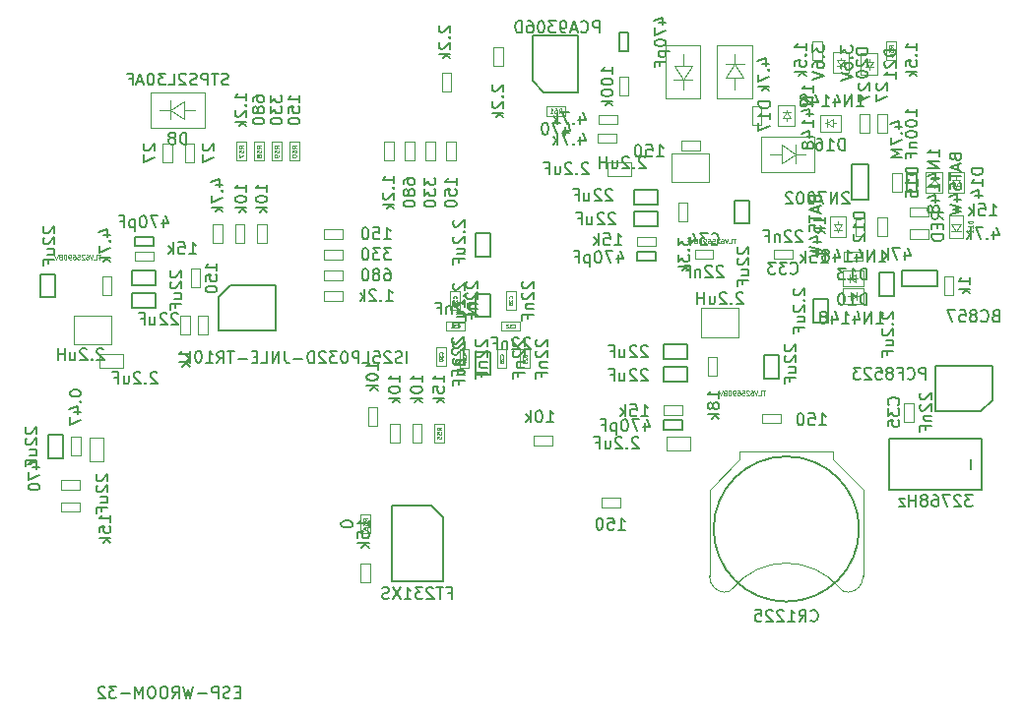
<source format=gbr>
G04 #@! TF.FileFunction,Other,Fab,Bot*
%FSLAX46Y46*%
G04 Gerber Fmt 4.6, Leading zero omitted, Abs format (unit mm)*
G04 Created by KiCad (PCBNEW 4.0.7+dfsg1-1) date Wed Jan 24 10:32:22 2018*
%MOMM*%
%LPD*%
G01*
G04 APERTURE LIST*
%ADD10C,0.100000*%
%ADD11C,0.150000*%
%ADD12C,0.075000*%
G04 APERTURE END LIST*
D10*
X103098000Y-99558000D02*
X103898000Y-99558000D01*
X103098000Y-97958000D02*
X103098000Y-99558000D01*
X103898000Y-97958000D02*
X103098000Y-97958000D01*
X103898000Y-99558000D02*
X103898000Y-97958000D01*
X154195000Y-64200000D02*
X154195000Y-68800000D01*
X154195000Y-68800000D02*
X157195000Y-68800000D01*
X157195000Y-64200000D02*
X154195000Y-64200000D01*
X157195000Y-64200000D02*
X157195000Y-68800000D01*
X155693980Y-67149440D02*
X155693980Y-68051140D01*
X155693980Y-65998820D02*
X155693980Y-65000600D01*
X156494080Y-67149440D02*
X154893880Y-67149440D01*
X154944680Y-65998820D02*
X156494080Y-65998820D01*
X155693980Y-67149440D02*
X154944680Y-65998820D01*
X155693980Y-67149440D02*
X156494080Y-65998820D01*
X157130000Y-73250000D02*
X157130000Y-72450000D01*
X155530000Y-73250000D02*
X157130000Y-73250000D01*
X155530000Y-72450000D02*
X155530000Y-73250000D01*
X157130000Y-72450000D02*
X155530000Y-72450000D01*
X160470000Y-89340000D02*
X160470000Y-86840000D01*
X157270000Y-89340000D02*
X160470000Y-89340000D01*
X157270000Y-86840000D02*
X157270000Y-89340000D01*
X160470000Y-86840000D02*
X157270000Y-86840000D01*
X103295000Y-87475000D02*
X103295000Y-89975000D01*
X106495000Y-87475000D02*
X103295000Y-87475000D01*
X106495000Y-89975000D02*
X106495000Y-87475000D01*
X103295000Y-89975000D02*
X106495000Y-89975000D01*
X157930000Y-76005000D02*
X157930000Y-73505000D01*
X154730000Y-76005000D02*
X157930000Y-76005000D01*
X154730000Y-73505000D02*
X154730000Y-76005000D01*
X157930000Y-73505000D02*
X154730000Y-73505000D01*
D11*
X101710000Y-83915000D02*
X100460000Y-83915000D01*
X101710000Y-85915000D02*
X101710000Y-83915000D01*
X100460000Y-85915000D02*
X101710000Y-85915000D01*
X100460000Y-83915000D02*
X100460000Y-85915000D01*
X154060000Y-90005000D02*
X154060000Y-91255000D01*
X156060000Y-90005000D02*
X154060000Y-90005000D01*
X156060000Y-91255000D02*
X156060000Y-90005000D01*
X154060000Y-91255000D02*
X156060000Y-91255000D01*
X154060000Y-91910000D02*
X154060000Y-93160000D01*
X156060000Y-91910000D02*
X154060000Y-91910000D01*
X156060000Y-93160000D02*
X156060000Y-91910000D01*
X154060000Y-93160000D02*
X156060000Y-93160000D01*
X162690000Y-92900000D02*
X163940000Y-92900000D01*
X162690000Y-90900000D02*
X162690000Y-92900000D01*
X163940000Y-90900000D02*
X162690000Y-90900000D01*
X163940000Y-92900000D02*
X163940000Y-90900000D01*
X151520000Y-78575000D02*
X151520000Y-79825000D01*
X153520000Y-78575000D02*
X151520000Y-78575000D01*
X153520000Y-79825000D02*
X153520000Y-78575000D01*
X151520000Y-79825000D02*
X153520000Y-79825000D01*
X151520000Y-76670000D02*
X151520000Y-77920000D01*
X153520000Y-76670000D02*
X151520000Y-76670000D01*
X153520000Y-77920000D02*
X153520000Y-76670000D01*
X151520000Y-77920000D02*
X153520000Y-77920000D01*
X160150000Y-79565000D02*
X161400000Y-79565000D01*
X160150000Y-77565000D02*
X160150000Y-79565000D01*
X161400000Y-77565000D02*
X160150000Y-77565000D01*
X161400000Y-79565000D02*
X161400000Y-77565000D01*
X110340000Y-84905000D02*
X110340000Y-83655000D01*
X108340000Y-84905000D02*
X110340000Y-84905000D01*
X108340000Y-83655000D02*
X108340000Y-84905000D01*
X110340000Y-83655000D02*
X108340000Y-83655000D01*
X110340000Y-86810000D02*
X110340000Y-85560000D01*
X108340000Y-86810000D02*
X110340000Y-86810000D01*
X108340000Y-85560000D02*
X108340000Y-86810000D01*
X110340000Y-85560000D02*
X108340000Y-85560000D01*
X172596000Y-85788000D02*
X173846000Y-85788000D01*
X172596000Y-83788000D02*
X172596000Y-85788000D01*
X173846000Y-83788000D02*
X172596000Y-83788000D01*
X173846000Y-85788000D02*
X173846000Y-83788000D01*
X177535000Y-83580000D02*
X174495000Y-83580000D01*
X174495000Y-84980000D02*
X174495000Y-83580000D01*
X177535000Y-84980000D02*
X177535000Y-83580000D01*
X177535000Y-84980000D02*
X174495000Y-84980000D01*
X170235000Y-74505000D02*
X170235000Y-77545000D01*
X171635000Y-77545000D02*
X170235000Y-77545000D01*
X171635000Y-74505000D02*
X170235000Y-74505000D01*
X171635000Y-74505000D02*
X171635000Y-77545000D01*
X154060000Y-96510000D02*
X154060000Y-97310000D01*
X155660000Y-96510000D02*
X154060000Y-96510000D01*
X155660000Y-97310000D02*
X155660000Y-96510000D01*
X154060000Y-97310000D02*
X155660000Y-97310000D01*
X151720000Y-81975000D02*
X151720000Y-82775000D01*
X153320000Y-81975000D02*
X151720000Y-81975000D01*
X153320000Y-82775000D02*
X153320000Y-81975000D01*
X151720000Y-82775000D02*
X153320000Y-82775000D01*
X110140000Y-81505000D02*
X110140000Y-80705000D01*
X108540000Y-81505000D02*
X110140000Y-81505000D01*
X108540000Y-80705000D02*
X108540000Y-81505000D01*
X110140000Y-80705000D02*
X108540000Y-80705000D01*
X175780000Y-75225000D02*
X174980000Y-75225000D01*
X175780000Y-76825000D02*
X175780000Y-75225000D01*
X174980000Y-76825000D02*
X175780000Y-76825000D01*
X174980000Y-75225000D02*
X174980000Y-76825000D01*
D10*
X169500000Y-81975000D02*
X169500000Y-82775000D01*
X171100000Y-81975000D02*
X169500000Y-81975000D01*
X171100000Y-82775000D02*
X171100000Y-81975000D01*
X169500000Y-82775000D02*
X171100000Y-82775000D01*
X172440000Y-80635000D02*
X173240000Y-80635000D01*
X172440000Y-79035000D02*
X172440000Y-80635000D01*
X173240000Y-79035000D02*
X172440000Y-79035000D01*
X173240000Y-80635000D02*
X173240000Y-79035000D01*
X176815000Y-80870000D02*
X176815000Y-80070000D01*
X175215000Y-80870000D02*
X176815000Y-80870000D01*
X175215000Y-80070000D02*
X175215000Y-80870000D01*
X176815000Y-80070000D02*
X175215000Y-80070000D01*
X174510000Y-75225000D02*
X173710000Y-75225000D01*
X174510000Y-76825000D02*
X174510000Y-75225000D01*
X173710000Y-76825000D02*
X174510000Y-76825000D01*
X173710000Y-75225000D02*
X173710000Y-76825000D01*
X178955000Y-84115000D02*
X178155000Y-84115000D01*
X178955000Y-85715000D02*
X178955000Y-84115000D01*
X178155000Y-85715000D02*
X178955000Y-85715000D01*
X178155000Y-84115000D02*
X178155000Y-85715000D01*
X114185000Y-83480000D02*
X113385000Y-83480000D01*
X114185000Y-85080000D02*
X114185000Y-83480000D01*
X113385000Y-85080000D02*
X114185000Y-85080000D01*
X113385000Y-83480000D02*
X113385000Y-85080000D01*
X170535000Y-80635000D02*
X171335000Y-80635000D01*
X170535000Y-79035000D02*
X170535000Y-80635000D01*
X171335000Y-79035000D02*
X170535000Y-79035000D01*
X171335000Y-80635000D02*
X171335000Y-79035000D01*
X128790000Y-108880000D02*
X127990000Y-108880000D01*
X128790000Y-110480000D02*
X128790000Y-108880000D01*
X127990000Y-110480000D02*
X128790000Y-110480000D01*
X127990000Y-108880000D02*
X127990000Y-110480000D01*
X150272000Y-103984000D02*
X150272000Y-103184000D01*
X148672000Y-103984000D02*
X150272000Y-103984000D01*
X148672000Y-103184000D02*
X148672000Y-103984000D01*
X150272000Y-103184000D02*
X148672000Y-103184000D01*
X176815000Y-78965000D02*
X176815000Y-78165000D01*
X175215000Y-78965000D02*
X176815000Y-78965000D01*
X175215000Y-78165000D02*
X175215000Y-78965000D01*
X176815000Y-78165000D02*
X175215000Y-78165000D01*
X154060000Y-95240000D02*
X154060000Y-96040000D01*
X155660000Y-95240000D02*
X154060000Y-95240000D01*
X155660000Y-96040000D02*
X155660000Y-95240000D01*
X154060000Y-96040000D02*
X155660000Y-96040000D01*
X110140000Y-82775000D02*
X110140000Y-81975000D01*
X108540000Y-82775000D02*
X110140000Y-82775000D01*
X108540000Y-81975000D02*
X108540000Y-82775000D01*
X110140000Y-81975000D02*
X108540000Y-81975000D01*
X151720000Y-80705000D02*
X151720000Y-81505000D01*
X153320000Y-80705000D02*
X151720000Y-80705000D01*
X153320000Y-81505000D02*
X153320000Y-80705000D01*
X151720000Y-81505000D02*
X153320000Y-81505000D01*
X158635000Y-91100000D02*
X157835000Y-91100000D01*
X158635000Y-92700000D02*
X158635000Y-91100000D01*
X157835000Y-92700000D02*
X158635000Y-92700000D01*
X157835000Y-91100000D02*
X157835000Y-92700000D01*
X105765000Y-85715000D02*
X106565000Y-85715000D01*
X105765000Y-84115000D02*
X105765000Y-85715000D01*
X106565000Y-84115000D02*
X105765000Y-84115000D01*
X106565000Y-85715000D02*
X106565000Y-84115000D01*
X156095000Y-77765000D02*
X155295000Y-77765000D01*
X156095000Y-79365000D02*
X156095000Y-77765000D01*
X155295000Y-79365000D02*
X156095000Y-79365000D01*
X155295000Y-77765000D02*
X155295000Y-79365000D01*
X126396000Y-86204000D02*
X126396000Y-85404000D01*
X124796000Y-86204000D02*
X126396000Y-86204000D01*
X124796000Y-85404000D02*
X124796000Y-86204000D01*
X126396000Y-85404000D02*
X124796000Y-85404000D01*
X126396000Y-84426000D02*
X126396000Y-83626000D01*
X124796000Y-84426000D02*
X126396000Y-84426000D01*
X124796000Y-83626000D02*
X124796000Y-84426000D01*
X126396000Y-83626000D02*
X124796000Y-83626000D01*
X126396000Y-82648000D02*
X126396000Y-81848000D01*
X124796000Y-82648000D02*
X126396000Y-82648000D01*
X124796000Y-81848000D02*
X124796000Y-82648000D01*
X126396000Y-81848000D02*
X124796000Y-81848000D01*
X126396000Y-80870000D02*
X126396000Y-80070000D01*
X124796000Y-80870000D02*
X126396000Y-80870000D01*
X124796000Y-80070000D02*
X124796000Y-80870000D01*
X126396000Y-80070000D02*
X124796000Y-80070000D01*
X130022000Y-74158000D02*
X130822000Y-74158000D01*
X130022000Y-72558000D02*
X130022000Y-74158000D01*
X130822000Y-72558000D02*
X130022000Y-72558000D01*
X130822000Y-74158000D02*
X130822000Y-72558000D01*
X131800000Y-74158000D02*
X132600000Y-74158000D01*
X131800000Y-72558000D02*
X131800000Y-74158000D01*
X132600000Y-72558000D02*
X131800000Y-72558000D01*
X132600000Y-74158000D02*
X132600000Y-72558000D01*
X133578000Y-74158000D02*
X134378000Y-74158000D01*
X133578000Y-72558000D02*
X133578000Y-74158000D01*
X134378000Y-72558000D02*
X133578000Y-72558000D01*
X134378000Y-74158000D02*
X134378000Y-72558000D01*
X135356000Y-74158000D02*
X136156000Y-74158000D01*
X135356000Y-72558000D02*
X135356000Y-74158000D01*
X136156000Y-72558000D02*
X135356000Y-72558000D01*
X136156000Y-74158000D02*
X136156000Y-72558000D01*
D11*
X150189600Y-64760000D02*
X150989600Y-64760000D01*
X150189600Y-63160000D02*
X150189600Y-64760000D01*
X150989600Y-63160000D02*
X150189600Y-63160000D01*
X150989600Y-64760000D02*
X150989600Y-63160000D01*
D10*
X161645000Y-71110000D02*
X162445000Y-71110000D01*
X161645000Y-69510000D02*
X161645000Y-71110000D01*
X162445000Y-69510000D02*
X161645000Y-69510000D01*
X162445000Y-71110000D02*
X162445000Y-69510000D01*
X139420000Y-66030000D02*
X140220000Y-66030000D01*
X139420000Y-64430000D02*
X139420000Y-66030000D01*
X140220000Y-64430000D02*
X139420000Y-64430000D01*
X140220000Y-66030000D02*
X140220000Y-64430000D01*
X134975000Y-68232000D02*
X135775000Y-68232000D01*
X134975000Y-66632000D02*
X134975000Y-68232000D01*
X135775000Y-66632000D02*
X134975000Y-66632000D01*
X135775000Y-68232000D02*
X135775000Y-66632000D01*
X150215000Y-68570000D02*
X151015000Y-68570000D01*
X150215000Y-66970000D02*
X150215000Y-68570000D01*
X151015000Y-66970000D02*
X150215000Y-66970000D01*
X151015000Y-68570000D02*
X151015000Y-66970000D01*
X149975000Y-72615000D02*
X149975000Y-71815000D01*
X148375000Y-72615000D02*
X149975000Y-72615000D01*
X148375000Y-71815000D02*
X148375000Y-72615000D01*
X149975000Y-71815000D02*
X148375000Y-71815000D01*
X150080000Y-71000000D02*
X150080000Y-70200000D01*
X148480000Y-71000000D02*
X150080000Y-71000000D01*
X148480000Y-70200000D02*
X148480000Y-71000000D01*
X150080000Y-70200000D02*
X148480000Y-70200000D01*
D11*
X134035000Y-103890000D02*
X130635000Y-103890000D01*
X130635000Y-103890000D02*
X130635000Y-110390000D01*
X130635000Y-110390000D02*
X135035000Y-110390000D01*
X135035000Y-110390000D02*
X135035000Y-104890000D01*
X135035000Y-104890000D02*
X134035000Y-103890000D01*
D10*
X119900000Y-79670000D02*
X119100000Y-79670000D01*
X119900000Y-81270000D02*
X119900000Y-79670000D01*
X119100000Y-81270000D02*
X119900000Y-81270000D01*
X119100000Y-79670000D02*
X119100000Y-81270000D01*
X114020000Y-89144000D02*
X114820000Y-89144000D01*
X114020000Y-87544000D02*
X114020000Y-89144000D01*
X114820000Y-87544000D02*
X114020000Y-87544000D01*
X114820000Y-89144000D02*
X114820000Y-87544000D01*
X128625000Y-96975000D02*
X129425000Y-96975000D01*
X128625000Y-95375000D02*
X128625000Y-96975000D01*
X129425000Y-95375000D02*
X128625000Y-95375000D01*
X129425000Y-96975000D02*
X129425000Y-95375000D01*
X117995000Y-79670000D02*
X117195000Y-79670000D01*
X117995000Y-81270000D02*
X117995000Y-79670000D01*
X117195000Y-81270000D02*
X117995000Y-81270000D01*
X117195000Y-79670000D02*
X117195000Y-81270000D01*
X112496000Y-89144000D02*
X113296000Y-89144000D01*
X112496000Y-87544000D02*
X112496000Y-89144000D01*
X113296000Y-87544000D02*
X112496000Y-87544000D01*
X113296000Y-89144000D02*
X113296000Y-87544000D01*
X116090000Y-79670000D02*
X115290000Y-79670000D01*
X116090000Y-81270000D02*
X116090000Y-79670000D01*
X115290000Y-81270000D02*
X116090000Y-81270000D01*
X115290000Y-79670000D02*
X115290000Y-81270000D01*
X144430000Y-98650000D02*
X144430000Y-97850000D01*
X142830000Y-98650000D02*
X144430000Y-98650000D01*
X142830000Y-97850000D02*
X142830000Y-98650000D01*
X144430000Y-97850000D02*
X142830000Y-97850000D01*
X132435000Y-98415000D02*
X133235000Y-98415000D01*
X132435000Y-96815000D02*
X132435000Y-98415000D01*
X133235000Y-96815000D02*
X132435000Y-96815000D01*
X133235000Y-98415000D02*
X133235000Y-96815000D01*
X130530000Y-98415000D02*
X131330000Y-98415000D01*
X130530000Y-96815000D02*
X130530000Y-98415000D01*
X131330000Y-96815000D02*
X130530000Y-96815000D01*
X131330000Y-98415000D02*
X131330000Y-96815000D01*
X102190000Y-103565000D02*
X102190000Y-104365000D01*
X103790000Y-103565000D02*
X102190000Y-103565000D01*
X103790000Y-104365000D02*
X103790000Y-103565000D01*
X102190000Y-104365000D02*
X103790000Y-104365000D01*
X103790000Y-102460000D02*
X103790000Y-101660000D01*
X102190000Y-102460000D02*
X103790000Y-102460000D01*
X102190000Y-101660000D02*
X102190000Y-102460000D01*
X103790000Y-101660000D02*
X102190000Y-101660000D01*
D11*
X166881000Y-88074000D02*
X168131000Y-88074000D01*
X166881000Y-86074000D02*
X166881000Y-88074000D01*
X168131000Y-86074000D02*
X166881000Y-86074000D01*
X168131000Y-88074000D02*
X168131000Y-86074000D01*
D10*
X164115000Y-96745000D02*
X164115000Y-95945000D01*
X162515000Y-96745000D02*
X164115000Y-96745000D01*
X162515000Y-95945000D02*
X162515000Y-96745000D01*
X164115000Y-95945000D02*
X162515000Y-95945000D01*
X166852000Y-65522000D02*
X167652000Y-65522000D01*
X166852000Y-63922000D02*
X166852000Y-65522000D01*
X167652000Y-63922000D02*
X166852000Y-63922000D01*
X167652000Y-65522000D02*
X167652000Y-63922000D01*
D11*
X139125000Y-90620000D02*
X137875000Y-90620000D01*
X139125000Y-92620000D02*
X139125000Y-90620000D01*
X137875000Y-92620000D02*
X139125000Y-92620000D01*
X137875000Y-90620000D02*
X137875000Y-92620000D01*
X137875000Y-82420000D02*
X139125000Y-82420000D01*
X137875000Y-80420000D02*
X137875000Y-82420000D01*
X139125000Y-80420000D02*
X137875000Y-80420000D01*
X139125000Y-82420000D02*
X139125000Y-80420000D01*
X139125000Y-85620000D02*
X137875000Y-85620000D01*
X139125000Y-87620000D02*
X139125000Y-85620000D01*
X137875000Y-87620000D02*
X139125000Y-87620000D01*
X137875000Y-85620000D02*
X137875000Y-87620000D01*
X102345000Y-97758000D02*
X101095000Y-97758000D01*
X102345000Y-99758000D02*
X102345000Y-97758000D01*
X101095000Y-99758000D02*
X102345000Y-99758000D01*
X101095000Y-97758000D02*
X101095000Y-99758000D01*
D10*
X112877000Y-74285000D02*
X113677000Y-74285000D01*
X112877000Y-72685000D02*
X112877000Y-74285000D01*
X113677000Y-72685000D02*
X112877000Y-72685000D01*
X113677000Y-74285000D02*
X113677000Y-72685000D01*
X110972000Y-74285000D02*
X111772000Y-74285000D01*
X110972000Y-72685000D02*
X110972000Y-74285000D01*
X111772000Y-72685000D02*
X110972000Y-72685000D01*
X111772000Y-74285000D02*
X111772000Y-72685000D01*
X172440000Y-71745000D02*
X173240000Y-71745000D01*
X172440000Y-70145000D02*
X172440000Y-71745000D01*
X173240000Y-70145000D02*
X172440000Y-70145000D01*
X173240000Y-71745000D02*
X173240000Y-70145000D01*
X170916000Y-71745000D02*
X171716000Y-71745000D01*
X170916000Y-70145000D02*
X170916000Y-71745000D01*
X171716000Y-70145000D02*
X170916000Y-70145000D01*
X171716000Y-71745000D02*
X171716000Y-70145000D01*
X104656000Y-100012000D02*
X105896000Y-100012000D01*
X104656000Y-98012000D02*
X104656000Y-100012000D01*
X105896000Y-98012000D02*
X104656000Y-98012000D01*
X105896000Y-100012000D02*
X105896000Y-98012000D01*
X114561000Y-68302000D02*
X109961000Y-68302000D01*
X109961000Y-68302000D02*
X109961000Y-71302000D01*
X114561000Y-71302000D02*
X114561000Y-68302000D01*
X114561000Y-71302000D02*
X109961000Y-71302000D01*
X111611560Y-69800980D02*
X110709860Y-69800980D01*
X112762180Y-69800980D02*
X113760400Y-69800980D01*
X111611560Y-70601080D02*
X111611560Y-69000880D01*
X112762180Y-69051680D02*
X112762180Y-70601080D01*
X111611560Y-69800980D02*
X112762180Y-69051680D01*
X111611560Y-69800980D02*
X112762180Y-70601080D01*
X162412000Y-75112000D02*
X167012000Y-75112000D01*
X167012000Y-75112000D02*
X167012000Y-72112000D01*
X162412000Y-72112000D02*
X162412000Y-75112000D01*
X162412000Y-72112000D02*
X167012000Y-72112000D01*
X165361440Y-73613020D02*
X166263140Y-73613020D01*
X164210820Y-73613020D02*
X163212600Y-73613020D01*
X165361440Y-72812920D02*
X165361440Y-74413120D01*
X164210820Y-74362320D02*
X164210820Y-72812920D01*
X165361440Y-73613020D02*
X164210820Y-74362320D01*
X165361440Y-73613020D02*
X164210820Y-72812920D01*
X161640000Y-68800000D02*
X161640000Y-64200000D01*
X161640000Y-64200000D02*
X158640000Y-64200000D01*
X158640000Y-68800000D02*
X161640000Y-68800000D01*
X158640000Y-68800000D02*
X158640000Y-64200000D01*
X160141020Y-65850560D02*
X160141020Y-64948860D01*
X160141020Y-67001180D02*
X160141020Y-67999400D01*
X159340920Y-65850560D02*
X160941120Y-65850560D01*
X160890320Y-67001180D02*
X159340920Y-67001180D01*
X160141020Y-65850560D02*
X160890320Y-67001180D01*
X160141020Y-65850560D02*
X159340920Y-67001180D01*
X154314000Y-97884000D02*
X154314000Y-99124000D01*
X156314000Y-97884000D02*
X154314000Y-97884000D01*
X156314000Y-99124000D02*
X156314000Y-97884000D01*
X154314000Y-99124000D02*
X156314000Y-99124000D01*
X107546000Y-92012000D02*
X107546000Y-90772000D01*
X105546000Y-92012000D02*
X107546000Y-92012000D01*
X105546000Y-90772000D02*
X105546000Y-92012000D01*
X107546000Y-90772000D02*
X105546000Y-90772000D01*
X151234000Y-75502000D02*
X151234000Y-74262000D01*
X149234000Y-75502000D02*
X151234000Y-75502000D01*
X149234000Y-74262000D02*
X149234000Y-75502000D01*
X151234000Y-74262000D02*
X149234000Y-74262000D01*
X173202000Y-65522000D02*
X174002000Y-65522000D01*
X173202000Y-63922000D02*
X173202000Y-65522000D01*
X174002000Y-63922000D02*
X173202000Y-63922000D01*
X174002000Y-65522000D02*
X174002000Y-63922000D01*
X135140000Y-96815000D02*
X134340000Y-96815000D01*
X135140000Y-98415000D02*
X135140000Y-96815000D01*
X134340000Y-98415000D02*
X135140000Y-98415000D01*
X134340000Y-96815000D02*
X134340000Y-98415000D01*
D11*
X170835000Y-105870000D02*
G75*
G03X170835000Y-105870000I-6250000J0D01*
G01*
D10*
X159206987Y-111317558D02*
G75*
G03X159985000Y-110970000I88013J847558D01*
G01*
X169963013Y-111317558D02*
G75*
G02X169185000Y-110970000I-88013J847558D01*
G01*
X159977095Y-110979589D02*
G75*
G02X169185000Y-110970000I4607905J-3790411D01*
G01*
X157985000Y-109920000D02*
G75*
G03X159285000Y-111320000I1350000J-50000D01*
G01*
X171185000Y-109920000D02*
G75*
G02X169885000Y-111320000I-1350000J-50000D01*
G01*
X157985000Y-102470000D02*
X157985000Y-109970000D01*
X171185000Y-102470000D02*
X171185000Y-109970000D01*
X160585000Y-99870000D02*
X157985000Y-102470000D01*
X168585000Y-99870000D02*
X171185000Y-102470000D01*
X160585000Y-99170000D02*
X160585000Y-99870000D01*
X168585000Y-99170000D02*
X168585000Y-99870000D01*
X168585000Y-99170000D02*
X160585000Y-99170000D01*
X169284000Y-65538000D02*
X169284000Y-65288000D01*
X168934000Y-65538000D02*
X169284000Y-66038000D01*
X169634000Y-65538000D02*
X168934000Y-65538000D01*
X169284000Y-66038000D02*
X169634000Y-65538000D01*
X169284000Y-66038000D02*
X169284000Y-66238000D01*
X169634000Y-66038000D02*
X168934000Y-66038000D01*
X168584000Y-66638000D02*
X169984000Y-66638000D01*
X168584000Y-64838000D02*
X168584000Y-66638000D01*
X169984000Y-64838000D02*
X168584000Y-64838000D01*
X169984000Y-66638000D02*
X169984000Y-64838000D01*
X171697000Y-65631000D02*
X171697000Y-65381000D01*
X171347000Y-65631000D02*
X171697000Y-66131000D01*
X172047000Y-65631000D02*
X171347000Y-65631000D01*
X171697000Y-66131000D02*
X172047000Y-65631000D01*
X171697000Y-66131000D02*
X171697000Y-66331000D01*
X172047000Y-66131000D02*
X171347000Y-66131000D01*
X170997000Y-66731000D02*
X172397000Y-66731000D01*
X170997000Y-64931000D02*
X170997000Y-66731000D01*
X172397000Y-64931000D02*
X170997000Y-64931000D01*
X172397000Y-66731000D02*
X172397000Y-64931000D01*
X170500000Y-84280000D02*
X170750000Y-84280000D01*
X170500000Y-83930000D02*
X170000000Y-84280000D01*
X170500000Y-84630000D02*
X170500000Y-83930000D01*
X170000000Y-84280000D02*
X170500000Y-84630000D01*
X170000000Y-84280000D02*
X169800000Y-84280000D01*
X170000000Y-84630000D02*
X170000000Y-83930000D01*
X169400000Y-83580000D02*
X169400000Y-84980000D01*
X171200000Y-83580000D02*
X169400000Y-83580000D01*
X171200000Y-84980000D02*
X171200000Y-83580000D01*
X169400000Y-84980000D02*
X171200000Y-84980000D01*
X169030000Y-79635000D02*
X169030000Y-79385000D01*
X168680000Y-79635000D02*
X169030000Y-80135000D01*
X169380000Y-79635000D02*
X168680000Y-79635000D01*
X169030000Y-80135000D02*
X169380000Y-79635000D01*
X169030000Y-80135000D02*
X169030000Y-80335000D01*
X169380000Y-80135000D02*
X168680000Y-80135000D01*
X168330000Y-80735000D02*
X169730000Y-80735000D01*
X168330000Y-78935000D02*
X168330000Y-80735000D01*
X169730000Y-78935000D02*
X168330000Y-78935000D01*
X169730000Y-80735000D02*
X169730000Y-78935000D01*
X170100000Y-85804000D02*
X169850000Y-85804000D01*
X170100000Y-86154000D02*
X170600000Y-85804000D01*
X170100000Y-85454000D02*
X170100000Y-86154000D01*
X170600000Y-85804000D02*
X170100000Y-85454000D01*
X170600000Y-85804000D02*
X170800000Y-85804000D01*
X170600000Y-85454000D02*
X170600000Y-86154000D01*
X171200000Y-86504000D02*
X171200000Y-85104000D01*
X169400000Y-86504000D02*
X171200000Y-86504000D01*
X169400000Y-85104000D02*
X169400000Y-86504000D01*
X171200000Y-85104000D02*
X169400000Y-85104000D01*
X179190000Y-75825000D02*
X179190000Y-75575000D01*
X178840000Y-75825000D02*
X179190000Y-76325000D01*
X179540000Y-75825000D02*
X178840000Y-75825000D01*
X179190000Y-76325000D02*
X179540000Y-75825000D01*
X179190000Y-76325000D02*
X179190000Y-76525000D01*
X179540000Y-76325000D02*
X178840000Y-76325000D01*
X178490000Y-76925000D02*
X179890000Y-76925000D01*
X178490000Y-75125000D02*
X178490000Y-76925000D01*
X179890000Y-75125000D02*
X178490000Y-75125000D01*
X179890000Y-76925000D02*
X179890000Y-75125000D01*
X177285000Y-76225000D02*
X177285000Y-76475000D01*
X177635000Y-76225000D02*
X177285000Y-75725000D01*
X176935000Y-76225000D02*
X177635000Y-76225000D01*
X177285000Y-75725000D02*
X176935000Y-76225000D01*
X177285000Y-75725000D02*
X177285000Y-75525000D01*
X176935000Y-75725000D02*
X177635000Y-75725000D01*
X177985000Y-75125000D02*
X176585000Y-75125000D01*
X177985000Y-76925000D02*
X177985000Y-75125000D01*
X176585000Y-76925000D02*
X177985000Y-76925000D01*
X176585000Y-75125000D02*
X176585000Y-76925000D01*
X168595000Y-70945000D02*
X168845000Y-70945000D01*
X168595000Y-70595000D02*
X168095000Y-70945000D01*
X168595000Y-71295000D02*
X168595000Y-70595000D01*
X168095000Y-70945000D02*
X168595000Y-71295000D01*
X168095000Y-70945000D02*
X167895000Y-70945000D01*
X168095000Y-71295000D02*
X168095000Y-70595000D01*
X167495000Y-70245000D02*
X167495000Y-71645000D01*
X169295000Y-70245000D02*
X167495000Y-70245000D01*
X169295000Y-71645000D02*
X169295000Y-70245000D01*
X167495000Y-71645000D02*
X169295000Y-71645000D01*
X164585000Y-70510000D02*
X164585000Y-70760000D01*
X164935000Y-70510000D02*
X164585000Y-70010000D01*
X164235000Y-70510000D02*
X164935000Y-70510000D01*
X164585000Y-70010000D02*
X164235000Y-70510000D01*
X164585000Y-70010000D02*
X164585000Y-69810000D01*
X164235000Y-70010000D02*
X164935000Y-70010000D01*
X165285000Y-69410000D02*
X163885000Y-69410000D01*
X165285000Y-71210000D02*
X165285000Y-69410000D01*
X163885000Y-71210000D02*
X165285000Y-71210000D01*
X163885000Y-69410000D02*
X163885000Y-71210000D01*
X127990000Y-106246000D02*
X128790000Y-106246000D01*
X127990000Y-104646000D02*
X127990000Y-106246000D01*
X128790000Y-104646000D02*
X127990000Y-104646000D01*
X128790000Y-106246000D02*
X128790000Y-104646000D01*
X117322000Y-74158000D02*
X118122000Y-74158000D01*
X117322000Y-72558000D02*
X117322000Y-74158000D01*
X118122000Y-72558000D02*
X117322000Y-72558000D01*
X118122000Y-74158000D02*
X118122000Y-72558000D01*
X118846000Y-74158000D02*
X119646000Y-74158000D01*
X118846000Y-72558000D02*
X118846000Y-74158000D01*
X119646000Y-72558000D02*
X118846000Y-72558000D01*
X119646000Y-74158000D02*
X119646000Y-72558000D01*
X120370000Y-74158000D02*
X121170000Y-74158000D01*
X120370000Y-72558000D02*
X120370000Y-74158000D01*
X121170000Y-72558000D02*
X120370000Y-72558000D01*
X121170000Y-74158000D02*
X121170000Y-72558000D01*
X121894000Y-74158000D02*
X122694000Y-74158000D01*
X121894000Y-72558000D02*
X121894000Y-74158000D01*
X122694000Y-72558000D02*
X121894000Y-72558000D01*
X122694000Y-74158000D02*
X122694000Y-72558000D01*
X145580000Y-70300000D02*
X145580000Y-69500000D01*
X143980000Y-70300000D02*
X145580000Y-70300000D01*
X143980000Y-69500000D02*
X143980000Y-70300000D01*
X145580000Y-69500000D02*
X143980000Y-69500000D01*
D11*
X182275000Y-94755000D02*
X182275000Y-91855000D01*
X182275000Y-91855000D02*
X177375000Y-91855000D01*
X177375000Y-91855000D02*
X177375000Y-95755000D01*
X177375000Y-95755000D02*
X181275000Y-95755000D01*
X181275000Y-95755000D02*
X182275000Y-94755000D01*
X143730000Y-68251500D02*
X146630000Y-68251500D01*
X146630000Y-68251500D02*
X146630000Y-63351500D01*
X146630000Y-63351500D02*
X142730000Y-63351500D01*
X142730000Y-63351500D02*
X142730000Y-67251500D01*
X142730000Y-67251500D02*
X143730000Y-68251500D01*
X115780000Y-85870000D02*
X115780000Y-88770000D01*
X115780000Y-88770000D02*
X120680000Y-88770000D01*
X120680000Y-88770000D02*
X120680000Y-84870000D01*
X120680000Y-84870000D02*
X116780000Y-84870000D01*
X116780000Y-84870000D02*
X115780000Y-85870000D01*
X181412000Y-98082000D02*
X181412000Y-102482000D01*
X173412000Y-98082000D02*
X181412000Y-98082000D01*
X173412000Y-102482000D02*
X173412000Y-98082000D01*
X181412000Y-102482000D02*
X173412000Y-102482000D01*
X180412000Y-99882000D02*
X180412000Y-100682000D01*
D10*
X179590000Y-80235000D02*
X178790000Y-80235000D01*
X179190000Y-80235000D02*
X179590000Y-79635000D01*
X178790000Y-79635000D02*
X179190000Y-80235000D01*
X179590000Y-79635000D02*
X178790000Y-79635000D01*
X178590000Y-78835000D02*
X178590000Y-80835000D01*
X179790000Y-78835000D02*
X178590000Y-78835000D01*
X179790000Y-80835000D02*
X179790000Y-78835000D01*
X178590000Y-80835000D02*
X179790000Y-80835000D01*
X140500000Y-85420000D02*
X140500000Y-87020000D01*
X140500000Y-87020000D02*
X141300000Y-87020000D01*
X141300000Y-87020000D02*
X141300000Y-85420000D01*
X141300000Y-85420000D02*
X140500000Y-85420000D01*
X135700000Y-85420000D02*
X135700000Y-87020000D01*
X135700000Y-87020000D02*
X136500000Y-87020000D01*
X136500000Y-87020000D02*
X136500000Y-85420000D01*
X136500000Y-85420000D02*
X135700000Y-85420000D01*
X136500000Y-90420000D02*
X136500000Y-92020000D01*
X136500000Y-92020000D02*
X137300000Y-92020000D01*
X137300000Y-92020000D02*
X137300000Y-90420000D01*
X137300000Y-90420000D02*
X136500000Y-90420000D01*
X139700000Y-90420000D02*
X139700000Y-92020000D01*
X139700000Y-92020000D02*
X140500000Y-92020000D01*
X140500000Y-92020000D02*
X140500000Y-90420000D01*
X140500000Y-90420000D02*
X139700000Y-90420000D01*
X141700000Y-90420000D02*
X141700000Y-92020000D01*
X141700000Y-92020000D02*
X142500000Y-92020000D01*
X142500000Y-92020000D02*
X142500000Y-90420000D01*
X142500000Y-90420000D02*
X141700000Y-90420000D01*
X134500000Y-90220000D02*
X134500000Y-91820000D01*
X134500000Y-91820000D02*
X135300000Y-91820000D01*
X135300000Y-91820000D02*
X135300000Y-90220000D01*
X135300000Y-90220000D02*
X134500000Y-90220000D01*
X135300000Y-88820000D02*
X136900000Y-88820000D01*
X136900000Y-88820000D02*
X136900000Y-88020000D01*
X136900000Y-88020000D02*
X135300000Y-88020000D01*
X135300000Y-88020000D02*
X135300000Y-88820000D01*
X141700000Y-88020000D02*
X140100000Y-88020000D01*
X140100000Y-88020000D02*
X140100000Y-88820000D01*
X140100000Y-88820000D02*
X141700000Y-88820000D01*
X141700000Y-88820000D02*
X141700000Y-88020000D01*
X163500000Y-81820000D02*
X163500000Y-82620000D01*
X165100000Y-81820000D02*
X163500000Y-81820000D01*
X165100000Y-82620000D02*
X165100000Y-81820000D01*
X163500000Y-82620000D02*
X165100000Y-82620000D01*
X158300000Y-82620000D02*
X158300000Y-81820000D01*
X156700000Y-82620000D02*
X158300000Y-82620000D01*
X156700000Y-81820000D02*
X156700000Y-82620000D01*
X158300000Y-81820000D02*
X156700000Y-81820000D01*
X175500000Y-95020000D02*
X174700000Y-95020000D01*
X175500000Y-96620000D02*
X175500000Y-95020000D01*
X174700000Y-96620000D02*
X175500000Y-96620000D01*
X174700000Y-95020000D02*
X174700000Y-96620000D01*
D11*
X102950381Y-94133905D02*
X102950381Y-94229144D01*
X102998000Y-94324382D01*
X103045619Y-94372001D01*
X103140857Y-94419620D01*
X103331333Y-94467239D01*
X103569429Y-94467239D01*
X103759905Y-94419620D01*
X103855143Y-94372001D01*
X103902762Y-94324382D01*
X103950381Y-94229144D01*
X103950381Y-94133905D01*
X103902762Y-94038667D01*
X103855143Y-93991048D01*
X103759905Y-93943429D01*
X103569429Y-93895810D01*
X103331333Y-93895810D01*
X103140857Y-93943429D01*
X103045619Y-93991048D01*
X102998000Y-94038667D01*
X102950381Y-94133905D01*
X103855143Y-94895810D02*
X103902762Y-94943429D01*
X103950381Y-94895810D01*
X103902762Y-94848191D01*
X103855143Y-94895810D01*
X103950381Y-94895810D01*
X103283714Y-95800572D02*
X103950381Y-95800572D01*
X102902762Y-95562476D02*
X103617048Y-95324381D01*
X103617048Y-95943429D01*
X102950381Y-96229143D02*
X102950381Y-96895810D01*
X103950381Y-96467238D01*
X153440666Y-73810381D02*
X154012095Y-73810381D01*
X153726381Y-73810381D02*
X153726381Y-72810381D01*
X153821619Y-72953238D01*
X153916857Y-73048476D01*
X154012095Y-73096095D01*
X152535904Y-72810381D02*
X153012095Y-72810381D01*
X153059714Y-73286571D01*
X153012095Y-73238952D01*
X152916857Y-73191333D01*
X152678761Y-73191333D01*
X152583523Y-73238952D01*
X152535904Y-73286571D01*
X152488285Y-73381810D01*
X152488285Y-73619905D01*
X152535904Y-73715143D01*
X152583523Y-73762762D01*
X152678761Y-73810381D01*
X152916857Y-73810381D01*
X153012095Y-73762762D01*
X153059714Y-73715143D01*
X151869238Y-72810381D02*
X151773999Y-72810381D01*
X151678761Y-72858000D01*
X151631142Y-72905619D01*
X151583523Y-73000857D01*
X151535904Y-73191333D01*
X151535904Y-73429429D01*
X151583523Y-73619905D01*
X151631142Y-73715143D01*
X151678761Y-73762762D01*
X151773999Y-73810381D01*
X151869238Y-73810381D01*
X151964476Y-73762762D01*
X152012095Y-73715143D01*
X152059714Y-73619905D01*
X152107333Y-73429429D01*
X152107333Y-73191333D01*
X152059714Y-73000857D01*
X152012095Y-72905619D01*
X151964476Y-72858000D01*
X151869238Y-72810381D01*
X160846190Y-85605619D02*
X160798571Y-85558000D01*
X160703333Y-85510381D01*
X160465237Y-85510381D01*
X160369999Y-85558000D01*
X160322380Y-85605619D01*
X160274761Y-85700857D01*
X160274761Y-85796095D01*
X160322380Y-85938952D01*
X160893809Y-86510381D01*
X160274761Y-86510381D01*
X159846190Y-86415143D02*
X159798571Y-86462762D01*
X159846190Y-86510381D01*
X159893809Y-86462762D01*
X159846190Y-86415143D01*
X159846190Y-86510381D01*
X159417619Y-85605619D02*
X159370000Y-85558000D01*
X159274762Y-85510381D01*
X159036666Y-85510381D01*
X158941428Y-85558000D01*
X158893809Y-85605619D01*
X158846190Y-85700857D01*
X158846190Y-85796095D01*
X158893809Y-85938952D01*
X159465238Y-86510381D01*
X158846190Y-86510381D01*
X157989047Y-85843714D02*
X157989047Y-86510381D01*
X158417619Y-85843714D02*
X158417619Y-86367524D01*
X158370000Y-86462762D01*
X158274762Y-86510381D01*
X158131904Y-86510381D01*
X158036666Y-86462762D01*
X157989047Y-86415143D01*
X157512857Y-86510381D02*
X157512857Y-85510381D01*
X157512857Y-85986571D02*
X156941428Y-85986571D01*
X156941428Y-86510381D02*
X156941428Y-85510381D01*
D10*
X162746428Y-93966952D02*
X162517856Y-93966952D01*
X162632142Y-94366952D02*
X162632142Y-93966952D01*
X162194047Y-94366952D02*
X162384523Y-94366952D01*
X162384523Y-93966952D01*
X162117856Y-93966952D02*
X161984522Y-94366952D01*
X161851189Y-93966952D01*
X161546427Y-93966952D02*
X161622618Y-93966952D01*
X161660713Y-93986000D01*
X161679761Y-94005048D01*
X161717856Y-94062190D01*
X161736904Y-94138381D01*
X161736904Y-94290762D01*
X161717856Y-94328857D01*
X161698808Y-94347905D01*
X161660713Y-94366952D01*
X161584523Y-94366952D01*
X161546427Y-94347905D01*
X161527380Y-94328857D01*
X161508332Y-94290762D01*
X161508332Y-94195524D01*
X161527380Y-94157429D01*
X161546427Y-94138381D01*
X161584523Y-94119333D01*
X161660713Y-94119333D01*
X161698808Y-94138381D01*
X161717856Y-94157429D01*
X161736904Y-94195524D01*
X161355952Y-94005048D02*
X161336904Y-93986000D01*
X161298809Y-93966952D01*
X161203571Y-93966952D01*
X161165475Y-93986000D01*
X161146428Y-94005048D01*
X161127380Y-94043143D01*
X161127380Y-94081238D01*
X161146428Y-94138381D01*
X161374999Y-94366952D01*
X161127380Y-94366952D01*
X160765476Y-93966952D02*
X160955952Y-93966952D01*
X160975000Y-94157429D01*
X160955952Y-94138381D01*
X160917857Y-94119333D01*
X160822619Y-94119333D01*
X160784523Y-94138381D01*
X160765476Y-94157429D01*
X160746428Y-94195524D01*
X160746428Y-94290762D01*
X160765476Y-94328857D01*
X160784523Y-94347905D01*
X160822619Y-94366952D01*
X160917857Y-94366952D01*
X160955952Y-94347905D01*
X160975000Y-94328857D01*
X160403571Y-93966952D02*
X160479762Y-93966952D01*
X160517857Y-93986000D01*
X160536905Y-94005048D01*
X160575000Y-94062190D01*
X160594048Y-94138381D01*
X160594048Y-94290762D01*
X160575000Y-94328857D01*
X160555952Y-94347905D01*
X160517857Y-94366952D01*
X160441667Y-94366952D01*
X160403571Y-94347905D01*
X160384524Y-94328857D01*
X160365476Y-94290762D01*
X160365476Y-94195524D01*
X160384524Y-94157429D01*
X160403571Y-94138381D01*
X160441667Y-94119333D01*
X160517857Y-94119333D01*
X160555952Y-94138381D01*
X160575000Y-94157429D01*
X160594048Y-94195524D01*
X160175000Y-94366952D02*
X160098810Y-94366952D01*
X160060715Y-94347905D01*
X160041667Y-94328857D01*
X160003572Y-94271714D01*
X159984524Y-94195524D01*
X159984524Y-94043143D01*
X160003572Y-94005048D01*
X160022619Y-93986000D01*
X160060715Y-93966952D01*
X160136905Y-93966952D01*
X160175000Y-93986000D01*
X160194048Y-94005048D01*
X160213096Y-94043143D01*
X160213096Y-94138381D01*
X160194048Y-94176476D01*
X160175000Y-94195524D01*
X160136905Y-94214571D01*
X160060715Y-94214571D01*
X160022619Y-94195524D01*
X160003572Y-94176476D01*
X159984524Y-94138381D01*
X159813096Y-94366952D02*
X159813096Y-93966952D01*
X159717858Y-93966952D01*
X159660715Y-93986000D01*
X159622620Y-94024095D01*
X159603572Y-94062190D01*
X159584524Y-94138381D01*
X159584524Y-94195524D01*
X159603572Y-94271714D01*
X159622620Y-94309810D01*
X159660715Y-94347905D01*
X159717858Y-94366952D01*
X159813096Y-94366952D01*
X159279763Y-94157429D02*
X159222620Y-94176476D01*
X159203572Y-94195524D01*
X159184524Y-94233619D01*
X159184524Y-94290762D01*
X159203572Y-94328857D01*
X159222620Y-94347905D01*
X159260715Y-94366952D01*
X159413096Y-94366952D01*
X159413096Y-93966952D01*
X159279763Y-93966952D01*
X159241667Y-93986000D01*
X159222620Y-94005048D01*
X159203572Y-94043143D01*
X159203572Y-94081238D01*
X159222620Y-94119333D01*
X159241667Y-94138381D01*
X159279763Y-94157429D01*
X159413096Y-94157429D01*
X159070239Y-93966952D02*
X158936905Y-94366952D01*
X158803572Y-93966952D01*
D11*
X105855190Y-90431619D02*
X105807571Y-90384000D01*
X105712333Y-90336381D01*
X105474237Y-90336381D01*
X105378999Y-90384000D01*
X105331380Y-90431619D01*
X105283761Y-90526857D01*
X105283761Y-90622095D01*
X105331380Y-90764952D01*
X105902809Y-91336381D01*
X105283761Y-91336381D01*
X104855190Y-91241143D02*
X104807571Y-91288762D01*
X104855190Y-91336381D01*
X104902809Y-91288762D01*
X104855190Y-91241143D01*
X104855190Y-91336381D01*
X104426619Y-90431619D02*
X104379000Y-90384000D01*
X104283762Y-90336381D01*
X104045666Y-90336381D01*
X103950428Y-90384000D01*
X103902809Y-90431619D01*
X103855190Y-90526857D01*
X103855190Y-90622095D01*
X103902809Y-90764952D01*
X104474238Y-91336381D01*
X103855190Y-91336381D01*
X102998047Y-90669714D02*
X102998047Y-91336381D01*
X103426619Y-90669714D02*
X103426619Y-91193524D01*
X103379000Y-91288762D01*
X103283762Y-91336381D01*
X103140904Y-91336381D01*
X103045666Y-91288762D01*
X102998047Y-91241143D01*
X102521857Y-91336381D02*
X102521857Y-90336381D01*
X102521857Y-90812571D02*
X101950428Y-90812571D01*
X101950428Y-91336381D02*
X101950428Y-90336381D01*
D10*
X105596428Y-82252952D02*
X105367856Y-82252952D01*
X105482142Y-82652952D02*
X105482142Y-82252952D01*
X105044047Y-82652952D02*
X105234523Y-82652952D01*
X105234523Y-82252952D01*
X104967856Y-82252952D02*
X104834522Y-82652952D01*
X104701189Y-82252952D01*
X104396427Y-82252952D02*
X104472618Y-82252952D01*
X104510713Y-82272000D01*
X104529761Y-82291048D01*
X104567856Y-82348190D01*
X104586904Y-82424381D01*
X104586904Y-82576762D01*
X104567856Y-82614857D01*
X104548808Y-82633905D01*
X104510713Y-82652952D01*
X104434523Y-82652952D01*
X104396427Y-82633905D01*
X104377380Y-82614857D01*
X104358332Y-82576762D01*
X104358332Y-82481524D01*
X104377380Y-82443429D01*
X104396427Y-82424381D01*
X104434523Y-82405333D01*
X104510713Y-82405333D01*
X104548808Y-82424381D01*
X104567856Y-82443429D01*
X104586904Y-82481524D01*
X104205952Y-82291048D02*
X104186904Y-82272000D01*
X104148809Y-82252952D01*
X104053571Y-82252952D01*
X104015475Y-82272000D01*
X103996428Y-82291048D01*
X103977380Y-82329143D01*
X103977380Y-82367238D01*
X103996428Y-82424381D01*
X104224999Y-82652952D01*
X103977380Y-82652952D01*
X103615476Y-82252952D02*
X103805952Y-82252952D01*
X103825000Y-82443429D01*
X103805952Y-82424381D01*
X103767857Y-82405333D01*
X103672619Y-82405333D01*
X103634523Y-82424381D01*
X103615476Y-82443429D01*
X103596428Y-82481524D01*
X103596428Y-82576762D01*
X103615476Y-82614857D01*
X103634523Y-82633905D01*
X103672619Y-82652952D01*
X103767857Y-82652952D01*
X103805952Y-82633905D01*
X103825000Y-82614857D01*
X103253571Y-82252952D02*
X103329762Y-82252952D01*
X103367857Y-82272000D01*
X103386905Y-82291048D01*
X103425000Y-82348190D01*
X103444048Y-82424381D01*
X103444048Y-82576762D01*
X103425000Y-82614857D01*
X103405952Y-82633905D01*
X103367857Y-82652952D01*
X103291667Y-82652952D01*
X103253571Y-82633905D01*
X103234524Y-82614857D01*
X103215476Y-82576762D01*
X103215476Y-82481524D01*
X103234524Y-82443429D01*
X103253571Y-82424381D01*
X103291667Y-82405333D01*
X103367857Y-82405333D01*
X103405952Y-82424381D01*
X103425000Y-82443429D01*
X103444048Y-82481524D01*
X103025000Y-82652952D02*
X102948810Y-82652952D01*
X102910715Y-82633905D01*
X102891667Y-82614857D01*
X102853572Y-82557714D01*
X102834524Y-82481524D01*
X102834524Y-82329143D01*
X102853572Y-82291048D01*
X102872619Y-82272000D01*
X102910715Y-82252952D01*
X102986905Y-82252952D01*
X103025000Y-82272000D01*
X103044048Y-82291048D01*
X103063096Y-82329143D01*
X103063096Y-82424381D01*
X103044048Y-82462476D01*
X103025000Y-82481524D01*
X102986905Y-82500571D01*
X102910715Y-82500571D01*
X102872619Y-82481524D01*
X102853572Y-82462476D01*
X102834524Y-82424381D01*
X102663096Y-82652952D02*
X102663096Y-82252952D01*
X102567858Y-82252952D01*
X102510715Y-82272000D01*
X102472620Y-82310095D01*
X102453572Y-82348190D01*
X102434524Y-82424381D01*
X102434524Y-82481524D01*
X102453572Y-82557714D01*
X102472620Y-82595810D01*
X102510715Y-82633905D01*
X102567858Y-82652952D01*
X102663096Y-82652952D01*
X102129763Y-82443429D02*
X102072620Y-82462476D01*
X102053572Y-82481524D01*
X102034524Y-82519619D01*
X102034524Y-82576762D01*
X102053572Y-82614857D01*
X102072620Y-82633905D01*
X102110715Y-82652952D01*
X102263096Y-82652952D01*
X102263096Y-82252952D01*
X102129763Y-82252952D01*
X102091667Y-82272000D01*
X102072620Y-82291048D01*
X102053572Y-82329143D01*
X102053572Y-82367238D01*
X102072620Y-82405333D01*
X102091667Y-82424381D01*
X102129763Y-82443429D01*
X102263096Y-82443429D01*
X101920239Y-82252952D02*
X101786905Y-82652952D01*
X101653572Y-82252952D01*
D11*
X152464190Y-73921619D02*
X152416571Y-73874000D01*
X152321333Y-73826381D01*
X152083237Y-73826381D01*
X151987999Y-73874000D01*
X151940380Y-73921619D01*
X151892761Y-74016857D01*
X151892761Y-74112095D01*
X151940380Y-74254952D01*
X152511809Y-74826381D01*
X151892761Y-74826381D01*
X151464190Y-74731143D02*
X151416571Y-74778762D01*
X151464190Y-74826381D01*
X151511809Y-74778762D01*
X151464190Y-74731143D01*
X151464190Y-74826381D01*
X151035619Y-73921619D02*
X150988000Y-73874000D01*
X150892762Y-73826381D01*
X150654666Y-73826381D01*
X150559428Y-73874000D01*
X150511809Y-73921619D01*
X150464190Y-74016857D01*
X150464190Y-74112095D01*
X150511809Y-74254952D01*
X151083238Y-74826381D01*
X150464190Y-74826381D01*
X149607047Y-74159714D02*
X149607047Y-74826381D01*
X150035619Y-74159714D02*
X150035619Y-74683524D01*
X149988000Y-74778762D01*
X149892762Y-74826381D01*
X149749904Y-74826381D01*
X149654666Y-74778762D01*
X149607047Y-74731143D01*
X149130857Y-74826381D02*
X149130857Y-73826381D01*
X149130857Y-74302571D02*
X148559428Y-74302571D01*
X148559428Y-74826381D02*
X148559428Y-73826381D01*
D10*
X160206428Y-80885952D02*
X159977856Y-80885952D01*
X160092142Y-81285952D02*
X160092142Y-80885952D01*
X159654047Y-81285952D02*
X159844523Y-81285952D01*
X159844523Y-80885952D01*
X159577856Y-80885952D02*
X159444522Y-81285952D01*
X159311189Y-80885952D01*
X159006427Y-80885952D02*
X159082618Y-80885952D01*
X159120713Y-80905000D01*
X159139761Y-80924048D01*
X159177856Y-80981190D01*
X159196904Y-81057381D01*
X159196904Y-81209762D01*
X159177856Y-81247857D01*
X159158808Y-81266905D01*
X159120713Y-81285952D01*
X159044523Y-81285952D01*
X159006427Y-81266905D01*
X158987380Y-81247857D01*
X158968332Y-81209762D01*
X158968332Y-81114524D01*
X158987380Y-81076429D01*
X159006427Y-81057381D01*
X159044523Y-81038333D01*
X159120713Y-81038333D01*
X159158808Y-81057381D01*
X159177856Y-81076429D01*
X159196904Y-81114524D01*
X158815952Y-80924048D02*
X158796904Y-80905000D01*
X158758809Y-80885952D01*
X158663571Y-80885952D01*
X158625475Y-80905000D01*
X158606428Y-80924048D01*
X158587380Y-80962143D01*
X158587380Y-81000238D01*
X158606428Y-81057381D01*
X158834999Y-81285952D01*
X158587380Y-81285952D01*
X158225476Y-80885952D02*
X158415952Y-80885952D01*
X158435000Y-81076429D01*
X158415952Y-81057381D01*
X158377857Y-81038333D01*
X158282619Y-81038333D01*
X158244523Y-81057381D01*
X158225476Y-81076429D01*
X158206428Y-81114524D01*
X158206428Y-81209762D01*
X158225476Y-81247857D01*
X158244523Y-81266905D01*
X158282619Y-81285952D01*
X158377857Y-81285952D01*
X158415952Y-81266905D01*
X158435000Y-81247857D01*
X157863571Y-80885952D02*
X157939762Y-80885952D01*
X157977857Y-80905000D01*
X157996905Y-80924048D01*
X158035000Y-80981190D01*
X158054048Y-81057381D01*
X158054048Y-81209762D01*
X158035000Y-81247857D01*
X158015952Y-81266905D01*
X157977857Y-81285952D01*
X157901667Y-81285952D01*
X157863571Y-81266905D01*
X157844524Y-81247857D01*
X157825476Y-81209762D01*
X157825476Y-81114524D01*
X157844524Y-81076429D01*
X157863571Y-81057381D01*
X157901667Y-81038333D01*
X157977857Y-81038333D01*
X158015952Y-81057381D01*
X158035000Y-81076429D01*
X158054048Y-81114524D01*
X157635000Y-81285952D02*
X157558810Y-81285952D01*
X157520715Y-81266905D01*
X157501667Y-81247857D01*
X157463572Y-81190714D01*
X157444524Y-81114524D01*
X157444524Y-80962143D01*
X157463572Y-80924048D01*
X157482619Y-80905000D01*
X157520715Y-80885952D01*
X157596905Y-80885952D01*
X157635000Y-80905000D01*
X157654048Y-80924048D01*
X157673096Y-80962143D01*
X157673096Y-81057381D01*
X157654048Y-81095476D01*
X157635000Y-81114524D01*
X157596905Y-81133571D01*
X157520715Y-81133571D01*
X157482619Y-81114524D01*
X157463572Y-81095476D01*
X157444524Y-81057381D01*
X157273096Y-81285952D02*
X157273096Y-80885952D01*
X157177858Y-80885952D01*
X157120715Y-80905000D01*
X157082620Y-80943095D01*
X157063572Y-80981190D01*
X157044524Y-81057381D01*
X157044524Y-81114524D01*
X157063572Y-81190714D01*
X157082620Y-81228810D01*
X157120715Y-81266905D01*
X157177858Y-81285952D01*
X157273096Y-81285952D01*
X156739763Y-81076429D02*
X156682620Y-81095476D01*
X156663572Y-81114524D01*
X156644524Y-81152619D01*
X156644524Y-81209762D01*
X156663572Y-81247857D01*
X156682620Y-81266905D01*
X156720715Y-81285952D01*
X156873096Y-81285952D01*
X156873096Y-80885952D01*
X156739763Y-80885952D01*
X156701667Y-80905000D01*
X156682620Y-80924048D01*
X156663572Y-80962143D01*
X156663572Y-81000238D01*
X156682620Y-81038333D01*
X156701667Y-81057381D01*
X156739763Y-81076429D01*
X156873096Y-81076429D01*
X156530239Y-80885952D02*
X156396905Y-81285952D01*
X156263572Y-80885952D01*
D11*
X100759619Y-79843143D02*
X100712000Y-79890762D01*
X100664381Y-79986000D01*
X100664381Y-80224096D01*
X100712000Y-80319334D01*
X100759619Y-80366953D01*
X100854857Y-80414572D01*
X100950095Y-80414572D01*
X101092952Y-80366953D01*
X101664381Y-79795524D01*
X101664381Y-80414572D01*
X100759619Y-80795524D02*
X100712000Y-80843143D01*
X100664381Y-80938381D01*
X100664381Y-81176477D01*
X100712000Y-81271715D01*
X100759619Y-81319334D01*
X100854857Y-81366953D01*
X100950095Y-81366953D01*
X101092952Y-81319334D01*
X101664381Y-80747905D01*
X101664381Y-81366953D01*
X100997714Y-82224096D02*
X101664381Y-82224096D01*
X100997714Y-81795524D02*
X101521524Y-81795524D01*
X101616762Y-81843143D01*
X101664381Y-81938381D01*
X101664381Y-82081239D01*
X101616762Y-82176477D01*
X101569143Y-82224096D01*
X101140571Y-83033620D02*
X101140571Y-82700286D01*
X101664381Y-82700286D02*
X100664381Y-82700286D01*
X100664381Y-83176477D01*
X152638857Y-90177619D02*
X152591238Y-90130000D01*
X152496000Y-90082381D01*
X152257904Y-90082381D01*
X152162666Y-90130000D01*
X152115047Y-90177619D01*
X152067428Y-90272857D01*
X152067428Y-90368095D01*
X152115047Y-90510952D01*
X152686476Y-91082381D01*
X152067428Y-91082381D01*
X151686476Y-90177619D02*
X151638857Y-90130000D01*
X151543619Y-90082381D01*
X151305523Y-90082381D01*
X151210285Y-90130000D01*
X151162666Y-90177619D01*
X151115047Y-90272857D01*
X151115047Y-90368095D01*
X151162666Y-90510952D01*
X151734095Y-91082381D01*
X151115047Y-91082381D01*
X150257904Y-90415714D02*
X150257904Y-91082381D01*
X150686476Y-90415714D02*
X150686476Y-90939524D01*
X150638857Y-91034762D01*
X150543619Y-91082381D01*
X150400761Y-91082381D01*
X150305523Y-91034762D01*
X150257904Y-90987143D01*
X149448380Y-90558571D02*
X149781714Y-90558571D01*
X149781714Y-91082381D02*
X149781714Y-90082381D01*
X149305523Y-90082381D01*
X152638857Y-92209619D02*
X152591238Y-92162000D01*
X152496000Y-92114381D01*
X152257904Y-92114381D01*
X152162666Y-92162000D01*
X152115047Y-92209619D01*
X152067428Y-92304857D01*
X152067428Y-92400095D01*
X152115047Y-92542952D01*
X152686476Y-93114381D01*
X152067428Y-93114381D01*
X151686476Y-92209619D02*
X151638857Y-92162000D01*
X151543619Y-92114381D01*
X151305523Y-92114381D01*
X151210285Y-92162000D01*
X151162666Y-92209619D01*
X151115047Y-92304857D01*
X151115047Y-92400095D01*
X151162666Y-92542952D01*
X151734095Y-93114381D01*
X151115047Y-93114381D01*
X150257904Y-92447714D02*
X150257904Y-93114381D01*
X150686476Y-92447714D02*
X150686476Y-92971524D01*
X150638857Y-93066762D01*
X150543619Y-93114381D01*
X150400761Y-93114381D01*
X150305523Y-93066762D01*
X150257904Y-93019143D01*
X149448380Y-92590571D02*
X149781714Y-92590571D01*
X149781714Y-93114381D02*
X149781714Y-92114381D01*
X149305523Y-92114381D01*
X164513619Y-90003143D02*
X164466000Y-90050762D01*
X164418381Y-90146000D01*
X164418381Y-90384096D01*
X164466000Y-90479334D01*
X164513619Y-90526953D01*
X164608857Y-90574572D01*
X164704095Y-90574572D01*
X164846952Y-90526953D01*
X165418381Y-89955524D01*
X165418381Y-90574572D01*
X164513619Y-90955524D02*
X164466000Y-91003143D01*
X164418381Y-91098381D01*
X164418381Y-91336477D01*
X164466000Y-91431715D01*
X164513619Y-91479334D01*
X164608857Y-91526953D01*
X164704095Y-91526953D01*
X164846952Y-91479334D01*
X165418381Y-90907905D01*
X165418381Y-91526953D01*
X164751714Y-92384096D02*
X165418381Y-92384096D01*
X164751714Y-91955524D02*
X165275524Y-91955524D01*
X165370762Y-92003143D01*
X165418381Y-92098381D01*
X165418381Y-92241239D01*
X165370762Y-92336477D01*
X165323143Y-92384096D01*
X164894571Y-93193620D02*
X164894571Y-92860286D01*
X165418381Y-92860286D02*
X164418381Y-92860286D01*
X164418381Y-93336477D01*
X149844857Y-78747619D02*
X149797238Y-78700000D01*
X149702000Y-78652381D01*
X149463904Y-78652381D01*
X149368666Y-78700000D01*
X149321047Y-78747619D01*
X149273428Y-78842857D01*
X149273428Y-78938095D01*
X149321047Y-79080952D01*
X149892476Y-79652381D01*
X149273428Y-79652381D01*
X148892476Y-78747619D02*
X148844857Y-78700000D01*
X148749619Y-78652381D01*
X148511523Y-78652381D01*
X148416285Y-78700000D01*
X148368666Y-78747619D01*
X148321047Y-78842857D01*
X148321047Y-78938095D01*
X148368666Y-79080952D01*
X148940095Y-79652381D01*
X148321047Y-79652381D01*
X147463904Y-78985714D02*
X147463904Y-79652381D01*
X147892476Y-78985714D02*
X147892476Y-79509524D01*
X147844857Y-79604762D01*
X147749619Y-79652381D01*
X147606761Y-79652381D01*
X147511523Y-79604762D01*
X147463904Y-79557143D01*
X146654380Y-79128571D02*
X146987714Y-79128571D01*
X146987714Y-79652381D02*
X146987714Y-78652381D01*
X146511523Y-78652381D01*
X149590857Y-76715619D02*
X149543238Y-76668000D01*
X149448000Y-76620381D01*
X149209904Y-76620381D01*
X149114666Y-76668000D01*
X149067047Y-76715619D01*
X149019428Y-76810857D01*
X149019428Y-76906095D01*
X149067047Y-77048952D01*
X149638476Y-77620381D01*
X149019428Y-77620381D01*
X148638476Y-76715619D02*
X148590857Y-76668000D01*
X148495619Y-76620381D01*
X148257523Y-76620381D01*
X148162285Y-76668000D01*
X148114666Y-76715619D01*
X148067047Y-76810857D01*
X148067047Y-76906095D01*
X148114666Y-77048952D01*
X148686095Y-77620381D01*
X148067047Y-77620381D01*
X147209904Y-76953714D02*
X147209904Y-77620381D01*
X147638476Y-76953714D02*
X147638476Y-77477524D01*
X147590857Y-77572762D01*
X147495619Y-77620381D01*
X147352761Y-77620381D01*
X147257523Y-77572762D01*
X147209904Y-77525143D01*
X146400380Y-77096571D02*
X146733714Y-77096571D01*
X146733714Y-77620381D02*
X146733714Y-76620381D01*
X146257523Y-76620381D01*
X160449619Y-81621143D02*
X160402000Y-81668762D01*
X160354381Y-81764000D01*
X160354381Y-82002096D01*
X160402000Y-82097334D01*
X160449619Y-82144953D01*
X160544857Y-82192572D01*
X160640095Y-82192572D01*
X160782952Y-82144953D01*
X161354381Y-81573524D01*
X161354381Y-82192572D01*
X160449619Y-82573524D02*
X160402000Y-82621143D01*
X160354381Y-82716381D01*
X160354381Y-82954477D01*
X160402000Y-83049715D01*
X160449619Y-83097334D01*
X160544857Y-83144953D01*
X160640095Y-83144953D01*
X160782952Y-83097334D01*
X161354381Y-82525905D01*
X161354381Y-83144953D01*
X160687714Y-84002096D02*
X161354381Y-84002096D01*
X160687714Y-83573524D02*
X161211524Y-83573524D01*
X161306762Y-83621143D01*
X161354381Y-83716381D01*
X161354381Y-83859239D01*
X161306762Y-83954477D01*
X161259143Y-84002096D01*
X160830571Y-84811620D02*
X160830571Y-84478286D01*
X161354381Y-84478286D02*
X160354381Y-84478286D01*
X160354381Y-84954477D01*
X111681619Y-83653143D02*
X111634000Y-83700762D01*
X111586381Y-83796000D01*
X111586381Y-84034096D01*
X111634000Y-84129334D01*
X111681619Y-84176953D01*
X111776857Y-84224572D01*
X111872095Y-84224572D01*
X112014952Y-84176953D01*
X112586381Y-83605524D01*
X112586381Y-84224572D01*
X111681619Y-84605524D02*
X111634000Y-84653143D01*
X111586381Y-84748381D01*
X111586381Y-84986477D01*
X111634000Y-85081715D01*
X111681619Y-85129334D01*
X111776857Y-85176953D01*
X111872095Y-85176953D01*
X112014952Y-85129334D01*
X112586381Y-84557905D01*
X112586381Y-85176953D01*
X111919714Y-86034096D02*
X112586381Y-86034096D01*
X111919714Y-85605524D02*
X112443524Y-85605524D01*
X112538762Y-85653143D01*
X112586381Y-85748381D01*
X112586381Y-85891239D01*
X112538762Y-85986477D01*
X112491143Y-86034096D01*
X112062571Y-86843620D02*
X112062571Y-86510286D01*
X112586381Y-86510286D02*
X111586381Y-86510286D01*
X111586381Y-86986477D01*
X112252857Y-87383619D02*
X112205238Y-87336000D01*
X112110000Y-87288381D01*
X111871904Y-87288381D01*
X111776666Y-87336000D01*
X111729047Y-87383619D01*
X111681428Y-87478857D01*
X111681428Y-87574095D01*
X111729047Y-87716952D01*
X112300476Y-88288381D01*
X111681428Y-88288381D01*
X111300476Y-87383619D02*
X111252857Y-87336000D01*
X111157619Y-87288381D01*
X110919523Y-87288381D01*
X110824285Y-87336000D01*
X110776666Y-87383619D01*
X110729047Y-87478857D01*
X110729047Y-87574095D01*
X110776666Y-87716952D01*
X111348095Y-88288381D01*
X110729047Y-88288381D01*
X109871904Y-87621714D02*
X109871904Y-88288381D01*
X110300476Y-87621714D02*
X110300476Y-88145524D01*
X110252857Y-88240762D01*
X110157619Y-88288381D01*
X110014761Y-88288381D01*
X109919523Y-88240762D01*
X109871904Y-88193143D01*
X109062380Y-87764571D02*
X109395714Y-87764571D01*
X109395714Y-88288381D02*
X109395714Y-87288381D01*
X108919523Y-87288381D01*
X172895619Y-87225048D02*
X172848000Y-87272667D01*
X172800381Y-87367905D01*
X172800381Y-87606001D01*
X172848000Y-87701239D01*
X172895619Y-87748858D01*
X172990857Y-87796477D01*
X173086095Y-87796477D01*
X173228952Y-87748858D01*
X173800381Y-87177429D01*
X173800381Y-87796477D01*
X173705143Y-88225048D02*
X173752762Y-88272667D01*
X173800381Y-88225048D01*
X173752762Y-88177429D01*
X173705143Y-88225048D01*
X173800381Y-88225048D01*
X172895619Y-88653619D02*
X172848000Y-88701238D01*
X172800381Y-88796476D01*
X172800381Y-89034572D01*
X172848000Y-89129810D01*
X172895619Y-89177429D01*
X172990857Y-89225048D01*
X173086095Y-89225048D01*
X173228952Y-89177429D01*
X173800381Y-88606000D01*
X173800381Y-89225048D01*
X173133714Y-90082191D02*
X173800381Y-90082191D01*
X173133714Y-89653619D02*
X173657524Y-89653619D01*
X173752762Y-89701238D01*
X173800381Y-89796476D01*
X173800381Y-89939334D01*
X173752762Y-90034572D01*
X173705143Y-90082191D01*
X173276571Y-90891715D02*
X173276571Y-90558381D01*
X173800381Y-90558381D02*
X172800381Y-90558381D01*
X172800381Y-91034572D01*
X182571142Y-87510571D02*
X182428285Y-87558190D01*
X182380666Y-87605810D01*
X182333047Y-87701048D01*
X182333047Y-87843905D01*
X182380666Y-87939143D01*
X182428285Y-87986762D01*
X182523523Y-88034381D01*
X182904476Y-88034381D01*
X182904476Y-87034381D01*
X182571142Y-87034381D01*
X182475904Y-87082000D01*
X182428285Y-87129619D01*
X182380666Y-87224857D01*
X182380666Y-87320095D01*
X182428285Y-87415333D01*
X182475904Y-87462952D01*
X182571142Y-87510571D01*
X182904476Y-87510571D01*
X181333047Y-87939143D02*
X181380666Y-87986762D01*
X181523523Y-88034381D01*
X181618761Y-88034381D01*
X181761619Y-87986762D01*
X181856857Y-87891524D01*
X181904476Y-87796286D01*
X181952095Y-87605810D01*
X181952095Y-87462952D01*
X181904476Y-87272476D01*
X181856857Y-87177238D01*
X181761619Y-87082000D01*
X181618761Y-87034381D01*
X181523523Y-87034381D01*
X181380666Y-87082000D01*
X181333047Y-87129619D01*
X180761619Y-87462952D02*
X180856857Y-87415333D01*
X180904476Y-87367714D01*
X180952095Y-87272476D01*
X180952095Y-87224857D01*
X180904476Y-87129619D01*
X180856857Y-87082000D01*
X180761619Y-87034381D01*
X180571142Y-87034381D01*
X180475904Y-87082000D01*
X180428285Y-87129619D01*
X180380666Y-87224857D01*
X180380666Y-87272476D01*
X180428285Y-87367714D01*
X180475904Y-87415333D01*
X180571142Y-87462952D01*
X180761619Y-87462952D01*
X180856857Y-87510571D01*
X180904476Y-87558190D01*
X180952095Y-87653429D01*
X180952095Y-87843905D01*
X180904476Y-87939143D01*
X180856857Y-87986762D01*
X180761619Y-88034381D01*
X180571142Y-88034381D01*
X180475904Y-87986762D01*
X180428285Y-87939143D01*
X180380666Y-87843905D01*
X180380666Y-87653429D01*
X180428285Y-87558190D01*
X180475904Y-87510571D01*
X180571142Y-87462952D01*
X179475904Y-87034381D02*
X179952095Y-87034381D01*
X179999714Y-87510571D01*
X179952095Y-87462952D01*
X179856857Y-87415333D01*
X179618761Y-87415333D01*
X179523523Y-87462952D01*
X179475904Y-87510571D01*
X179428285Y-87605810D01*
X179428285Y-87843905D01*
X179475904Y-87939143D01*
X179523523Y-87986762D01*
X179618761Y-88034381D01*
X179856857Y-88034381D01*
X179952095Y-87986762D01*
X179999714Y-87939143D01*
X179094952Y-87034381D02*
X178428285Y-87034381D01*
X178856857Y-88034381D01*
X169966286Y-76969619D02*
X169918667Y-76922000D01*
X169823429Y-76874381D01*
X169585333Y-76874381D01*
X169490095Y-76922000D01*
X169442476Y-76969619D01*
X169394857Y-77064857D01*
X169394857Y-77160095D01*
X169442476Y-77302952D01*
X170013905Y-77874381D01*
X169394857Y-77874381D01*
X168966286Y-77874381D02*
X168966286Y-76874381D01*
X168394857Y-77874381D01*
X168394857Y-76874381D01*
X168013905Y-76874381D02*
X167347238Y-76874381D01*
X167775810Y-77874381D01*
X166775810Y-76874381D02*
X166680571Y-76874381D01*
X166585333Y-76922000D01*
X166537714Y-76969619D01*
X166490095Y-77064857D01*
X166442476Y-77255333D01*
X166442476Y-77493429D01*
X166490095Y-77683905D01*
X166537714Y-77779143D01*
X166585333Y-77826762D01*
X166680571Y-77874381D01*
X166775810Y-77874381D01*
X166871048Y-77826762D01*
X166918667Y-77779143D01*
X166966286Y-77683905D01*
X167013905Y-77493429D01*
X167013905Y-77255333D01*
X166966286Y-77064857D01*
X166918667Y-76969619D01*
X166871048Y-76922000D01*
X166775810Y-76874381D01*
X165823429Y-76874381D02*
X165728190Y-76874381D01*
X165632952Y-76922000D01*
X165585333Y-76969619D01*
X165537714Y-77064857D01*
X165490095Y-77255333D01*
X165490095Y-77493429D01*
X165537714Y-77683905D01*
X165585333Y-77779143D01*
X165632952Y-77826762D01*
X165728190Y-77874381D01*
X165823429Y-77874381D01*
X165918667Y-77826762D01*
X165966286Y-77779143D01*
X166013905Y-77683905D01*
X166061524Y-77493429D01*
X166061524Y-77255333D01*
X166013905Y-77064857D01*
X165966286Y-76969619D01*
X165918667Y-76922000D01*
X165823429Y-76874381D01*
X165109143Y-76969619D02*
X165061524Y-76922000D01*
X164966286Y-76874381D01*
X164728190Y-76874381D01*
X164632952Y-76922000D01*
X164585333Y-76969619D01*
X164537714Y-77064857D01*
X164537714Y-77160095D01*
X164585333Y-77302952D01*
X165156762Y-77874381D01*
X164537714Y-77874381D01*
X152384857Y-96765714D02*
X152384857Y-97432381D01*
X152622953Y-96384762D02*
X152861048Y-97099048D01*
X152242000Y-97099048D01*
X151956286Y-96432381D02*
X151289619Y-96432381D01*
X151718191Y-97432381D01*
X150718191Y-96432381D02*
X150622952Y-96432381D01*
X150527714Y-96480000D01*
X150480095Y-96527619D01*
X150432476Y-96622857D01*
X150384857Y-96813333D01*
X150384857Y-97051429D01*
X150432476Y-97241905D01*
X150480095Y-97337143D01*
X150527714Y-97384762D01*
X150622952Y-97432381D01*
X150718191Y-97432381D01*
X150813429Y-97384762D01*
X150861048Y-97337143D01*
X150908667Y-97241905D01*
X150956286Y-97051429D01*
X150956286Y-96813333D01*
X150908667Y-96622857D01*
X150861048Y-96527619D01*
X150813429Y-96480000D01*
X150718191Y-96432381D01*
X149956286Y-96765714D02*
X149956286Y-97765714D01*
X149956286Y-96813333D02*
X149861048Y-96765714D01*
X149670571Y-96765714D01*
X149575333Y-96813333D01*
X149527714Y-96860952D01*
X149480095Y-96956190D01*
X149480095Y-97241905D01*
X149527714Y-97337143D01*
X149575333Y-97384762D01*
X149670571Y-97432381D01*
X149861048Y-97432381D01*
X149956286Y-97384762D01*
X148718190Y-96908571D02*
X149051524Y-96908571D01*
X149051524Y-97432381D02*
X149051524Y-96432381D01*
X148575333Y-96432381D01*
X150098857Y-82287714D02*
X150098857Y-82954381D01*
X150336953Y-81906762D02*
X150575048Y-82621048D01*
X149956000Y-82621048D01*
X149670286Y-81954381D02*
X149003619Y-81954381D01*
X149432191Y-82954381D01*
X148432191Y-81954381D02*
X148336952Y-81954381D01*
X148241714Y-82002000D01*
X148194095Y-82049619D01*
X148146476Y-82144857D01*
X148098857Y-82335333D01*
X148098857Y-82573429D01*
X148146476Y-82763905D01*
X148194095Y-82859143D01*
X148241714Y-82906762D01*
X148336952Y-82954381D01*
X148432191Y-82954381D01*
X148527429Y-82906762D01*
X148575048Y-82859143D01*
X148622667Y-82763905D01*
X148670286Y-82573429D01*
X148670286Y-82335333D01*
X148622667Y-82144857D01*
X148575048Y-82049619D01*
X148527429Y-82002000D01*
X148432191Y-81954381D01*
X147670286Y-82287714D02*
X147670286Y-83287714D01*
X147670286Y-82335333D02*
X147575048Y-82287714D01*
X147384571Y-82287714D01*
X147289333Y-82335333D01*
X147241714Y-82382952D01*
X147194095Y-82478190D01*
X147194095Y-82763905D01*
X147241714Y-82859143D01*
X147289333Y-82906762D01*
X147384571Y-82954381D01*
X147575048Y-82954381D01*
X147670286Y-82906762D01*
X146432190Y-82430571D02*
X146765524Y-82430571D01*
X146765524Y-82954381D02*
X146765524Y-81954381D01*
X146289333Y-81954381D01*
X110982857Y-79239714D02*
X110982857Y-79906381D01*
X111220953Y-78858762D02*
X111459048Y-79573048D01*
X110840000Y-79573048D01*
X110554286Y-78906381D02*
X109887619Y-78906381D01*
X110316191Y-79906381D01*
X109316191Y-78906381D02*
X109220952Y-78906381D01*
X109125714Y-78954000D01*
X109078095Y-79001619D01*
X109030476Y-79096857D01*
X108982857Y-79287333D01*
X108982857Y-79525429D01*
X109030476Y-79715905D01*
X109078095Y-79811143D01*
X109125714Y-79858762D01*
X109220952Y-79906381D01*
X109316191Y-79906381D01*
X109411429Y-79858762D01*
X109459048Y-79811143D01*
X109506667Y-79715905D01*
X109554286Y-79525429D01*
X109554286Y-79287333D01*
X109506667Y-79096857D01*
X109459048Y-79001619D01*
X109411429Y-78954000D01*
X109316191Y-78906381D01*
X108554286Y-79239714D02*
X108554286Y-80239714D01*
X108554286Y-79287333D02*
X108459048Y-79239714D01*
X108268571Y-79239714D01*
X108173333Y-79287333D01*
X108125714Y-79334952D01*
X108078095Y-79430190D01*
X108078095Y-79715905D01*
X108125714Y-79811143D01*
X108173333Y-79858762D01*
X108268571Y-79906381D01*
X108459048Y-79906381D01*
X108554286Y-79858762D01*
X107316190Y-79382571D02*
X107649524Y-79382571D01*
X107649524Y-79906381D02*
X107649524Y-78906381D01*
X107173333Y-78906381D01*
X175832381Y-70286381D02*
X175832381Y-69714952D01*
X175832381Y-70000666D02*
X174832381Y-70000666D01*
X174975238Y-69905428D01*
X175070476Y-69810190D01*
X175118095Y-69714952D01*
X174832381Y-70905428D02*
X174832381Y-71000667D01*
X174880000Y-71095905D01*
X174927619Y-71143524D01*
X175022857Y-71191143D01*
X175213333Y-71238762D01*
X175451429Y-71238762D01*
X175641905Y-71191143D01*
X175737143Y-71143524D01*
X175784762Y-71095905D01*
X175832381Y-71000667D01*
X175832381Y-70905428D01*
X175784762Y-70810190D01*
X175737143Y-70762571D01*
X175641905Y-70714952D01*
X175451429Y-70667333D01*
X175213333Y-70667333D01*
X175022857Y-70714952D01*
X174927619Y-70762571D01*
X174880000Y-70810190D01*
X174832381Y-70905428D01*
X174832381Y-71857809D02*
X174832381Y-71953048D01*
X174880000Y-72048286D01*
X174927619Y-72095905D01*
X175022857Y-72143524D01*
X175213333Y-72191143D01*
X175451429Y-72191143D01*
X175641905Y-72143524D01*
X175737143Y-72095905D01*
X175784762Y-72048286D01*
X175832381Y-71953048D01*
X175832381Y-71857809D01*
X175784762Y-71762571D01*
X175737143Y-71714952D01*
X175641905Y-71667333D01*
X175451429Y-71619714D01*
X175213333Y-71619714D01*
X175022857Y-71667333D01*
X174927619Y-71714952D01*
X174880000Y-71762571D01*
X174832381Y-71857809D01*
X175165714Y-72619714D02*
X175832381Y-72619714D01*
X175260952Y-72619714D02*
X175213333Y-72667333D01*
X175165714Y-72762571D01*
X175165714Y-72905429D01*
X175213333Y-73000667D01*
X175308571Y-73048286D01*
X175832381Y-73048286D01*
X175308571Y-73857810D02*
X175308571Y-73524476D01*
X175832381Y-73524476D02*
X174832381Y-73524476D01*
X174832381Y-74000667D01*
X167593238Y-82954381D02*
X168164667Y-82954381D01*
X167878953Y-82954381D02*
X167878953Y-81954381D01*
X167974191Y-82097238D01*
X168069429Y-82192476D01*
X168164667Y-82240095D01*
X166688476Y-81954381D02*
X167164667Y-81954381D01*
X167212286Y-82430571D01*
X167164667Y-82382952D01*
X167069429Y-82335333D01*
X166831333Y-82335333D01*
X166736095Y-82382952D01*
X166688476Y-82430571D01*
X166640857Y-82525810D01*
X166640857Y-82763905D01*
X166688476Y-82859143D01*
X166736095Y-82906762D01*
X166831333Y-82954381D01*
X167069429Y-82954381D01*
X167164667Y-82906762D01*
X167212286Y-82859143D01*
X166212286Y-82954381D02*
X166212286Y-81954381D01*
X166117048Y-82573429D02*
X165831333Y-82954381D01*
X165831333Y-82287714D02*
X166212286Y-82668667D01*
X174800476Y-82033714D02*
X174800476Y-82700381D01*
X175038572Y-81652762D02*
X175276667Y-82367048D01*
X174657619Y-82367048D01*
X174371905Y-81700381D02*
X173705238Y-81700381D01*
X174133810Y-82700381D01*
X173324286Y-82700381D02*
X173324286Y-81700381D01*
X173229048Y-82319429D02*
X172943333Y-82700381D01*
X172943333Y-82033714D02*
X173324286Y-82414667D01*
X182404571Y-80255714D02*
X182404571Y-80922381D01*
X182642667Y-79874762D02*
X182880762Y-80589048D01*
X182261714Y-80589048D01*
X181880762Y-80827143D02*
X181833143Y-80874762D01*
X181880762Y-80922381D01*
X181928381Y-80874762D01*
X181880762Y-80827143D01*
X181880762Y-80922381D01*
X181499810Y-79922381D02*
X180833143Y-79922381D01*
X181261715Y-80922381D01*
X180452191Y-80922381D02*
X180452191Y-79922381D01*
X180356953Y-80541429D02*
X180071238Y-80922381D01*
X180071238Y-80255714D02*
X180452191Y-80636667D01*
X173895714Y-71246763D02*
X174562381Y-71246763D01*
X173514762Y-71008667D02*
X174229048Y-70770572D01*
X174229048Y-71389620D01*
X174467143Y-71770572D02*
X174514762Y-71818191D01*
X174562381Y-71770572D01*
X174514762Y-71722953D01*
X174467143Y-71770572D01*
X174562381Y-71770572D01*
X173562381Y-72151524D02*
X173562381Y-72818191D01*
X174562381Y-72389619D01*
X174562381Y-73199143D02*
X173562381Y-73199143D01*
X174276667Y-73532477D01*
X173562381Y-73865810D01*
X174562381Y-73865810D01*
X180404381Y-84795953D02*
X180404381Y-84224524D01*
X180404381Y-84510238D02*
X179404381Y-84510238D01*
X179547238Y-84415000D01*
X179642476Y-84319762D01*
X179690095Y-84224524D01*
X180404381Y-85224524D02*
X179404381Y-85224524D01*
X180023429Y-85319762D02*
X180404381Y-85605477D01*
X179737714Y-85605477D02*
X180118667Y-85224524D01*
X115634381Y-83613334D02*
X115634381Y-83041905D01*
X115634381Y-83327619D02*
X114634381Y-83327619D01*
X114777238Y-83232381D01*
X114872476Y-83137143D01*
X114920095Y-83041905D01*
X114634381Y-84518096D02*
X114634381Y-84041905D01*
X115110571Y-83994286D01*
X115062952Y-84041905D01*
X115015333Y-84137143D01*
X115015333Y-84375239D01*
X115062952Y-84470477D01*
X115110571Y-84518096D01*
X115205810Y-84565715D01*
X115443905Y-84565715D01*
X115539143Y-84518096D01*
X115586762Y-84470477D01*
X115634381Y-84375239D01*
X115634381Y-84137143D01*
X115586762Y-84041905D01*
X115539143Y-83994286D01*
X114634381Y-85184762D02*
X114634381Y-85280001D01*
X114682000Y-85375239D01*
X114729619Y-85422858D01*
X114824857Y-85470477D01*
X115015333Y-85518096D01*
X115253429Y-85518096D01*
X115443905Y-85470477D01*
X115539143Y-85422858D01*
X115586762Y-85375239D01*
X115634381Y-85280001D01*
X115634381Y-85184762D01*
X115586762Y-85089524D01*
X115539143Y-85041905D01*
X115443905Y-84994286D01*
X115253429Y-84946667D01*
X115015333Y-84946667D01*
X114824857Y-84994286D01*
X114729619Y-85041905D01*
X114682000Y-85089524D01*
X114634381Y-85184762D01*
X167958381Y-79588953D02*
X167958381Y-79017524D01*
X167958381Y-79303238D02*
X166958381Y-79303238D01*
X167101238Y-79208000D01*
X167196476Y-79112762D01*
X167244095Y-79017524D01*
X167958381Y-80017524D02*
X166958381Y-80017524D01*
X167577429Y-80112762D02*
X167958381Y-80398477D01*
X167291714Y-80398477D02*
X167672667Y-80017524D01*
X128714381Y-105700762D02*
X128714381Y-105129333D01*
X128714381Y-105415047D02*
X127714381Y-105415047D01*
X127857238Y-105319809D01*
X127952476Y-105224571D01*
X128000095Y-105129333D01*
X127714381Y-106605524D02*
X127714381Y-106129333D01*
X128190571Y-106081714D01*
X128142952Y-106129333D01*
X128095333Y-106224571D01*
X128095333Y-106462667D01*
X128142952Y-106557905D01*
X128190571Y-106605524D01*
X128285810Y-106653143D01*
X128523905Y-106653143D01*
X128619143Y-106605524D01*
X128666762Y-106557905D01*
X128714381Y-106462667D01*
X128714381Y-106224571D01*
X128666762Y-106129333D01*
X128619143Y-106081714D01*
X128714381Y-107081714D02*
X127714381Y-107081714D01*
X128333429Y-107176952D02*
X128714381Y-107462667D01*
X128047714Y-107462667D02*
X128428667Y-107081714D01*
X150138666Y-105936381D02*
X150710095Y-105936381D01*
X150424381Y-105936381D02*
X150424381Y-104936381D01*
X150519619Y-105079238D01*
X150614857Y-105174476D01*
X150710095Y-105222095D01*
X149233904Y-104936381D02*
X149710095Y-104936381D01*
X149757714Y-105412571D01*
X149710095Y-105364952D01*
X149614857Y-105317333D01*
X149376761Y-105317333D01*
X149281523Y-105364952D01*
X149233904Y-105412571D01*
X149186285Y-105507810D01*
X149186285Y-105745905D01*
X149233904Y-105841143D01*
X149281523Y-105888762D01*
X149376761Y-105936381D01*
X149614857Y-105936381D01*
X149710095Y-105888762D01*
X149757714Y-105841143D01*
X148567238Y-104936381D02*
X148471999Y-104936381D01*
X148376761Y-104984000D01*
X148329142Y-105031619D01*
X148281523Y-105126857D01*
X148233904Y-105317333D01*
X148233904Y-105555429D01*
X148281523Y-105745905D01*
X148329142Y-105841143D01*
X148376761Y-105888762D01*
X148471999Y-105936381D01*
X148567238Y-105936381D01*
X148662476Y-105888762D01*
X148710095Y-105841143D01*
X148757714Y-105745905D01*
X148805333Y-105555429D01*
X148805333Y-105317333D01*
X148757714Y-105126857D01*
X148710095Y-105031619D01*
X148662476Y-104984000D01*
X148567238Y-104936381D01*
X182071238Y-78890381D02*
X182642667Y-78890381D01*
X182356953Y-78890381D02*
X182356953Y-77890381D01*
X182452191Y-78033238D01*
X182547429Y-78128476D01*
X182642667Y-78176095D01*
X181166476Y-77890381D02*
X181642667Y-77890381D01*
X181690286Y-78366571D01*
X181642667Y-78318952D01*
X181547429Y-78271333D01*
X181309333Y-78271333D01*
X181214095Y-78318952D01*
X181166476Y-78366571D01*
X181118857Y-78461810D01*
X181118857Y-78699905D01*
X181166476Y-78795143D01*
X181214095Y-78842762D01*
X181309333Y-78890381D01*
X181547429Y-78890381D01*
X181642667Y-78842762D01*
X181690286Y-78795143D01*
X180690286Y-78890381D02*
X180690286Y-77890381D01*
X180595048Y-78509429D02*
X180309333Y-78890381D01*
X180309333Y-78223714D02*
X180690286Y-78604667D01*
X152099238Y-96162381D02*
X152670667Y-96162381D01*
X152384953Y-96162381D02*
X152384953Y-95162381D01*
X152480191Y-95305238D01*
X152575429Y-95400476D01*
X152670667Y-95448095D01*
X151194476Y-95162381D02*
X151670667Y-95162381D01*
X151718286Y-95638571D01*
X151670667Y-95590952D01*
X151575429Y-95543333D01*
X151337333Y-95543333D01*
X151242095Y-95590952D01*
X151194476Y-95638571D01*
X151146857Y-95733810D01*
X151146857Y-95971905D01*
X151194476Y-96067143D01*
X151242095Y-96114762D01*
X151337333Y-96162381D01*
X151575429Y-96162381D01*
X151670667Y-96114762D01*
X151718286Y-96067143D01*
X150718286Y-96162381D02*
X150718286Y-95162381D01*
X150623048Y-95781429D02*
X150337333Y-96162381D01*
X150337333Y-95495714D02*
X150718286Y-95876667D01*
X113237238Y-82192381D02*
X113808667Y-82192381D01*
X113522953Y-82192381D02*
X113522953Y-81192381D01*
X113618191Y-81335238D01*
X113713429Y-81430476D01*
X113808667Y-81478095D01*
X112332476Y-81192381D02*
X112808667Y-81192381D01*
X112856286Y-81668571D01*
X112808667Y-81620952D01*
X112713429Y-81573333D01*
X112475333Y-81573333D01*
X112380095Y-81620952D01*
X112332476Y-81668571D01*
X112284857Y-81763810D01*
X112284857Y-82001905D01*
X112332476Y-82097143D01*
X112380095Y-82144762D01*
X112475333Y-82192381D01*
X112713429Y-82192381D01*
X112808667Y-82144762D01*
X112856286Y-82097143D01*
X111856286Y-82192381D02*
X111856286Y-81192381D01*
X111761048Y-81811429D02*
X111475333Y-82192381D01*
X111475333Y-81525714D02*
X111856286Y-81906667D01*
X149813238Y-81430381D02*
X150384667Y-81430381D01*
X150098953Y-81430381D02*
X150098953Y-80430381D01*
X150194191Y-80573238D01*
X150289429Y-80668476D01*
X150384667Y-80716095D01*
X148908476Y-80430381D02*
X149384667Y-80430381D01*
X149432286Y-80906571D01*
X149384667Y-80858952D01*
X149289429Y-80811333D01*
X149051333Y-80811333D01*
X148956095Y-80858952D01*
X148908476Y-80906571D01*
X148860857Y-81001810D01*
X148860857Y-81239905D01*
X148908476Y-81335143D01*
X148956095Y-81382762D01*
X149051333Y-81430381D01*
X149289429Y-81430381D01*
X149384667Y-81382762D01*
X149432286Y-81335143D01*
X148432286Y-81430381D02*
X148432286Y-80430381D01*
X148337048Y-81049429D02*
X148051333Y-81430381D01*
X148051333Y-80763714D02*
X148432286Y-81144667D01*
X158814381Y-94606762D02*
X158814381Y-94035333D01*
X158814381Y-94321047D02*
X157814381Y-94321047D01*
X157957238Y-94225809D01*
X158052476Y-94130571D01*
X158100095Y-94035333D01*
X158242952Y-95178190D02*
X158195333Y-95082952D01*
X158147714Y-95035333D01*
X158052476Y-94987714D01*
X158004857Y-94987714D01*
X157909619Y-95035333D01*
X157862000Y-95082952D01*
X157814381Y-95178190D01*
X157814381Y-95368667D01*
X157862000Y-95463905D01*
X157909619Y-95511524D01*
X158004857Y-95559143D01*
X158052476Y-95559143D01*
X158147714Y-95511524D01*
X158195333Y-95463905D01*
X158242952Y-95368667D01*
X158242952Y-95178190D01*
X158290571Y-95082952D01*
X158338190Y-95035333D01*
X158433429Y-94987714D01*
X158623905Y-94987714D01*
X158719143Y-95035333D01*
X158766762Y-95082952D01*
X158814381Y-95178190D01*
X158814381Y-95368667D01*
X158766762Y-95463905D01*
X158719143Y-95511524D01*
X158623905Y-95559143D01*
X158433429Y-95559143D01*
X158338190Y-95511524D01*
X158290571Y-95463905D01*
X158242952Y-95368667D01*
X158814381Y-95987714D02*
X157814381Y-95987714D01*
X158433429Y-96082952D02*
X158814381Y-96368667D01*
X158147714Y-96368667D02*
X158528667Y-95987714D01*
X105823714Y-80557429D02*
X106490381Y-80557429D01*
X105442762Y-80319333D02*
X106157048Y-80081238D01*
X106157048Y-80700286D01*
X106395143Y-81081238D02*
X106442762Y-81128857D01*
X106490381Y-81081238D01*
X106442762Y-81033619D01*
X106395143Y-81081238D01*
X106490381Y-81081238D01*
X105490381Y-81462190D02*
X105490381Y-82128857D01*
X106490381Y-81700285D01*
X106490381Y-82509809D02*
X105490381Y-82509809D01*
X106109429Y-82605047D02*
X106490381Y-82890762D01*
X105823714Y-82890762D02*
X106204667Y-82509809D01*
X155274381Y-80795619D02*
X155274381Y-81414667D01*
X155655333Y-81081333D01*
X155655333Y-81224191D01*
X155702952Y-81319429D01*
X155750571Y-81367048D01*
X155845810Y-81414667D01*
X156083905Y-81414667D01*
X156179143Y-81367048D01*
X156226762Y-81319429D01*
X156274381Y-81224191D01*
X156274381Y-80938476D01*
X156226762Y-80843238D01*
X156179143Y-80795619D01*
X156179143Y-81843238D02*
X156226762Y-81890857D01*
X156274381Y-81843238D01*
X156226762Y-81795619D01*
X156179143Y-81843238D01*
X156274381Y-81843238D01*
X155274381Y-82224190D02*
X155274381Y-82843238D01*
X155655333Y-82509904D01*
X155655333Y-82652762D01*
X155702952Y-82748000D01*
X155750571Y-82795619D01*
X155845810Y-82843238D01*
X156083905Y-82843238D01*
X156179143Y-82795619D01*
X156226762Y-82748000D01*
X156274381Y-82652762D01*
X156274381Y-82367047D01*
X156226762Y-82271809D01*
X156179143Y-82224190D01*
X156274381Y-83271809D02*
X155274381Y-83271809D01*
X155893429Y-83367047D02*
X156274381Y-83652762D01*
X155607714Y-83652762D02*
X155988667Y-83271809D01*
X130153333Y-86256381D02*
X130724762Y-86256381D01*
X130439048Y-86256381D02*
X130439048Y-85256381D01*
X130534286Y-85399238D01*
X130629524Y-85494476D01*
X130724762Y-85542095D01*
X129724762Y-86161143D02*
X129677143Y-86208762D01*
X129724762Y-86256381D01*
X129772381Y-86208762D01*
X129724762Y-86161143D01*
X129724762Y-86256381D01*
X129296191Y-85351619D02*
X129248572Y-85304000D01*
X129153334Y-85256381D01*
X128915238Y-85256381D01*
X128820000Y-85304000D01*
X128772381Y-85351619D01*
X128724762Y-85446857D01*
X128724762Y-85542095D01*
X128772381Y-85684952D01*
X129343810Y-86256381D01*
X128724762Y-86256381D01*
X128296191Y-86256381D02*
X128296191Y-85256381D01*
X128200953Y-85875429D02*
X127915238Y-86256381D01*
X127915238Y-85589714D02*
X128296191Y-85970667D01*
X130081904Y-83478381D02*
X130272381Y-83478381D01*
X130367619Y-83526000D01*
X130415238Y-83573619D01*
X130510476Y-83716476D01*
X130558095Y-83906952D01*
X130558095Y-84287905D01*
X130510476Y-84383143D01*
X130462857Y-84430762D01*
X130367619Y-84478381D01*
X130177142Y-84478381D01*
X130081904Y-84430762D01*
X130034285Y-84383143D01*
X129986666Y-84287905D01*
X129986666Y-84049810D01*
X130034285Y-83954571D01*
X130081904Y-83906952D01*
X130177142Y-83859333D01*
X130367619Y-83859333D01*
X130462857Y-83906952D01*
X130510476Y-83954571D01*
X130558095Y-84049810D01*
X129415238Y-83906952D02*
X129510476Y-83859333D01*
X129558095Y-83811714D01*
X129605714Y-83716476D01*
X129605714Y-83668857D01*
X129558095Y-83573619D01*
X129510476Y-83526000D01*
X129415238Y-83478381D01*
X129224761Y-83478381D01*
X129129523Y-83526000D01*
X129081904Y-83573619D01*
X129034285Y-83668857D01*
X129034285Y-83716476D01*
X129081904Y-83811714D01*
X129129523Y-83859333D01*
X129224761Y-83906952D01*
X129415238Y-83906952D01*
X129510476Y-83954571D01*
X129558095Y-84002190D01*
X129605714Y-84097429D01*
X129605714Y-84287905D01*
X129558095Y-84383143D01*
X129510476Y-84430762D01*
X129415238Y-84478381D01*
X129224761Y-84478381D01*
X129129523Y-84430762D01*
X129081904Y-84383143D01*
X129034285Y-84287905D01*
X129034285Y-84097429D01*
X129081904Y-84002190D01*
X129129523Y-83954571D01*
X129224761Y-83906952D01*
X128415238Y-83478381D02*
X128319999Y-83478381D01*
X128224761Y-83526000D01*
X128177142Y-83573619D01*
X128129523Y-83668857D01*
X128081904Y-83859333D01*
X128081904Y-84097429D01*
X128129523Y-84287905D01*
X128177142Y-84383143D01*
X128224761Y-84430762D01*
X128319999Y-84478381D01*
X128415238Y-84478381D01*
X128510476Y-84430762D01*
X128558095Y-84383143D01*
X128605714Y-84287905D01*
X128653333Y-84097429D01*
X128653333Y-83859333D01*
X128605714Y-83668857D01*
X128558095Y-83573619D01*
X128510476Y-83526000D01*
X128415238Y-83478381D01*
X130605714Y-81700381D02*
X129986666Y-81700381D01*
X130320000Y-82081333D01*
X130177142Y-82081333D01*
X130081904Y-82128952D01*
X130034285Y-82176571D01*
X129986666Y-82271810D01*
X129986666Y-82509905D01*
X130034285Y-82605143D01*
X130081904Y-82652762D01*
X130177142Y-82700381D01*
X130462857Y-82700381D01*
X130558095Y-82652762D01*
X130605714Y-82605143D01*
X129653333Y-81700381D02*
X129034285Y-81700381D01*
X129367619Y-82081333D01*
X129224761Y-82081333D01*
X129129523Y-82128952D01*
X129081904Y-82176571D01*
X129034285Y-82271810D01*
X129034285Y-82509905D01*
X129081904Y-82605143D01*
X129129523Y-82652762D01*
X129224761Y-82700381D01*
X129510476Y-82700381D01*
X129605714Y-82652762D01*
X129653333Y-82605143D01*
X128415238Y-81700381D02*
X128319999Y-81700381D01*
X128224761Y-81748000D01*
X128177142Y-81795619D01*
X128129523Y-81890857D01*
X128081904Y-82081333D01*
X128081904Y-82319429D01*
X128129523Y-82509905D01*
X128177142Y-82605143D01*
X128224761Y-82652762D01*
X128319999Y-82700381D01*
X128415238Y-82700381D01*
X128510476Y-82652762D01*
X128558095Y-82605143D01*
X128605714Y-82509905D01*
X128653333Y-82319429D01*
X128653333Y-82081333D01*
X128605714Y-81890857D01*
X128558095Y-81795619D01*
X128510476Y-81748000D01*
X128415238Y-81700381D01*
X129986666Y-80922381D02*
X130558095Y-80922381D01*
X130272381Y-80922381D02*
X130272381Y-79922381D01*
X130367619Y-80065238D01*
X130462857Y-80160476D01*
X130558095Y-80208095D01*
X129081904Y-79922381D02*
X129558095Y-79922381D01*
X129605714Y-80398571D01*
X129558095Y-80350952D01*
X129462857Y-80303333D01*
X129224761Y-80303333D01*
X129129523Y-80350952D01*
X129081904Y-80398571D01*
X129034285Y-80493810D01*
X129034285Y-80731905D01*
X129081904Y-80827143D01*
X129129523Y-80874762D01*
X129224761Y-80922381D01*
X129462857Y-80922381D01*
X129558095Y-80874762D01*
X129605714Y-80827143D01*
X128415238Y-79922381D02*
X128319999Y-79922381D01*
X128224761Y-79970000D01*
X128177142Y-80017619D01*
X128129523Y-80112857D01*
X128081904Y-80303333D01*
X128081904Y-80541429D01*
X128129523Y-80731905D01*
X128177142Y-80827143D01*
X128224761Y-80874762D01*
X128319999Y-80922381D01*
X128415238Y-80922381D01*
X128510476Y-80874762D01*
X128558095Y-80827143D01*
X128605714Y-80731905D01*
X128653333Y-80541429D01*
X128653333Y-80303333D01*
X128605714Y-80112857D01*
X128558095Y-80017619D01*
X128510476Y-79970000D01*
X128415238Y-79922381D01*
X130874381Y-76080667D02*
X130874381Y-75509238D01*
X130874381Y-75794952D02*
X129874381Y-75794952D01*
X130017238Y-75699714D01*
X130112476Y-75604476D01*
X130160095Y-75509238D01*
X130779143Y-76509238D02*
X130826762Y-76556857D01*
X130874381Y-76509238D01*
X130826762Y-76461619D01*
X130779143Y-76509238D01*
X130874381Y-76509238D01*
X129969619Y-76937809D02*
X129922000Y-76985428D01*
X129874381Y-77080666D01*
X129874381Y-77318762D01*
X129922000Y-77414000D01*
X129969619Y-77461619D01*
X130064857Y-77509238D01*
X130160095Y-77509238D01*
X130302952Y-77461619D01*
X130874381Y-76890190D01*
X130874381Y-77509238D01*
X130874381Y-77937809D02*
X129874381Y-77937809D01*
X130493429Y-78033047D02*
X130874381Y-78318762D01*
X130207714Y-78318762D02*
X130588667Y-77937809D01*
X131652381Y-76152096D02*
X131652381Y-75961619D01*
X131700000Y-75866381D01*
X131747619Y-75818762D01*
X131890476Y-75723524D01*
X132080952Y-75675905D01*
X132461905Y-75675905D01*
X132557143Y-75723524D01*
X132604762Y-75771143D01*
X132652381Y-75866381D01*
X132652381Y-76056858D01*
X132604762Y-76152096D01*
X132557143Y-76199715D01*
X132461905Y-76247334D01*
X132223810Y-76247334D01*
X132128571Y-76199715D01*
X132080952Y-76152096D01*
X132033333Y-76056858D01*
X132033333Y-75866381D01*
X132080952Y-75771143D01*
X132128571Y-75723524D01*
X132223810Y-75675905D01*
X132080952Y-76818762D02*
X132033333Y-76723524D01*
X131985714Y-76675905D01*
X131890476Y-76628286D01*
X131842857Y-76628286D01*
X131747619Y-76675905D01*
X131700000Y-76723524D01*
X131652381Y-76818762D01*
X131652381Y-77009239D01*
X131700000Y-77104477D01*
X131747619Y-77152096D01*
X131842857Y-77199715D01*
X131890476Y-77199715D01*
X131985714Y-77152096D01*
X132033333Y-77104477D01*
X132080952Y-77009239D01*
X132080952Y-76818762D01*
X132128571Y-76723524D01*
X132176190Y-76675905D01*
X132271429Y-76628286D01*
X132461905Y-76628286D01*
X132557143Y-76675905D01*
X132604762Y-76723524D01*
X132652381Y-76818762D01*
X132652381Y-77009239D01*
X132604762Y-77104477D01*
X132557143Y-77152096D01*
X132461905Y-77199715D01*
X132271429Y-77199715D01*
X132176190Y-77152096D01*
X132128571Y-77104477D01*
X132080952Y-77009239D01*
X131652381Y-77818762D02*
X131652381Y-77914001D01*
X131700000Y-78009239D01*
X131747619Y-78056858D01*
X131842857Y-78104477D01*
X132033333Y-78152096D01*
X132271429Y-78152096D01*
X132461905Y-78104477D01*
X132557143Y-78056858D01*
X132604762Y-78009239D01*
X132652381Y-77914001D01*
X132652381Y-77818762D01*
X132604762Y-77723524D01*
X132557143Y-77675905D01*
X132461905Y-77628286D01*
X132271429Y-77580667D01*
X132033333Y-77580667D01*
X131842857Y-77628286D01*
X131747619Y-77675905D01*
X131700000Y-77723524D01*
X131652381Y-77818762D01*
X133430381Y-75628286D02*
X133430381Y-76247334D01*
X133811333Y-75914000D01*
X133811333Y-76056858D01*
X133858952Y-76152096D01*
X133906571Y-76199715D01*
X134001810Y-76247334D01*
X134239905Y-76247334D01*
X134335143Y-76199715D01*
X134382762Y-76152096D01*
X134430381Y-76056858D01*
X134430381Y-75771143D01*
X134382762Y-75675905D01*
X134335143Y-75628286D01*
X133430381Y-76580667D02*
X133430381Y-77199715D01*
X133811333Y-76866381D01*
X133811333Y-77009239D01*
X133858952Y-77104477D01*
X133906571Y-77152096D01*
X134001810Y-77199715D01*
X134239905Y-77199715D01*
X134335143Y-77152096D01*
X134382762Y-77104477D01*
X134430381Y-77009239D01*
X134430381Y-76723524D01*
X134382762Y-76628286D01*
X134335143Y-76580667D01*
X133430381Y-77818762D02*
X133430381Y-77914001D01*
X133478000Y-78009239D01*
X133525619Y-78056858D01*
X133620857Y-78104477D01*
X133811333Y-78152096D01*
X134049429Y-78152096D01*
X134239905Y-78104477D01*
X134335143Y-78056858D01*
X134382762Y-78009239D01*
X134430381Y-77914001D01*
X134430381Y-77818762D01*
X134382762Y-77723524D01*
X134335143Y-77675905D01*
X134239905Y-77628286D01*
X134049429Y-77580667D01*
X133811333Y-77580667D01*
X133620857Y-77628286D01*
X133525619Y-77675905D01*
X133478000Y-77723524D01*
X133430381Y-77818762D01*
X136218380Y-76247334D02*
X136218380Y-75675905D01*
X136218380Y-75961619D02*
X135218380Y-75961619D01*
X135361237Y-75866381D01*
X135456475Y-75771143D01*
X135504094Y-75675905D01*
X135218380Y-77152096D02*
X135218380Y-76675905D01*
X135694570Y-76628286D01*
X135646951Y-76675905D01*
X135599332Y-76771143D01*
X135599332Y-77009239D01*
X135646951Y-77104477D01*
X135694570Y-77152096D01*
X135789809Y-77199715D01*
X136027904Y-77199715D01*
X136123142Y-77152096D01*
X136170761Y-77104477D01*
X136218380Y-77009239D01*
X136218380Y-76771143D01*
X136170761Y-76675905D01*
X136123142Y-76628286D01*
X135218380Y-77818762D02*
X135218380Y-77914001D01*
X135265999Y-78009239D01*
X135313618Y-78056858D01*
X135408856Y-78104477D01*
X135599332Y-78152096D01*
X135837428Y-78152096D01*
X136027904Y-78104477D01*
X136123142Y-78056858D01*
X136170761Y-78009239D01*
X136218380Y-77914001D01*
X136218380Y-77818762D01*
X136170761Y-77723524D01*
X136123142Y-77675905D01*
X136027904Y-77628286D01*
X135837428Y-77580667D01*
X135599332Y-77580667D01*
X135408856Y-77628286D01*
X135313618Y-77675905D01*
X135265999Y-77723524D01*
X135218380Y-77818762D01*
X153575714Y-62317143D02*
X154242381Y-62317143D01*
X153194762Y-62079047D02*
X153909048Y-61840952D01*
X153909048Y-62460000D01*
X153242381Y-62745714D02*
X153242381Y-63412381D01*
X154242381Y-62983809D01*
X153242381Y-63983809D02*
X153242381Y-64079048D01*
X153290000Y-64174286D01*
X153337619Y-64221905D01*
X153432857Y-64269524D01*
X153623333Y-64317143D01*
X153861429Y-64317143D01*
X154051905Y-64269524D01*
X154147143Y-64221905D01*
X154194762Y-64174286D01*
X154242381Y-64079048D01*
X154242381Y-63983809D01*
X154194762Y-63888571D01*
X154147143Y-63840952D01*
X154051905Y-63793333D01*
X153861429Y-63745714D01*
X153623333Y-63745714D01*
X153432857Y-63793333D01*
X153337619Y-63840952D01*
X153290000Y-63888571D01*
X153242381Y-63983809D01*
X153575714Y-64745714D02*
X154575714Y-64745714D01*
X153623333Y-64745714D02*
X153575714Y-64840952D01*
X153575714Y-65031429D01*
X153623333Y-65126667D01*
X153670952Y-65174286D01*
X153766190Y-65221905D01*
X154051905Y-65221905D01*
X154147143Y-65174286D01*
X154194762Y-65126667D01*
X154242381Y-65031429D01*
X154242381Y-64840952D01*
X154194762Y-64745714D01*
X153718571Y-65983810D02*
X153718571Y-65650476D01*
X154242381Y-65650476D02*
X153242381Y-65650476D01*
X153242381Y-66126667D01*
X162465714Y-65825429D02*
X163132381Y-65825429D01*
X162084762Y-65587333D02*
X162799048Y-65349238D01*
X162799048Y-65968286D01*
X163037143Y-66349238D02*
X163084762Y-66396857D01*
X163132381Y-66349238D01*
X163084762Y-66301619D01*
X163037143Y-66349238D01*
X163132381Y-66349238D01*
X162132381Y-66730190D02*
X162132381Y-67396857D01*
X163132381Y-66968285D01*
X163132381Y-67777809D02*
X162132381Y-67777809D01*
X162751429Y-67873047D02*
X163132381Y-68158762D01*
X162465714Y-68158762D02*
X162846667Y-67777809D01*
X139367619Y-67635238D02*
X139320000Y-67682857D01*
X139272381Y-67778095D01*
X139272381Y-68016191D01*
X139320000Y-68111429D01*
X139367619Y-68159048D01*
X139462857Y-68206667D01*
X139558095Y-68206667D01*
X139700952Y-68159048D01*
X140272381Y-67587619D01*
X140272381Y-68206667D01*
X140177143Y-68635238D02*
X140224762Y-68682857D01*
X140272381Y-68635238D01*
X140224762Y-68587619D01*
X140177143Y-68635238D01*
X140272381Y-68635238D01*
X139367619Y-69063809D02*
X139320000Y-69111428D01*
X139272381Y-69206666D01*
X139272381Y-69444762D01*
X139320000Y-69540000D01*
X139367619Y-69587619D01*
X139462857Y-69635238D01*
X139558095Y-69635238D01*
X139700952Y-69587619D01*
X140272381Y-69016190D01*
X140272381Y-69635238D01*
X140272381Y-70063809D02*
X139272381Y-70063809D01*
X139891429Y-70159047D02*
X140272381Y-70444762D01*
X139605714Y-70444762D02*
X139986667Y-70063809D01*
X134795619Y-62555238D02*
X134748000Y-62602857D01*
X134700381Y-62698095D01*
X134700381Y-62936191D01*
X134748000Y-63031429D01*
X134795619Y-63079048D01*
X134890857Y-63126667D01*
X134986095Y-63126667D01*
X135128952Y-63079048D01*
X135700381Y-62507619D01*
X135700381Y-63126667D01*
X135605143Y-63555238D02*
X135652762Y-63602857D01*
X135700381Y-63555238D01*
X135652762Y-63507619D01*
X135605143Y-63555238D01*
X135700381Y-63555238D01*
X134795619Y-63983809D02*
X134748000Y-64031428D01*
X134700381Y-64126666D01*
X134700381Y-64364762D01*
X134748000Y-64460000D01*
X134795619Y-64507619D01*
X134890857Y-64555238D01*
X134986095Y-64555238D01*
X135128952Y-64507619D01*
X135700381Y-63936190D01*
X135700381Y-64555238D01*
X135700381Y-64983809D02*
X134700381Y-64983809D01*
X135319429Y-65079047D02*
X135700381Y-65364762D01*
X135033714Y-65364762D02*
X135414667Y-64983809D01*
X149670381Y-66698572D02*
X149670381Y-66127143D01*
X149670381Y-66412857D02*
X148670381Y-66412857D01*
X148813238Y-66317619D01*
X148908476Y-66222381D01*
X148956095Y-66127143D01*
X148670381Y-67317619D02*
X148670381Y-67412858D01*
X148718000Y-67508096D01*
X148765619Y-67555715D01*
X148860857Y-67603334D01*
X149051333Y-67650953D01*
X149289429Y-67650953D01*
X149479905Y-67603334D01*
X149575143Y-67555715D01*
X149622762Y-67508096D01*
X149670381Y-67412858D01*
X149670381Y-67317619D01*
X149622762Y-67222381D01*
X149575143Y-67174762D01*
X149479905Y-67127143D01*
X149289429Y-67079524D01*
X149051333Y-67079524D01*
X148860857Y-67127143D01*
X148765619Y-67174762D01*
X148718000Y-67222381D01*
X148670381Y-67317619D01*
X148670381Y-68270000D02*
X148670381Y-68365239D01*
X148718000Y-68460477D01*
X148765619Y-68508096D01*
X148860857Y-68555715D01*
X149051333Y-68603334D01*
X149289429Y-68603334D01*
X149479905Y-68555715D01*
X149575143Y-68508096D01*
X149622762Y-68460477D01*
X149670381Y-68365239D01*
X149670381Y-68270000D01*
X149622762Y-68174762D01*
X149575143Y-68127143D01*
X149479905Y-68079524D01*
X149289429Y-68031905D01*
X149051333Y-68031905D01*
X148860857Y-68079524D01*
X148765619Y-68127143D01*
X148718000Y-68174762D01*
X148670381Y-68270000D01*
X149670381Y-69031905D02*
X148670381Y-69031905D01*
X149289429Y-69127143D02*
X149670381Y-69412858D01*
X149003714Y-69412858D02*
X149384667Y-69031905D01*
X146844571Y-72127714D02*
X146844571Y-72794381D01*
X147082667Y-71746762D02*
X147320762Y-72461048D01*
X146701714Y-72461048D01*
X146320762Y-72699143D02*
X146273143Y-72746762D01*
X146320762Y-72794381D01*
X146368381Y-72746762D01*
X146320762Y-72699143D01*
X146320762Y-72794381D01*
X145939810Y-71794381D02*
X145273143Y-71794381D01*
X145701715Y-72794381D01*
X144892191Y-72794381D02*
X144892191Y-71794381D01*
X144796953Y-72413429D02*
X144511238Y-72794381D01*
X144511238Y-72127714D02*
X144892191Y-72508667D01*
X146844571Y-70349714D02*
X146844571Y-71016381D01*
X147082667Y-69968762D02*
X147320762Y-70683048D01*
X146701714Y-70683048D01*
X146320762Y-70921143D02*
X146273143Y-70968762D01*
X146320762Y-71016381D01*
X146368381Y-70968762D01*
X146320762Y-70921143D01*
X146320762Y-71016381D01*
X145939810Y-70016381D02*
X145273143Y-70016381D01*
X145701715Y-71016381D01*
X144892191Y-71016381D02*
X144892191Y-70016381D01*
X144796953Y-70635429D02*
X144511238Y-71016381D01*
X144511238Y-70349714D02*
X144892191Y-70730667D01*
X135454047Y-111368571D02*
X135787381Y-111368571D01*
X135787381Y-111892381D02*
X135787381Y-110892381D01*
X135311190Y-110892381D01*
X135073095Y-110892381D02*
X134501666Y-110892381D01*
X134787381Y-111892381D02*
X134787381Y-110892381D01*
X134215952Y-110987619D02*
X134168333Y-110940000D01*
X134073095Y-110892381D01*
X133834999Y-110892381D01*
X133739761Y-110940000D01*
X133692142Y-110987619D01*
X133644523Y-111082857D01*
X133644523Y-111178095D01*
X133692142Y-111320952D01*
X134263571Y-111892381D01*
X133644523Y-111892381D01*
X133311190Y-110892381D02*
X132692142Y-110892381D01*
X133025476Y-111273333D01*
X132882618Y-111273333D01*
X132787380Y-111320952D01*
X132739761Y-111368571D01*
X132692142Y-111463810D01*
X132692142Y-111701905D01*
X132739761Y-111797143D01*
X132787380Y-111844762D01*
X132882618Y-111892381D01*
X133168333Y-111892381D01*
X133263571Y-111844762D01*
X133311190Y-111797143D01*
X131739761Y-111892381D02*
X132311190Y-111892381D01*
X132025476Y-111892381D02*
X132025476Y-110892381D01*
X132120714Y-111035238D01*
X132215952Y-111130476D01*
X132311190Y-111178095D01*
X131406428Y-110892381D02*
X130739761Y-111892381D01*
X130739761Y-110892381D02*
X131406428Y-111892381D01*
X130406428Y-111844762D02*
X130263571Y-111892381D01*
X130025475Y-111892381D01*
X129930237Y-111844762D01*
X129882618Y-111797143D01*
X129834999Y-111701905D01*
X129834999Y-111606667D01*
X129882618Y-111511429D01*
X129930237Y-111463810D01*
X130025475Y-111416190D01*
X130215952Y-111368571D01*
X130311190Y-111320952D01*
X130358809Y-111273333D01*
X130406428Y-111178095D01*
X130406428Y-111082857D01*
X130358809Y-110987619D01*
X130311190Y-110940000D01*
X130215952Y-110892381D01*
X129977856Y-110892381D01*
X129834999Y-110940000D01*
X119952381Y-76826762D02*
X119952381Y-76255333D01*
X119952381Y-76541047D02*
X118952381Y-76541047D01*
X119095238Y-76445809D01*
X119190476Y-76350571D01*
X119238095Y-76255333D01*
X118952381Y-77445809D02*
X118952381Y-77541048D01*
X119000000Y-77636286D01*
X119047619Y-77683905D01*
X119142857Y-77731524D01*
X119333333Y-77779143D01*
X119571429Y-77779143D01*
X119761905Y-77731524D01*
X119857143Y-77683905D01*
X119904762Y-77636286D01*
X119952381Y-77541048D01*
X119952381Y-77445809D01*
X119904762Y-77350571D01*
X119857143Y-77302952D01*
X119761905Y-77255333D01*
X119571429Y-77207714D01*
X119333333Y-77207714D01*
X119142857Y-77255333D01*
X119047619Y-77302952D01*
X119000000Y-77350571D01*
X118952381Y-77445809D01*
X119952381Y-78207714D02*
X118952381Y-78207714D01*
X119571429Y-78302952D02*
X119952381Y-78588667D01*
X119285714Y-78588667D02*
X119666667Y-78207714D01*
X114701238Y-91534381D02*
X115272667Y-91534381D01*
X114986953Y-91534381D02*
X114986953Y-90534381D01*
X115082191Y-90677238D01*
X115177429Y-90772476D01*
X115272667Y-90820095D01*
X114082191Y-90534381D02*
X113986952Y-90534381D01*
X113891714Y-90582000D01*
X113844095Y-90629619D01*
X113796476Y-90724857D01*
X113748857Y-90915333D01*
X113748857Y-91153429D01*
X113796476Y-91343905D01*
X113844095Y-91439143D01*
X113891714Y-91486762D01*
X113986952Y-91534381D01*
X114082191Y-91534381D01*
X114177429Y-91486762D01*
X114225048Y-91439143D01*
X114272667Y-91343905D01*
X114320286Y-91153429D01*
X114320286Y-90915333D01*
X114272667Y-90724857D01*
X114225048Y-90629619D01*
X114177429Y-90582000D01*
X114082191Y-90534381D01*
X113320286Y-91534381D02*
X113320286Y-90534381D01*
X113225048Y-91153429D02*
X112939333Y-91534381D01*
X112939333Y-90867714D02*
X113320286Y-91248667D01*
X129477381Y-92150762D02*
X129477381Y-91579333D01*
X129477381Y-91865047D02*
X128477381Y-91865047D01*
X128620238Y-91769809D01*
X128715476Y-91674571D01*
X128763095Y-91579333D01*
X128477381Y-92769809D02*
X128477381Y-92865048D01*
X128525000Y-92960286D01*
X128572619Y-93007905D01*
X128667857Y-93055524D01*
X128858333Y-93103143D01*
X129096429Y-93103143D01*
X129286905Y-93055524D01*
X129382143Y-93007905D01*
X129429762Y-92960286D01*
X129477381Y-92865048D01*
X129477381Y-92769809D01*
X129429762Y-92674571D01*
X129382143Y-92626952D01*
X129286905Y-92579333D01*
X129096429Y-92531714D01*
X128858333Y-92531714D01*
X128667857Y-92579333D01*
X128572619Y-92626952D01*
X128525000Y-92674571D01*
X128477381Y-92769809D01*
X129477381Y-93531714D02*
X128477381Y-93531714D01*
X129096429Y-93626952D02*
X129477381Y-93912667D01*
X128810714Y-93912667D02*
X129191667Y-93531714D01*
X118174381Y-76826762D02*
X118174381Y-76255333D01*
X118174381Y-76541047D02*
X117174381Y-76541047D01*
X117317238Y-76445809D01*
X117412476Y-76350571D01*
X117460095Y-76255333D01*
X117174381Y-77445809D02*
X117174381Y-77541048D01*
X117222000Y-77636286D01*
X117269619Y-77683905D01*
X117364857Y-77731524D01*
X117555333Y-77779143D01*
X117793429Y-77779143D01*
X117983905Y-77731524D01*
X118079143Y-77683905D01*
X118126762Y-77636286D01*
X118174381Y-77541048D01*
X118174381Y-77445809D01*
X118126762Y-77350571D01*
X118079143Y-77302952D01*
X117983905Y-77255333D01*
X117793429Y-77207714D01*
X117555333Y-77207714D01*
X117364857Y-77255333D01*
X117269619Y-77302952D01*
X117222000Y-77350571D01*
X117174381Y-77445809D01*
X118174381Y-78207714D02*
X117174381Y-78207714D01*
X117793429Y-78302952D02*
X118174381Y-78588667D01*
X117507714Y-78588667D02*
X117888667Y-78207714D01*
X113334381Y-91090953D02*
X113334381Y-90519524D01*
X113334381Y-90805238D02*
X112334381Y-90805238D01*
X112477238Y-90710000D01*
X112572476Y-90614762D01*
X112620095Y-90519524D01*
X113334381Y-91519524D02*
X112334381Y-91519524D01*
X112953429Y-91614762D02*
X113334381Y-91900477D01*
X112667714Y-91900477D02*
X113048667Y-91519524D01*
X115475714Y-76239429D02*
X116142381Y-76239429D01*
X115094762Y-76001333D02*
X115809048Y-75763238D01*
X115809048Y-76382286D01*
X116047143Y-76763238D02*
X116094762Y-76810857D01*
X116142381Y-76763238D01*
X116094762Y-76715619D01*
X116047143Y-76763238D01*
X116142381Y-76763238D01*
X115142381Y-77144190D02*
X115142381Y-77810857D01*
X116142381Y-77382285D01*
X116142381Y-78191809D02*
X115142381Y-78191809D01*
X115761429Y-78287047D02*
X116142381Y-78572762D01*
X115475714Y-78572762D02*
X115856667Y-78191809D01*
X143971238Y-96670381D02*
X144542667Y-96670381D01*
X144256953Y-96670381D02*
X144256953Y-95670381D01*
X144352191Y-95813238D01*
X144447429Y-95908476D01*
X144542667Y-95956095D01*
X143352191Y-95670381D02*
X143256952Y-95670381D01*
X143161714Y-95718000D01*
X143114095Y-95765619D01*
X143066476Y-95860857D01*
X143018857Y-96051333D01*
X143018857Y-96289429D01*
X143066476Y-96479905D01*
X143114095Y-96575143D01*
X143161714Y-96622762D01*
X143256952Y-96670381D01*
X143352191Y-96670381D01*
X143447429Y-96622762D01*
X143495048Y-96575143D01*
X143542667Y-96479905D01*
X143590286Y-96289429D01*
X143590286Y-96051333D01*
X143542667Y-95860857D01*
X143495048Y-95765619D01*
X143447429Y-95718000D01*
X143352191Y-95670381D01*
X142590286Y-96670381D02*
X142590286Y-95670381D01*
X142495048Y-96289429D02*
X142209333Y-96670381D01*
X142209333Y-96003714D02*
X142590286Y-96384667D01*
X133287381Y-93209762D02*
X133287381Y-92638333D01*
X133287381Y-92924047D02*
X132287381Y-92924047D01*
X132430238Y-92828809D01*
X132525476Y-92733571D01*
X132573095Y-92638333D01*
X132287381Y-93828809D02*
X132287381Y-93924048D01*
X132335000Y-94019286D01*
X132382619Y-94066905D01*
X132477857Y-94114524D01*
X132668333Y-94162143D01*
X132906429Y-94162143D01*
X133096905Y-94114524D01*
X133192143Y-94066905D01*
X133239762Y-94019286D01*
X133287381Y-93924048D01*
X133287381Y-93828809D01*
X133239762Y-93733571D01*
X133192143Y-93685952D01*
X133096905Y-93638333D01*
X132906429Y-93590714D01*
X132668333Y-93590714D01*
X132477857Y-93638333D01*
X132382619Y-93685952D01*
X132335000Y-93733571D01*
X132287381Y-93828809D01*
X133287381Y-94590714D02*
X132287381Y-94590714D01*
X132906429Y-94685952D02*
X133287381Y-94971667D01*
X132620714Y-94971667D02*
X133001667Y-94590714D01*
X131382381Y-93209762D02*
X131382381Y-92638333D01*
X131382381Y-92924047D02*
X130382381Y-92924047D01*
X130525238Y-92828809D01*
X130620476Y-92733571D01*
X130668095Y-92638333D01*
X130382381Y-93828809D02*
X130382381Y-93924048D01*
X130430000Y-94019286D01*
X130477619Y-94066905D01*
X130572857Y-94114524D01*
X130763333Y-94162143D01*
X131001429Y-94162143D01*
X131191905Y-94114524D01*
X131287143Y-94066905D01*
X131334762Y-94019286D01*
X131382381Y-93924048D01*
X131382381Y-93828809D01*
X131334762Y-93733571D01*
X131287143Y-93685952D01*
X131191905Y-93638333D01*
X131001429Y-93590714D01*
X130763333Y-93590714D01*
X130572857Y-93638333D01*
X130477619Y-93685952D01*
X130430000Y-93733571D01*
X130382381Y-93828809D01*
X131382381Y-94590714D02*
X130382381Y-94590714D01*
X131001429Y-94685952D02*
X131382381Y-94971667D01*
X130715714Y-94971667D02*
X131096667Y-94590714D01*
X106490381Y-105274762D02*
X106490381Y-104703333D01*
X106490381Y-104989047D02*
X105490381Y-104989047D01*
X105633238Y-104893809D01*
X105728476Y-104798571D01*
X105776095Y-104703333D01*
X105490381Y-106179524D02*
X105490381Y-105703333D01*
X105966571Y-105655714D01*
X105918952Y-105703333D01*
X105871333Y-105798571D01*
X105871333Y-106036667D01*
X105918952Y-106131905D01*
X105966571Y-106179524D01*
X106061810Y-106227143D01*
X106299905Y-106227143D01*
X106395143Y-106179524D01*
X106442762Y-106131905D01*
X106490381Y-106036667D01*
X106490381Y-105798571D01*
X106442762Y-105703333D01*
X106395143Y-105655714D01*
X106490381Y-106655714D02*
X105490381Y-106655714D01*
X106109429Y-106750952D02*
X106490381Y-107036667D01*
X105823714Y-107036667D02*
X106204667Y-106655714D01*
X99727714Y-100536096D02*
X100394381Y-100536096D01*
X99346762Y-100298000D02*
X100061048Y-100059905D01*
X100061048Y-100678953D01*
X99394381Y-100964667D02*
X99394381Y-101631334D01*
X100394381Y-101202762D01*
X99394381Y-102202762D02*
X99394381Y-102298001D01*
X99442000Y-102393239D01*
X99489619Y-102440858D01*
X99584857Y-102488477D01*
X99775333Y-102536096D01*
X100013429Y-102536096D01*
X100203905Y-102488477D01*
X100299143Y-102440858D01*
X100346762Y-102393239D01*
X100394381Y-102298001D01*
X100394381Y-102202762D01*
X100346762Y-102107524D01*
X100299143Y-102059905D01*
X100203905Y-102012286D01*
X100013429Y-101964667D01*
X99775333Y-101964667D01*
X99584857Y-102012286D01*
X99489619Y-102059905D01*
X99442000Y-102107524D01*
X99394381Y-102202762D01*
X165275619Y-85193048D02*
X165228000Y-85240667D01*
X165180381Y-85335905D01*
X165180381Y-85574001D01*
X165228000Y-85669239D01*
X165275619Y-85716858D01*
X165370857Y-85764477D01*
X165466095Y-85764477D01*
X165608952Y-85716858D01*
X166180381Y-85145429D01*
X166180381Y-85764477D01*
X166085143Y-86193048D02*
X166132762Y-86240667D01*
X166180381Y-86193048D01*
X166132762Y-86145429D01*
X166085143Y-86193048D01*
X166180381Y-86193048D01*
X165275619Y-86621619D02*
X165228000Y-86669238D01*
X165180381Y-86764476D01*
X165180381Y-87002572D01*
X165228000Y-87097810D01*
X165275619Y-87145429D01*
X165370857Y-87193048D01*
X165466095Y-87193048D01*
X165608952Y-87145429D01*
X166180381Y-86574000D01*
X166180381Y-87193048D01*
X165513714Y-88050191D02*
X166180381Y-88050191D01*
X165513714Y-87621619D02*
X166037524Y-87621619D01*
X166132762Y-87669238D01*
X166180381Y-87764476D01*
X166180381Y-87907334D01*
X166132762Y-88002572D01*
X166085143Y-88050191D01*
X165656571Y-88859715D02*
X165656571Y-88526381D01*
X166180381Y-88526381D02*
X165180381Y-88526381D01*
X165180381Y-89002572D01*
X167410666Y-96924381D02*
X167982095Y-96924381D01*
X167696381Y-96924381D02*
X167696381Y-95924381D01*
X167791619Y-96067238D01*
X167886857Y-96162476D01*
X167982095Y-96210095D01*
X166505904Y-95924381D02*
X166982095Y-95924381D01*
X167029714Y-96400571D01*
X166982095Y-96352952D01*
X166886857Y-96305333D01*
X166648761Y-96305333D01*
X166553523Y-96352952D01*
X166505904Y-96400571D01*
X166458285Y-96495810D01*
X166458285Y-96733905D01*
X166505904Y-96829143D01*
X166553523Y-96876762D01*
X166648761Y-96924381D01*
X166886857Y-96924381D01*
X166982095Y-96876762D01*
X167029714Y-96829143D01*
X165839238Y-95924381D02*
X165743999Y-95924381D01*
X165648761Y-95972000D01*
X165601142Y-96019619D01*
X165553523Y-96114857D01*
X165505904Y-96305333D01*
X165505904Y-96543429D01*
X165553523Y-96733905D01*
X165601142Y-96829143D01*
X165648761Y-96876762D01*
X165743999Y-96924381D01*
X165839238Y-96924381D01*
X165934476Y-96876762D01*
X165982095Y-96829143D01*
X166029714Y-96733905D01*
X166077333Y-96543429D01*
X166077333Y-96305333D01*
X166029714Y-96114857D01*
X165982095Y-96019619D01*
X165934476Y-95972000D01*
X165839238Y-95924381D01*
X166307381Y-64650667D02*
X166307381Y-64079238D01*
X166307381Y-64364952D02*
X165307381Y-64364952D01*
X165450238Y-64269714D01*
X165545476Y-64174476D01*
X165593095Y-64079238D01*
X166212143Y-65079238D02*
X166259762Y-65126857D01*
X166307381Y-65079238D01*
X166259762Y-65031619D01*
X166212143Y-65079238D01*
X166307381Y-65079238D01*
X165307381Y-66031619D02*
X165307381Y-65555428D01*
X165783571Y-65507809D01*
X165735952Y-65555428D01*
X165688333Y-65650666D01*
X165688333Y-65888762D01*
X165735952Y-65984000D01*
X165783571Y-66031619D01*
X165878810Y-66079238D01*
X166116905Y-66079238D01*
X166212143Y-66031619D01*
X166259762Y-65984000D01*
X166307381Y-65888762D01*
X166307381Y-65650666D01*
X166259762Y-65555428D01*
X166212143Y-65507809D01*
X166307381Y-66507809D02*
X165307381Y-66507809D01*
X165926429Y-66603047D02*
X166307381Y-66888762D01*
X165640714Y-66888762D02*
X166021667Y-66507809D01*
X136015619Y-89739048D02*
X135968000Y-89786667D01*
X135920381Y-89881905D01*
X135920381Y-90120001D01*
X135968000Y-90215239D01*
X136015619Y-90262858D01*
X136110857Y-90310477D01*
X136206095Y-90310477D01*
X136348952Y-90262858D01*
X136920381Y-89691429D01*
X136920381Y-90310477D01*
X136825143Y-90739048D02*
X136872762Y-90786667D01*
X136920381Y-90739048D01*
X136872762Y-90691429D01*
X136825143Y-90739048D01*
X136920381Y-90739048D01*
X136015619Y-91167619D02*
X135968000Y-91215238D01*
X135920381Y-91310476D01*
X135920381Y-91548572D01*
X135968000Y-91643810D01*
X136015619Y-91691429D01*
X136110857Y-91739048D01*
X136206095Y-91739048D01*
X136348952Y-91691429D01*
X136920381Y-91120000D01*
X136920381Y-91739048D01*
X136253714Y-92596191D02*
X136920381Y-92596191D01*
X136253714Y-92167619D02*
X136777524Y-92167619D01*
X136872762Y-92215238D01*
X136920381Y-92310476D01*
X136920381Y-92453334D01*
X136872762Y-92548572D01*
X136825143Y-92596191D01*
X136396571Y-93405715D02*
X136396571Y-93072381D01*
X136920381Y-93072381D02*
X135920381Y-93072381D01*
X135920381Y-93548572D01*
X136015619Y-79285048D02*
X135968000Y-79332667D01*
X135920381Y-79427905D01*
X135920381Y-79666001D01*
X135968000Y-79761239D01*
X136015619Y-79808858D01*
X136110857Y-79856477D01*
X136206095Y-79856477D01*
X136348952Y-79808858D01*
X136920381Y-79237429D01*
X136920381Y-79856477D01*
X136825143Y-80285048D02*
X136872762Y-80332667D01*
X136920381Y-80285048D01*
X136872762Y-80237429D01*
X136825143Y-80285048D01*
X136920381Y-80285048D01*
X136015619Y-80713619D02*
X135968000Y-80761238D01*
X135920381Y-80856476D01*
X135920381Y-81094572D01*
X135968000Y-81189810D01*
X136015619Y-81237429D01*
X136110857Y-81285048D01*
X136206095Y-81285048D01*
X136348952Y-81237429D01*
X136920381Y-80666000D01*
X136920381Y-81285048D01*
X136253714Y-82142191D02*
X136920381Y-82142191D01*
X136253714Y-81713619D02*
X136777524Y-81713619D01*
X136872762Y-81761238D01*
X136920381Y-81856476D01*
X136920381Y-81999334D01*
X136872762Y-82094572D01*
X136825143Y-82142191D01*
X136396571Y-82951715D02*
X136396571Y-82618381D01*
X136920381Y-82618381D02*
X135920381Y-82618381D01*
X135920381Y-83094572D01*
X136015619Y-84739048D02*
X135968000Y-84786667D01*
X135920381Y-84881905D01*
X135920381Y-85120001D01*
X135968000Y-85215239D01*
X136015619Y-85262858D01*
X136110857Y-85310477D01*
X136206095Y-85310477D01*
X136348952Y-85262858D01*
X136920381Y-84691429D01*
X136920381Y-85310477D01*
X136825143Y-85739048D02*
X136872762Y-85786667D01*
X136920381Y-85739048D01*
X136872762Y-85691429D01*
X136825143Y-85739048D01*
X136920381Y-85739048D01*
X136015619Y-86167619D02*
X135968000Y-86215238D01*
X135920381Y-86310476D01*
X135920381Y-86548572D01*
X135968000Y-86643810D01*
X136015619Y-86691429D01*
X136110857Y-86739048D01*
X136206095Y-86739048D01*
X136348952Y-86691429D01*
X136920381Y-86120000D01*
X136920381Y-86739048D01*
X136253714Y-87596191D02*
X136920381Y-87596191D01*
X136253714Y-87167619D02*
X136777524Y-87167619D01*
X136872762Y-87215238D01*
X136920381Y-87310476D01*
X136920381Y-87453334D01*
X136872762Y-87548572D01*
X136825143Y-87596191D01*
X136396571Y-88405715D02*
X136396571Y-88072381D01*
X136920381Y-88072381D02*
X135920381Y-88072381D01*
X135920381Y-88548572D01*
X99235619Y-97115143D02*
X99188000Y-97162762D01*
X99140381Y-97258000D01*
X99140381Y-97496096D01*
X99188000Y-97591334D01*
X99235619Y-97638953D01*
X99330857Y-97686572D01*
X99426095Y-97686572D01*
X99568952Y-97638953D01*
X100140381Y-97067524D01*
X100140381Y-97686572D01*
X99235619Y-98067524D02*
X99188000Y-98115143D01*
X99140381Y-98210381D01*
X99140381Y-98448477D01*
X99188000Y-98543715D01*
X99235619Y-98591334D01*
X99330857Y-98638953D01*
X99426095Y-98638953D01*
X99568952Y-98591334D01*
X100140381Y-98019905D01*
X100140381Y-98638953D01*
X99473714Y-99496096D02*
X100140381Y-99496096D01*
X99473714Y-99067524D02*
X99997524Y-99067524D01*
X100092762Y-99115143D01*
X100140381Y-99210381D01*
X100140381Y-99353239D01*
X100092762Y-99448477D01*
X100045143Y-99496096D01*
X99616571Y-100305620D02*
X99616571Y-99972286D01*
X100140381Y-99972286D02*
X99140381Y-99972286D01*
X99140381Y-100448477D01*
X114475619Y-72723095D02*
X114428000Y-72770714D01*
X114380381Y-72865952D01*
X114380381Y-73104048D01*
X114428000Y-73199286D01*
X114475619Y-73246905D01*
X114570857Y-73294524D01*
X114666095Y-73294524D01*
X114808952Y-73246905D01*
X115380381Y-72675476D01*
X115380381Y-73294524D01*
X114380381Y-73627857D02*
X114380381Y-74294524D01*
X115380381Y-73865952D01*
X109395619Y-72723095D02*
X109348000Y-72770714D01*
X109300381Y-72865952D01*
X109300381Y-73104048D01*
X109348000Y-73199286D01*
X109395619Y-73246905D01*
X109490857Y-73294524D01*
X109586095Y-73294524D01*
X109728952Y-73246905D01*
X110300381Y-72675476D01*
X110300381Y-73294524D01*
X109300381Y-73627857D02*
X109300381Y-74294524D01*
X110300381Y-73865952D01*
X172387619Y-67516095D02*
X172340000Y-67563714D01*
X172292381Y-67658952D01*
X172292381Y-67897048D01*
X172340000Y-67992286D01*
X172387619Y-68039905D01*
X172482857Y-68087524D01*
X172578095Y-68087524D01*
X172720952Y-68039905D01*
X173292381Y-67468476D01*
X173292381Y-68087524D01*
X172292381Y-68420857D02*
X172292381Y-69087524D01*
X173292381Y-68658952D01*
X170863619Y-67516095D02*
X170816000Y-67563714D01*
X170768381Y-67658952D01*
X170768381Y-67897048D01*
X170816000Y-67992286D01*
X170863619Y-68039905D01*
X170958857Y-68087524D01*
X171054095Y-68087524D01*
X171196952Y-68039905D01*
X171768381Y-67468476D01*
X171768381Y-68087524D01*
X170768381Y-68420857D02*
X170768381Y-69087524D01*
X171768381Y-68658952D01*
X105331619Y-101179143D02*
X105284000Y-101226762D01*
X105236381Y-101322000D01*
X105236381Y-101560096D01*
X105284000Y-101655334D01*
X105331619Y-101702953D01*
X105426857Y-101750572D01*
X105522095Y-101750572D01*
X105664952Y-101702953D01*
X106236381Y-101131524D01*
X106236381Y-101750572D01*
X105331619Y-102131524D02*
X105284000Y-102179143D01*
X105236381Y-102274381D01*
X105236381Y-102512477D01*
X105284000Y-102607715D01*
X105331619Y-102655334D01*
X105426857Y-102702953D01*
X105522095Y-102702953D01*
X105664952Y-102655334D01*
X106236381Y-102083905D01*
X106236381Y-102702953D01*
X105569714Y-103560096D02*
X106236381Y-103560096D01*
X105569714Y-103131524D02*
X106093524Y-103131524D01*
X106188762Y-103179143D01*
X106236381Y-103274381D01*
X106236381Y-103417239D01*
X106188762Y-103512477D01*
X106141143Y-103560096D01*
X105712571Y-104369620D02*
X105712571Y-104036286D01*
X106236381Y-104036286D02*
X105236381Y-104036286D01*
X105236381Y-104512477D01*
X116594334Y-67606762D02*
X116451477Y-67654381D01*
X116213381Y-67654381D01*
X116118143Y-67606762D01*
X116070524Y-67559143D01*
X116022905Y-67463905D01*
X116022905Y-67368667D01*
X116070524Y-67273429D01*
X116118143Y-67225810D01*
X116213381Y-67178190D01*
X116403858Y-67130571D01*
X116499096Y-67082952D01*
X116546715Y-67035333D01*
X116594334Y-66940095D01*
X116594334Y-66844857D01*
X116546715Y-66749619D01*
X116499096Y-66702000D01*
X116403858Y-66654381D01*
X116165762Y-66654381D01*
X116022905Y-66702000D01*
X115737191Y-66654381D02*
X115165762Y-66654381D01*
X115451477Y-67654381D02*
X115451477Y-66654381D01*
X114832429Y-67654381D02*
X114832429Y-66654381D01*
X114451476Y-66654381D01*
X114356238Y-66702000D01*
X114308619Y-66749619D01*
X114261000Y-66844857D01*
X114261000Y-66987714D01*
X114308619Y-67082952D01*
X114356238Y-67130571D01*
X114451476Y-67178190D01*
X114832429Y-67178190D01*
X113880048Y-67606762D02*
X113737191Y-67654381D01*
X113499095Y-67654381D01*
X113403857Y-67606762D01*
X113356238Y-67559143D01*
X113308619Y-67463905D01*
X113308619Y-67368667D01*
X113356238Y-67273429D01*
X113403857Y-67225810D01*
X113499095Y-67178190D01*
X113689572Y-67130571D01*
X113784810Y-67082952D01*
X113832429Y-67035333D01*
X113880048Y-66940095D01*
X113880048Y-66844857D01*
X113832429Y-66749619D01*
X113784810Y-66702000D01*
X113689572Y-66654381D01*
X113451476Y-66654381D01*
X113308619Y-66702000D01*
X112927667Y-66749619D02*
X112880048Y-66702000D01*
X112784810Y-66654381D01*
X112546714Y-66654381D01*
X112451476Y-66702000D01*
X112403857Y-66749619D01*
X112356238Y-66844857D01*
X112356238Y-66940095D01*
X112403857Y-67082952D01*
X112975286Y-67654381D01*
X112356238Y-67654381D01*
X111451476Y-67654381D02*
X111927667Y-67654381D01*
X111927667Y-66654381D01*
X111213381Y-66654381D02*
X110594333Y-66654381D01*
X110927667Y-67035333D01*
X110784809Y-67035333D01*
X110689571Y-67082952D01*
X110641952Y-67130571D01*
X110594333Y-67225810D01*
X110594333Y-67463905D01*
X110641952Y-67559143D01*
X110689571Y-67606762D01*
X110784809Y-67654381D01*
X111070524Y-67654381D01*
X111165762Y-67606762D01*
X111213381Y-67559143D01*
X109975286Y-66654381D02*
X109880047Y-66654381D01*
X109784809Y-66702000D01*
X109737190Y-66749619D01*
X109689571Y-66844857D01*
X109641952Y-67035333D01*
X109641952Y-67273429D01*
X109689571Y-67463905D01*
X109737190Y-67559143D01*
X109784809Y-67606762D01*
X109880047Y-67654381D01*
X109975286Y-67654381D01*
X110070524Y-67606762D01*
X110118143Y-67559143D01*
X110165762Y-67463905D01*
X110213381Y-67273429D01*
X110213381Y-67035333D01*
X110165762Y-66844857D01*
X110118143Y-66749619D01*
X110070524Y-66702000D01*
X109975286Y-66654381D01*
X109261000Y-67368667D02*
X108784809Y-67368667D01*
X109356238Y-67654381D02*
X109022905Y-66654381D01*
X108689571Y-67654381D01*
X108022904Y-67130571D02*
X108356238Y-67130571D01*
X108356238Y-67654381D02*
X108356238Y-66654381D01*
X107880047Y-66654381D01*
X112999095Y-72754381D02*
X112999095Y-71754381D01*
X112761000Y-71754381D01*
X112618142Y-71802000D01*
X112522904Y-71897238D01*
X112475285Y-71992476D01*
X112427666Y-72182952D01*
X112427666Y-72325810D01*
X112475285Y-72516286D01*
X112522904Y-72611524D01*
X112618142Y-72706762D01*
X112761000Y-72754381D01*
X112999095Y-72754381D01*
X111856238Y-72182952D02*
X111951476Y-72135333D01*
X111999095Y-72087714D01*
X112046714Y-71992476D01*
X112046714Y-71944857D01*
X111999095Y-71849619D01*
X111951476Y-71802000D01*
X111856238Y-71754381D01*
X111665761Y-71754381D01*
X111570523Y-71802000D01*
X111522904Y-71849619D01*
X111475285Y-71944857D01*
X111475285Y-71992476D01*
X111522904Y-72087714D01*
X111570523Y-72135333D01*
X111665761Y-72182952D01*
X111856238Y-72182952D01*
X111951476Y-72230571D01*
X111999095Y-72278190D01*
X112046714Y-72373429D01*
X112046714Y-72563905D01*
X111999095Y-72659143D01*
X111951476Y-72706762D01*
X111856238Y-72754381D01*
X111665761Y-72754381D01*
X111570523Y-72706762D01*
X111522904Y-72659143D01*
X111475285Y-72563905D01*
X111475285Y-72373429D01*
X111522904Y-72278190D01*
X111570523Y-72230571D01*
X111665761Y-72182952D01*
X151860952Y-98051619D02*
X151813333Y-98004000D01*
X151718095Y-97956381D01*
X151479999Y-97956381D01*
X151384761Y-98004000D01*
X151337142Y-98051619D01*
X151289523Y-98146857D01*
X151289523Y-98242095D01*
X151337142Y-98384952D01*
X151908571Y-98956381D01*
X151289523Y-98956381D01*
X150860952Y-98861143D02*
X150813333Y-98908762D01*
X150860952Y-98956381D01*
X150908571Y-98908762D01*
X150860952Y-98861143D01*
X150860952Y-98956381D01*
X150432381Y-98051619D02*
X150384762Y-98004000D01*
X150289524Y-97956381D01*
X150051428Y-97956381D01*
X149956190Y-98004000D01*
X149908571Y-98051619D01*
X149860952Y-98146857D01*
X149860952Y-98242095D01*
X149908571Y-98384952D01*
X150480000Y-98956381D01*
X149860952Y-98956381D01*
X149003809Y-98289714D02*
X149003809Y-98956381D01*
X149432381Y-98289714D02*
X149432381Y-98813524D01*
X149384762Y-98908762D01*
X149289524Y-98956381D01*
X149146666Y-98956381D01*
X149051428Y-98908762D01*
X149003809Y-98861143D01*
X148194285Y-98432571D02*
X148527619Y-98432571D01*
X148527619Y-98956381D02*
X148527619Y-97956381D01*
X148051428Y-97956381D01*
X110458952Y-92463619D02*
X110411333Y-92416000D01*
X110316095Y-92368381D01*
X110077999Y-92368381D01*
X109982761Y-92416000D01*
X109935142Y-92463619D01*
X109887523Y-92558857D01*
X109887523Y-92654095D01*
X109935142Y-92796952D01*
X110506571Y-93368381D01*
X109887523Y-93368381D01*
X109458952Y-93273143D02*
X109411333Y-93320762D01*
X109458952Y-93368381D01*
X109506571Y-93320762D01*
X109458952Y-93273143D01*
X109458952Y-93368381D01*
X109030381Y-92463619D02*
X108982762Y-92416000D01*
X108887524Y-92368381D01*
X108649428Y-92368381D01*
X108554190Y-92416000D01*
X108506571Y-92463619D01*
X108458952Y-92558857D01*
X108458952Y-92654095D01*
X108506571Y-92796952D01*
X109078000Y-93368381D01*
X108458952Y-93368381D01*
X107601809Y-92701714D02*
X107601809Y-93368381D01*
X108030381Y-92701714D02*
X108030381Y-93225524D01*
X107982762Y-93320762D01*
X107887524Y-93368381D01*
X107744666Y-93368381D01*
X107649428Y-93320762D01*
X107601809Y-93273143D01*
X106792285Y-92844571D02*
X107125619Y-92844571D01*
X107125619Y-93368381D02*
X107125619Y-92368381D01*
X106649428Y-92368381D01*
X147542952Y-74429619D02*
X147495333Y-74382000D01*
X147400095Y-74334381D01*
X147161999Y-74334381D01*
X147066761Y-74382000D01*
X147019142Y-74429619D01*
X146971523Y-74524857D01*
X146971523Y-74620095D01*
X147019142Y-74762952D01*
X147590571Y-75334381D01*
X146971523Y-75334381D01*
X146542952Y-75239143D02*
X146495333Y-75286762D01*
X146542952Y-75334381D01*
X146590571Y-75286762D01*
X146542952Y-75239143D01*
X146542952Y-75334381D01*
X146114381Y-74429619D02*
X146066762Y-74382000D01*
X145971524Y-74334381D01*
X145733428Y-74334381D01*
X145638190Y-74382000D01*
X145590571Y-74429619D01*
X145542952Y-74524857D01*
X145542952Y-74620095D01*
X145590571Y-74762952D01*
X146162000Y-75334381D01*
X145542952Y-75334381D01*
X144685809Y-74667714D02*
X144685809Y-75334381D01*
X145114381Y-74667714D02*
X145114381Y-75191524D01*
X145066762Y-75286762D01*
X144971524Y-75334381D01*
X144828666Y-75334381D01*
X144733428Y-75286762D01*
X144685809Y-75239143D01*
X143876285Y-74810571D02*
X144209619Y-74810571D01*
X144209619Y-75334381D02*
X144209619Y-74334381D01*
X143733428Y-74334381D01*
X175832381Y-64650667D02*
X175832381Y-64079238D01*
X175832381Y-64364952D02*
X174832381Y-64364952D01*
X174975238Y-64269714D01*
X175070476Y-64174476D01*
X175118095Y-64079238D01*
X175737143Y-65079238D02*
X175784762Y-65126857D01*
X175832381Y-65079238D01*
X175784762Y-65031619D01*
X175737143Y-65079238D01*
X175832381Y-65079238D01*
X174832381Y-66031619D02*
X174832381Y-65555428D01*
X175308571Y-65507809D01*
X175260952Y-65555428D01*
X175213333Y-65650666D01*
X175213333Y-65888762D01*
X175260952Y-65984000D01*
X175308571Y-66031619D01*
X175403810Y-66079238D01*
X175641905Y-66079238D01*
X175737143Y-66031619D01*
X175784762Y-65984000D01*
X175832381Y-65888762D01*
X175832381Y-65650666D01*
X175784762Y-65555428D01*
X175737143Y-65507809D01*
X175832381Y-66507809D02*
X174832381Y-66507809D01*
X175451429Y-66603047D02*
X175832381Y-66888762D01*
X175165714Y-66888762D02*
X175546667Y-66507809D01*
D12*
X173782952Y-64464858D02*
X173592476Y-64331524D01*
X173782952Y-64236286D02*
X173382952Y-64236286D01*
X173382952Y-64388667D01*
X173402000Y-64426762D01*
X173421048Y-64445810D01*
X173459143Y-64464858D01*
X173516286Y-64464858D01*
X173554381Y-64445810D01*
X173573429Y-64426762D01*
X173592476Y-64388667D01*
X173592476Y-64236286D01*
X173382952Y-64826762D02*
X173382952Y-64636286D01*
X173573429Y-64617238D01*
X173554381Y-64636286D01*
X173535333Y-64674381D01*
X173535333Y-64769619D01*
X173554381Y-64807715D01*
X173573429Y-64826762D01*
X173611524Y-64845810D01*
X173706762Y-64845810D01*
X173744857Y-64826762D01*
X173763905Y-64807715D01*
X173782952Y-64769619D01*
X173782952Y-64674381D01*
X173763905Y-64636286D01*
X173744857Y-64617238D01*
X173516286Y-65188667D02*
X173782952Y-65188667D01*
X173363905Y-65093429D02*
X173649619Y-64998190D01*
X173649619Y-65245810D01*
D11*
X135192381Y-93209762D02*
X135192381Y-92638333D01*
X135192381Y-92924047D02*
X134192381Y-92924047D01*
X134335238Y-92828809D01*
X134430476Y-92733571D01*
X134478095Y-92638333D01*
X134192381Y-94114524D02*
X134192381Y-93638333D01*
X134668571Y-93590714D01*
X134620952Y-93638333D01*
X134573333Y-93733571D01*
X134573333Y-93971667D01*
X134620952Y-94066905D01*
X134668571Y-94114524D01*
X134763810Y-94162143D01*
X135001905Y-94162143D01*
X135097143Y-94114524D01*
X135144762Y-94066905D01*
X135192381Y-93971667D01*
X135192381Y-93733571D01*
X135144762Y-93638333D01*
X135097143Y-93590714D01*
X135192381Y-94590714D02*
X134192381Y-94590714D01*
X134811429Y-94685952D02*
X135192381Y-94971667D01*
X134525714Y-94971667D02*
X134906667Y-94590714D01*
D12*
X134920952Y-97357858D02*
X134730476Y-97224524D01*
X134920952Y-97129286D02*
X134520952Y-97129286D01*
X134520952Y-97281667D01*
X134540000Y-97319762D01*
X134559048Y-97338810D01*
X134597143Y-97357858D01*
X134654286Y-97357858D01*
X134692381Y-97338810D01*
X134711429Y-97319762D01*
X134730476Y-97281667D01*
X134730476Y-97129286D01*
X134520952Y-97719762D02*
X134520952Y-97529286D01*
X134711429Y-97510238D01*
X134692381Y-97529286D01*
X134673333Y-97567381D01*
X134673333Y-97662619D01*
X134692381Y-97700715D01*
X134711429Y-97719762D01*
X134749524Y-97738810D01*
X134844762Y-97738810D01*
X134882857Y-97719762D01*
X134901905Y-97700715D01*
X134920952Y-97662619D01*
X134920952Y-97567381D01*
X134901905Y-97529286D01*
X134882857Y-97510238D01*
X134520952Y-98100714D02*
X134520952Y-97910238D01*
X134711429Y-97891190D01*
X134692381Y-97910238D01*
X134673333Y-97948333D01*
X134673333Y-98043571D01*
X134692381Y-98081667D01*
X134711429Y-98100714D01*
X134749524Y-98119762D01*
X134844762Y-98119762D01*
X134882857Y-98100714D01*
X134901905Y-98081667D01*
X134920952Y-98043571D01*
X134920952Y-97948333D01*
X134901905Y-97910238D01*
X134882857Y-97891190D01*
D11*
X166680238Y-113727143D02*
X166727857Y-113774762D01*
X166870714Y-113822381D01*
X166965952Y-113822381D01*
X167108810Y-113774762D01*
X167204048Y-113679524D01*
X167251667Y-113584286D01*
X167299286Y-113393810D01*
X167299286Y-113250952D01*
X167251667Y-113060476D01*
X167204048Y-112965238D01*
X167108810Y-112870000D01*
X166965952Y-112822381D01*
X166870714Y-112822381D01*
X166727857Y-112870000D01*
X166680238Y-112917619D01*
X165680238Y-113822381D02*
X166013572Y-113346190D01*
X166251667Y-113822381D02*
X166251667Y-112822381D01*
X165870714Y-112822381D01*
X165775476Y-112870000D01*
X165727857Y-112917619D01*
X165680238Y-113012857D01*
X165680238Y-113155714D01*
X165727857Y-113250952D01*
X165775476Y-113298571D01*
X165870714Y-113346190D01*
X166251667Y-113346190D01*
X164727857Y-113822381D02*
X165299286Y-113822381D01*
X165013572Y-113822381D02*
X165013572Y-112822381D01*
X165108810Y-112965238D01*
X165204048Y-113060476D01*
X165299286Y-113108095D01*
X164346905Y-112917619D02*
X164299286Y-112870000D01*
X164204048Y-112822381D01*
X163965952Y-112822381D01*
X163870714Y-112870000D01*
X163823095Y-112917619D01*
X163775476Y-113012857D01*
X163775476Y-113108095D01*
X163823095Y-113250952D01*
X164394524Y-113822381D01*
X163775476Y-113822381D01*
X163394524Y-112917619D02*
X163346905Y-112870000D01*
X163251667Y-112822381D01*
X163013571Y-112822381D01*
X162918333Y-112870000D01*
X162870714Y-112917619D01*
X162823095Y-113012857D01*
X162823095Y-113108095D01*
X162870714Y-113250952D01*
X163442143Y-113822381D01*
X162823095Y-113822381D01*
X161918333Y-112822381D02*
X162394524Y-112822381D01*
X162442143Y-113298571D01*
X162394524Y-113250952D01*
X162299286Y-113203333D01*
X162061190Y-113203333D01*
X161965952Y-113250952D01*
X161918333Y-113298571D01*
X161870714Y-113393810D01*
X161870714Y-113631905D01*
X161918333Y-113727143D01*
X161965952Y-113774762D01*
X162061190Y-113822381D01*
X162299286Y-113822381D01*
X162394524Y-113774762D01*
X162442143Y-113727143D01*
X166836381Y-64161810D02*
X166836381Y-64780858D01*
X167217333Y-64447524D01*
X167217333Y-64590382D01*
X167264952Y-64685620D01*
X167312571Y-64733239D01*
X167407810Y-64780858D01*
X167645905Y-64780858D01*
X167741143Y-64733239D01*
X167788762Y-64685620D01*
X167836381Y-64590382D01*
X167836381Y-64304667D01*
X167788762Y-64209429D01*
X167741143Y-64161810D01*
X167741143Y-65209429D02*
X167788762Y-65257048D01*
X167836381Y-65209429D01*
X167788762Y-65161810D01*
X167741143Y-65209429D01*
X167836381Y-65209429D01*
X166836381Y-66114191D02*
X166836381Y-65923714D01*
X166884000Y-65828476D01*
X166931619Y-65780857D01*
X167074476Y-65685619D01*
X167264952Y-65638000D01*
X167645905Y-65638000D01*
X167741143Y-65685619D01*
X167788762Y-65733238D01*
X167836381Y-65828476D01*
X167836381Y-66018953D01*
X167788762Y-66114191D01*
X167741143Y-66161810D01*
X167645905Y-66209429D01*
X167407810Y-66209429D01*
X167312571Y-66161810D01*
X167264952Y-66114191D01*
X167217333Y-66018953D01*
X167217333Y-65828476D01*
X167264952Y-65733238D01*
X167312571Y-65685619D01*
X167407810Y-65638000D01*
X166836381Y-66495143D02*
X167836381Y-66828476D01*
X166836381Y-67161810D01*
X171586381Y-64523714D02*
X170586381Y-64523714D01*
X170586381Y-64761809D01*
X170634000Y-64904667D01*
X170729238Y-64999905D01*
X170824476Y-65047524D01*
X171014952Y-65095143D01*
X171157810Y-65095143D01*
X171348286Y-65047524D01*
X171443524Y-64999905D01*
X171538762Y-64904667D01*
X171586381Y-64761809D01*
X171586381Y-64523714D01*
X170681619Y-65476095D02*
X170634000Y-65523714D01*
X170586381Y-65618952D01*
X170586381Y-65857048D01*
X170634000Y-65952286D01*
X170681619Y-65999905D01*
X170776857Y-66047524D01*
X170872095Y-66047524D01*
X171014952Y-65999905D01*
X171586381Y-65428476D01*
X171586381Y-66047524D01*
X170586381Y-66666571D02*
X170586381Y-66761810D01*
X170634000Y-66857048D01*
X170681619Y-66904667D01*
X170776857Y-66952286D01*
X170967333Y-66999905D01*
X171205429Y-66999905D01*
X171395905Y-66952286D01*
X171491143Y-66904667D01*
X171538762Y-66857048D01*
X171586381Y-66761810D01*
X171586381Y-66666571D01*
X171538762Y-66571333D01*
X171491143Y-66523714D01*
X171395905Y-66476095D01*
X171205429Y-66428476D01*
X170967333Y-66428476D01*
X170776857Y-66476095D01*
X170681619Y-66523714D01*
X170634000Y-66571333D01*
X170586381Y-66666571D01*
X169249381Y-64254810D02*
X169249381Y-64873858D01*
X169630333Y-64540524D01*
X169630333Y-64683382D01*
X169677952Y-64778620D01*
X169725571Y-64826239D01*
X169820810Y-64873858D01*
X170058905Y-64873858D01*
X170154143Y-64826239D01*
X170201762Y-64778620D01*
X170249381Y-64683382D01*
X170249381Y-64397667D01*
X170201762Y-64302429D01*
X170154143Y-64254810D01*
X170154143Y-65302429D02*
X170201762Y-65350048D01*
X170249381Y-65302429D01*
X170201762Y-65254810D01*
X170154143Y-65302429D01*
X170249381Y-65302429D01*
X169249381Y-66207191D02*
X169249381Y-66016714D01*
X169297000Y-65921476D01*
X169344619Y-65873857D01*
X169487476Y-65778619D01*
X169677952Y-65731000D01*
X170058905Y-65731000D01*
X170154143Y-65778619D01*
X170201762Y-65826238D01*
X170249381Y-65921476D01*
X170249381Y-66111953D01*
X170201762Y-66207191D01*
X170154143Y-66254810D01*
X170058905Y-66302429D01*
X169820810Y-66302429D01*
X169725571Y-66254810D01*
X169677952Y-66207191D01*
X169630333Y-66111953D01*
X169630333Y-65921476D01*
X169677952Y-65826238D01*
X169725571Y-65778619D01*
X169820810Y-65731000D01*
X169249381Y-66588143D02*
X170249381Y-66921476D01*
X169249381Y-67254810D01*
X173999381Y-64616714D02*
X172999381Y-64616714D01*
X172999381Y-64854809D01*
X173047000Y-64997667D01*
X173142238Y-65092905D01*
X173237476Y-65140524D01*
X173427952Y-65188143D01*
X173570810Y-65188143D01*
X173761286Y-65140524D01*
X173856524Y-65092905D01*
X173951762Y-64997667D01*
X173999381Y-64854809D01*
X173999381Y-64616714D01*
X173094619Y-65569095D02*
X173047000Y-65616714D01*
X172999381Y-65711952D01*
X172999381Y-65950048D01*
X173047000Y-66045286D01*
X173094619Y-66092905D01*
X173189857Y-66140524D01*
X173285095Y-66140524D01*
X173427952Y-66092905D01*
X173999381Y-65521476D01*
X173999381Y-66140524D01*
X173999381Y-67092905D02*
X173999381Y-66521476D01*
X173999381Y-66807190D02*
X172999381Y-66807190D01*
X173142238Y-66711952D01*
X173237476Y-66616714D01*
X173285095Y-66521476D01*
X172542857Y-82832381D02*
X173114286Y-82832381D01*
X172828572Y-82832381D02*
X172828572Y-81832381D01*
X172923810Y-81975238D01*
X173019048Y-82070476D01*
X173114286Y-82118095D01*
X172114286Y-82832381D02*
X172114286Y-81832381D01*
X171542857Y-82832381D01*
X171542857Y-81832381D01*
X170638095Y-82165714D02*
X170638095Y-82832381D01*
X170876191Y-81784762D02*
X171114286Y-82499048D01*
X170495238Y-82499048D01*
X169590476Y-82832381D02*
X170161905Y-82832381D01*
X169876191Y-82832381D02*
X169876191Y-81832381D01*
X169971429Y-81975238D01*
X170066667Y-82070476D01*
X170161905Y-82118095D01*
X168733333Y-82165714D02*
X168733333Y-82832381D01*
X168971429Y-81784762D02*
X169209524Y-82499048D01*
X168590476Y-82499048D01*
X168066667Y-82260952D02*
X168161905Y-82213333D01*
X168209524Y-82165714D01*
X168257143Y-82070476D01*
X168257143Y-82022857D01*
X168209524Y-81927619D01*
X168161905Y-81880000D01*
X168066667Y-81832381D01*
X167876190Y-81832381D01*
X167780952Y-81880000D01*
X167733333Y-81927619D01*
X167685714Y-82022857D01*
X167685714Y-82070476D01*
X167733333Y-82165714D01*
X167780952Y-82213333D01*
X167876190Y-82260952D01*
X168066667Y-82260952D01*
X168161905Y-82308571D01*
X168209524Y-82356190D01*
X168257143Y-82451429D01*
X168257143Y-82641905D01*
X168209524Y-82737143D01*
X168161905Y-82784762D01*
X168066667Y-82832381D01*
X167876190Y-82832381D01*
X167780952Y-82784762D01*
X167733333Y-82737143D01*
X167685714Y-82641905D01*
X167685714Y-82451429D01*
X167733333Y-82356190D01*
X167780952Y-82308571D01*
X167876190Y-82260952D01*
X171514286Y-86582381D02*
X171514286Y-85582381D01*
X171276191Y-85582381D01*
X171133333Y-85630000D01*
X171038095Y-85725238D01*
X170990476Y-85820476D01*
X170942857Y-86010952D01*
X170942857Y-86153810D01*
X170990476Y-86344286D01*
X171038095Y-86439524D01*
X171133333Y-86534762D01*
X171276191Y-86582381D01*
X171514286Y-86582381D01*
X169990476Y-86582381D02*
X170561905Y-86582381D01*
X170276191Y-86582381D02*
X170276191Y-85582381D01*
X170371429Y-85725238D01*
X170466667Y-85820476D01*
X170561905Y-85868095D01*
X169371429Y-85582381D02*
X169276190Y-85582381D01*
X169180952Y-85630000D01*
X169133333Y-85677619D01*
X169085714Y-85772857D01*
X169038095Y-85963333D01*
X169038095Y-86201429D01*
X169085714Y-86391905D01*
X169133333Y-86487143D01*
X169180952Y-86534762D01*
X169276190Y-86582381D01*
X169371429Y-86582381D01*
X169466667Y-86534762D01*
X169514286Y-86487143D01*
X169561905Y-86391905D01*
X169609524Y-86201429D01*
X169609524Y-85963333D01*
X169561905Y-85772857D01*
X169514286Y-85677619D01*
X169466667Y-85630000D01*
X169371429Y-85582381D01*
X167058571Y-77473096D02*
X167106190Y-77615953D01*
X167153810Y-77663572D01*
X167249048Y-77711191D01*
X167391905Y-77711191D01*
X167487143Y-77663572D01*
X167534762Y-77615953D01*
X167582381Y-77520715D01*
X167582381Y-77139762D01*
X166582381Y-77139762D01*
X166582381Y-77473096D01*
X166630000Y-77568334D01*
X166677619Y-77615953D01*
X166772857Y-77663572D01*
X166868095Y-77663572D01*
X166963333Y-77615953D01*
X167010952Y-77568334D01*
X167058571Y-77473096D01*
X167058571Y-77139762D01*
X167296667Y-78092143D02*
X167296667Y-78568334D01*
X167582381Y-77996905D02*
X166582381Y-78330238D01*
X167582381Y-78663572D01*
X166582381Y-78854048D02*
X166582381Y-79425477D01*
X167582381Y-79139762D02*
X166582381Y-79139762D01*
X166582381Y-80235001D02*
X166582381Y-79758810D01*
X167058571Y-79711191D01*
X167010952Y-79758810D01*
X166963333Y-79854048D01*
X166963333Y-80092144D01*
X167010952Y-80187382D01*
X167058571Y-80235001D01*
X167153810Y-80282620D01*
X167391905Y-80282620D01*
X167487143Y-80235001D01*
X167534762Y-80187382D01*
X167582381Y-80092144D01*
X167582381Y-79854048D01*
X167534762Y-79758810D01*
X167487143Y-79711191D01*
X166915714Y-81139763D02*
X167582381Y-81139763D01*
X166534762Y-80901667D02*
X167249048Y-80663572D01*
X167249048Y-81282620D01*
X166582381Y-81568334D02*
X167582381Y-81806429D01*
X166868095Y-81996906D01*
X167582381Y-82187382D01*
X166582381Y-82425477D01*
X171332381Y-78620714D02*
X170332381Y-78620714D01*
X170332381Y-78858809D01*
X170380000Y-79001667D01*
X170475238Y-79096905D01*
X170570476Y-79144524D01*
X170760952Y-79192143D01*
X170903810Y-79192143D01*
X171094286Y-79144524D01*
X171189524Y-79096905D01*
X171284762Y-79001667D01*
X171332381Y-78858809D01*
X171332381Y-78620714D01*
X171332381Y-80144524D02*
X171332381Y-79573095D01*
X171332381Y-79858809D02*
X170332381Y-79858809D01*
X170475238Y-79763571D01*
X170570476Y-79668333D01*
X170618095Y-79573095D01*
X170427619Y-80525476D02*
X170380000Y-80573095D01*
X170332381Y-80668333D01*
X170332381Y-80906429D01*
X170380000Y-81001667D01*
X170427619Y-81049286D01*
X170522857Y-81096905D01*
X170618095Y-81096905D01*
X170760952Y-81049286D01*
X171332381Y-80477857D01*
X171332381Y-81096905D01*
X172342857Y-88156381D02*
X172914286Y-88156381D01*
X172628572Y-88156381D02*
X172628572Y-87156381D01*
X172723810Y-87299238D01*
X172819048Y-87394476D01*
X172914286Y-87442095D01*
X171914286Y-88156381D02*
X171914286Y-87156381D01*
X171342857Y-88156381D01*
X171342857Y-87156381D01*
X170438095Y-87489714D02*
X170438095Y-88156381D01*
X170676191Y-87108762D02*
X170914286Y-87823048D01*
X170295238Y-87823048D01*
X169390476Y-88156381D02*
X169961905Y-88156381D01*
X169676191Y-88156381D02*
X169676191Y-87156381D01*
X169771429Y-87299238D01*
X169866667Y-87394476D01*
X169961905Y-87442095D01*
X168533333Y-87489714D02*
X168533333Y-88156381D01*
X168771429Y-87108762D02*
X169009524Y-87823048D01*
X168390476Y-87823048D01*
X167866667Y-87584952D02*
X167961905Y-87537333D01*
X168009524Y-87489714D01*
X168057143Y-87394476D01*
X168057143Y-87346857D01*
X168009524Y-87251619D01*
X167961905Y-87204000D01*
X167866667Y-87156381D01*
X167676190Y-87156381D01*
X167580952Y-87204000D01*
X167533333Y-87251619D01*
X167485714Y-87346857D01*
X167485714Y-87394476D01*
X167533333Y-87489714D01*
X167580952Y-87537333D01*
X167676190Y-87584952D01*
X167866667Y-87584952D01*
X167961905Y-87632571D01*
X168009524Y-87680190D01*
X168057143Y-87775429D01*
X168057143Y-87965905D01*
X168009524Y-88061143D01*
X167961905Y-88108762D01*
X167866667Y-88156381D01*
X167676190Y-88156381D01*
X167580952Y-88108762D01*
X167533333Y-88061143D01*
X167485714Y-87965905D01*
X167485714Y-87775429D01*
X167533333Y-87680190D01*
X167580952Y-87632571D01*
X167676190Y-87584952D01*
X171514286Y-84406381D02*
X171514286Y-83406381D01*
X171276191Y-83406381D01*
X171133333Y-83454000D01*
X171038095Y-83549238D01*
X170990476Y-83644476D01*
X170942857Y-83834952D01*
X170942857Y-83977810D01*
X170990476Y-84168286D01*
X171038095Y-84263524D01*
X171133333Y-84358762D01*
X171276191Y-84406381D01*
X171514286Y-84406381D01*
X169990476Y-84406381D02*
X170561905Y-84406381D01*
X170276191Y-84406381D02*
X170276191Y-83406381D01*
X170371429Y-83549238D01*
X170466667Y-83644476D01*
X170561905Y-83692095D01*
X169657143Y-83406381D02*
X169038095Y-83406381D01*
X169371429Y-83787333D01*
X169228571Y-83787333D01*
X169133333Y-83834952D01*
X169085714Y-83882571D01*
X169038095Y-83977810D01*
X169038095Y-84215905D01*
X169085714Y-84311143D01*
X169133333Y-84358762D01*
X169228571Y-84406381D01*
X169514286Y-84406381D01*
X169609524Y-84358762D01*
X169657143Y-84311143D01*
X177742381Y-73782143D02*
X177742381Y-73210714D01*
X177742381Y-73496428D02*
X176742381Y-73496428D01*
X176885238Y-73401190D01*
X176980476Y-73305952D01*
X177028095Y-73210714D01*
X177742381Y-74210714D02*
X176742381Y-74210714D01*
X177742381Y-74782143D01*
X176742381Y-74782143D01*
X177075714Y-75686905D02*
X177742381Y-75686905D01*
X176694762Y-75448809D02*
X177409048Y-75210714D01*
X177409048Y-75829762D01*
X177742381Y-76734524D02*
X177742381Y-76163095D01*
X177742381Y-76448809D02*
X176742381Y-76448809D01*
X176885238Y-76353571D01*
X176980476Y-76258333D01*
X177028095Y-76163095D01*
X177075714Y-77591667D02*
X177742381Y-77591667D01*
X176694762Y-77353571D02*
X177409048Y-77115476D01*
X177409048Y-77734524D01*
X177170952Y-78258333D02*
X177123333Y-78163095D01*
X177075714Y-78115476D01*
X176980476Y-78067857D01*
X176932857Y-78067857D01*
X176837619Y-78115476D01*
X176790000Y-78163095D01*
X176742381Y-78258333D01*
X176742381Y-78448810D01*
X176790000Y-78544048D01*
X176837619Y-78591667D01*
X176932857Y-78639286D01*
X176980476Y-78639286D01*
X177075714Y-78591667D01*
X177123333Y-78544048D01*
X177170952Y-78448810D01*
X177170952Y-78258333D01*
X177218571Y-78163095D01*
X177266190Y-78115476D01*
X177361429Y-78067857D01*
X177551905Y-78067857D01*
X177647143Y-78115476D01*
X177694762Y-78163095D01*
X177742381Y-78258333D01*
X177742381Y-78448810D01*
X177694762Y-78544048D01*
X177647143Y-78591667D01*
X177551905Y-78639286D01*
X177361429Y-78639286D01*
X177266190Y-78591667D01*
X177218571Y-78544048D01*
X177170952Y-78448810D01*
X181492381Y-74810714D02*
X180492381Y-74810714D01*
X180492381Y-75048809D01*
X180540000Y-75191667D01*
X180635238Y-75286905D01*
X180730476Y-75334524D01*
X180920952Y-75382143D01*
X181063810Y-75382143D01*
X181254286Y-75334524D01*
X181349524Y-75286905D01*
X181444762Y-75191667D01*
X181492381Y-75048809D01*
X181492381Y-74810714D01*
X181492381Y-76334524D02*
X181492381Y-75763095D01*
X181492381Y-76048809D02*
X180492381Y-76048809D01*
X180635238Y-75953571D01*
X180730476Y-75858333D01*
X180778095Y-75763095D01*
X180825714Y-77191667D02*
X181492381Y-77191667D01*
X180444762Y-76953571D02*
X181159048Y-76715476D01*
X181159048Y-77334524D01*
X179113571Y-73863096D02*
X179161190Y-74005953D01*
X179208810Y-74053572D01*
X179304048Y-74101191D01*
X179446905Y-74101191D01*
X179542143Y-74053572D01*
X179589762Y-74005953D01*
X179637381Y-73910715D01*
X179637381Y-73529762D01*
X178637381Y-73529762D01*
X178637381Y-73863096D01*
X178685000Y-73958334D01*
X178732619Y-74005953D01*
X178827857Y-74053572D01*
X178923095Y-74053572D01*
X179018333Y-74005953D01*
X179065952Y-73958334D01*
X179113571Y-73863096D01*
X179113571Y-73529762D01*
X179351667Y-74482143D02*
X179351667Y-74958334D01*
X179637381Y-74386905D02*
X178637381Y-74720238D01*
X179637381Y-75053572D01*
X178637381Y-75244048D02*
X178637381Y-75815477D01*
X179637381Y-75529762D02*
X178637381Y-75529762D01*
X178637381Y-76625001D02*
X178637381Y-76148810D01*
X179113571Y-76101191D01*
X179065952Y-76148810D01*
X179018333Y-76244048D01*
X179018333Y-76482144D01*
X179065952Y-76577382D01*
X179113571Y-76625001D01*
X179208810Y-76672620D01*
X179446905Y-76672620D01*
X179542143Y-76625001D01*
X179589762Y-76577382D01*
X179637381Y-76482144D01*
X179637381Y-76244048D01*
X179589762Y-76148810D01*
X179542143Y-76101191D01*
X178970714Y-77529763D02*
X179637381Y-77529763D01*
X178589762Y-77291667D02*
X179304048Y-77053572D01*
X179304048Y-77672620D01*
X178637381Y-77958334D02*
X179637381Y-78196429D01*
X178923095Y-78386906D01*
X179637381Y-78577382D01*
X178637381Y-78815477D01*
X175887381Y-74810714D02*
X174887381Y-74810714D01*
X174887381Y-75048809D01*
X174935000Y-75191667D01*
X175030238Y-75286905D01*
X175125476Y-75334524D01*
X175315952Y-75382143D01*
X175458810Y-75382143D01*
X175649286Y-75334524D01*
X175744524Y-75286905D01*
X175839762Y-75191667D01*
X175887381Y-75048809D01*
X175887381Y-74810714D01*
X175887381Y-76334524D02*
X175887381Y-75763095D01*
X175887381Y-76048809D02*
X174887381Y-76048809D01*
X175030238Y-75953571D01*
X175125476Y-75858333D01*
X175173095Y-75763095D01*
X174887381Y-77239286D02*
X174887381Y-76763095D01*
X175363571Y-76715476D01*
X175315952Y-76763095D01*
X175268333Y-76858333D01*
X175268333Y-77096429D01*
X175315952Y-77191667D01*
X175363571Y-77239286D01*
X175458810Y-77286905D01*
X175696905Y-77286905D01*
X175792143Y-77239286D01*
X175839762Y-77191667D01*
X175887381Y-77096429D01*
X175887381Y-76858333D01*
X175839762Y-76763095D01*
X175792143Y-76715476D01*
X170637857Y-69497381D02*
X171209286Y-69497381D01*
X170923572Y-69497381D02*
X170923572Y-68497381D01*
X171018810Y-68640238D01*
X171114048Y-68735476D01*
X171209286Y-68783095D01*
X170209286Y-69497381D02*
X170209286Y-68497381D01*
X169637857Y-69497381D01*
X169637857Y-68497381D01*
X168733095Y-68830714D02*
X168733095Y-69497381D01*
X168971191Y-68449762D02*
X169209286Y-69164048D01*
X168590238Y-69164048D01*
X167685476Y-69497381D02*
X168256905Y-69497381D01*
X167971191Y-69497381D02*
X167971191Y-68497381D01*
X168066429Y-68640238D01*
X168161667Y-68735476D01*
X168256905Y-68783095D01*
X166828333Y-68830714D02*
X166828333Y-69497381D01*
X167066429Y-68449762D02*
X167304524Y-69164048D01*
X166685476Y-69164048D01*
X166161667Y-68925952D02*
X166256905Y-68878333D01*
X166304524Y-68830714D01*
X166352143Y-68735476D01*
X166352143Y-68687857D01*
X166304524Y-68592619D01*
X166256905Y-68545000D01*
X166161667Y-68497381D01*
X165971190Y-68497381D01*
X165875952Y-68545000D01*
X165828333Y-68592619D01*
X165780714Y-68687857D01*
X165780714Y-68735476D01*
X165828333Y-68830714D01*
X165875952Y-68878333D01*
X165971190Y-68925952D01*
X166161667Y-68925952D01*
X166256905Y-68973571D01*
X166304524Y-69021190D01*
X166352143Y-69116429D01*
X166352143Y-69306905D01*
X166304524Y-69402143D01*
X166256905Y-69449762D01*
X166161667Y-69497381D01*
X165971190Y-69497381D01*
X165875952Y-69449762D01*
X165828333Y-69402143D01*
X165780714Y-69306905D01*
X165780714Y-69116429D01*
X165828333Y-69021190D01*
X165875952Y-68973571D01*
X165971190Y-68925952D01*
X169609286Y-73247381D02*
X169609286Y-72247381D01*
X169371191Y-72247381D01*
X169228333Y-72295000D01*
X169133095Y-72390238D01*
X169085476Y-72485476D01*
X169037857Y-72675952D01*
X169037857Y-72818810D01*
X169085476Y-73009286D01*
X169133095Y-73104524D01*
X169228333Y-73199762D01*
X169371191Y-73247381D01*
X169609286Y-73247381D01*
X168085476Y-73247381D02*
X168656905Y-73247381D01*
X168371191Y-73247381D02*
X168371191Y-72247381D01*
X168466429Y-72390238D01*
X168561667Y-72485476D01*
X168656905Y-72533095D01*
X167228333Y-72247381D02*
X167418810Y-72247381D01*
X167514048Y-72295000D01*
X167561667Y-72342619D01*
X167656905Y-72485476D01*
X167704524Y-72675952D01*
X167704524Y-73056905D01*
X167656905Y-73152143D01*
X167609286Y-73199762D01*
X167514048Y-73247381D01*
X167323571Y-73247381D01*
X167228333Y-73199762D01*
X167180714Y-73152143D01*
X167133095Y-73056905D01*
X167133095Y-72818810D01*
X167180714Y-72723571D01*
X167228333Y-72675952D01*
X167323571Y-72628333D01*
X167514048Y-72628333D01*
X167609286Y-72675952D01*
X167656905Y-72723571D01*
X167704524Y-72818810D01*
X166937381Y-68267143D02*
X166937381Y-67695714D01*
X166937381Y-67981428D02*
X165937381Y-67981428D01*
X166080238Y-67886190D01*
X166175476Y-67790952D01*
X166223095Y-67695714D01*
X166937381Y-68695714D02*
X165937381Y-68695714D01*
X166937381Y-69267143D01*
X165937381Y-69267143D01*
X166270714Y-70171905D02*
X166937381Y-70171905D01*
X165889762Y-69933809D02*
X166604048Y-69695714D01*
X166604048Y-70314762D01*
X166937381Y-71219524D02*
X166937381Y-70648095D01*
X166937381Y-70933809D02*
X165937381Y-70933809D01*
X166080238Y-70838571D01*
X166175476Y-70743333D01*
X166223095Y-70648095D01*
X166270714Y-72076667D02*
X166937381Y-72076667D01*
X165889762Y-71838571D02*
X166604048Y-71600476D01*
X166604048Y-72219524D01*
X166365952Y-72743333D02*
X166318333Y-72648095D01*
X166270714Y-72600476D01*
X166175476Y-72552857D01*
X166127857Y-72552857D01*
X166032619Y-72600476D01*
X165985000Y-72648095D01*
X165937381Y-72743333D01*
X165937381Y-72933810D01*
X165985000Y-73029048D01*
X166032619Y-73076667D01*
X166127857Y-73124286D01*
X166175476Y-73124286D01*
X166270714Y-73076667D01*
X166318333Y-73029048D01*
X166365952Y-72933810D01*
X166365952Y-72743333D01*
X166413571Y-72648095D01*
X166461190Y-72600476D01*
X166556429Y-72552857D01*
X166746905Y-72552857D01*
X166842143Y-72600476D01*
X166889762Y-72648095D01*
X166937381Y-72743333D01*
X166937381Y-72933810D01*
X166889762Y-73029048D01*
X166842143Y-73076667D01*
X166746905Y-73124286D01*
X166556429Y-73124286D01*
X166461190Y-73076667D01*
X166413571Y-73029048D01*
X166365952Y-72933810D01*
X163187381Y-69095714D02*
X162187381Y-69095714D01*
X162187381Y-69333809D01*
X162235000Y-69476667D01*
X162330238Y-69571905D01*
X162425476Y-69619524D01*
X162615952Y-69667143D01*
X162758810Y-69667143D01*
X162949286Y-69619524D01*
X163044524Y-69571905D01*
X163139762Y-69476667D01*
X163187381Y-69333809D01*
X163187381Y-69095714D01*
X163187381Y-70619524D02*
X163187381Y-70048095D01*
X163187381Y-70333809D02*
X162187381Y-70333809D01*
X162330238Y-70238571D01*
X162425476Y-70143333D01*
X162473095Y-70048095D01*
X162187381Y-70952857D02*
X162187381Y-71619524D01*
X163187381Y-71190952D01*
X126292381Y-105398381D02*
X126292381Y-105493620D01*
X126340000Y-105588858D01*
X126387619Y-105636477D01*
X126482857Y-105684096D01*
X126673333Y-105731715D01*
X126911429Y-105731715D01*
X127101905Y-105684096D01*
X127197143Y-105636477D01*
X127244762Y-105588858D01*
X127292381Y-105493620D01*
X127292381Y-105398381D01*
X127244762Y-105303143D01*
X127197143Y-105255524D01*
X127101905Y-105207905D01*
X126911429Y-105160286D01*
X126673333Y-105160286D01*
X126482857Y-105207905D01*
X126387619Y-105255524D01*
X126340000Y-105303143D01*
X126292381Y-105398381D01*
D12*
X128570952Y-105188858D02*
X128380476Y-105055524D01*
X128570952Y-104960286D02*
X128170952Y-104960286D01*
X128170952Y-105112667D01*
X128190000Y-105150762D01*
X128209048Y-105169810D01*
X128247143Y-105188858D01*
X128304286Y-105188858D01*
X128342381Y-105169810D01*
X128361429Y-105150762D01*
X128380476Y-105112667D01*
X128380476Y-104960286D01*
X128170952Y-105550762D02*
X128170952Y-105360286D01*
X128361429Y-105341238D01*
X128342381Y-105360286D01*
X128323333Y-105398381D01*
X128323333Y-105493619D01*
X128342381Y-105531715D01*
X128361429Y-105550762D01*
X128399524Y-105569810D01*
X128494762Y-105569810D01*
X128532857Y-105550762D01*
X128551905Y-105531715D01*
X128570952Y-105493619D01*
X128570952Y-105398381D01*
X128551905Y-105360286D01*
X128532857Y-105341238D01*
X128170952Y-105912667D02*
X128170952Y-105836476D01*
X128190000Y-105798381D01*
X128209048Y-105779333D01*
X128266190Y-105741238D01*
X128342381Y-105722190D01*
X128494762Y-105722190D01*
X128532857Y-105741238D01*
X128551905Y-105760286D01*
X128570952Y-105798381D01*
X128570952Y-105874571D01*
X128551905Y-105912667D01*
X128532857Y-105931714D01*
X128494762Y-105950762D01*
X128399524Y-105950762D01*
X128361429Y-105931714D01*
X128342381Y-105912667D01*
X128323333Y-105874571D01*
X128323333Y-105798381D01*
X128342381Y-105760286D01*
X128361429Y-105741238D01*
X128399524Y-105722190D01*
D11*
X118174381Y-68968667D02*
X118174381Y-68397238D01*
X118174381Y-68682952D02*
X117174381Y-68682952D01*
X117317238Y-68587714D01*
X117412476Y-68492476D01*
X117460095Y-68397238D01*
X118079143Y-69397238D02*
X118126762Y-69444857D01*
X118174381Y-69397238D01*
X118126762Y-69349619D01*
X118079143Y-69397238D01*
X118174381Y-69397238D01*
X117269619Y-69825809D02*
X117222000Y-69873428D01*
X117174381Y-69968666D01*
X117174381Y-70206762D01*
X117222000Y-70302000D01*
X117269619Y-70349619D01*
X117364857Y-70397238D01*
X117460095Y-70397238D01*
X117602952Y-70349619D01*
X118174381Y-69778190D01*
X118174381Y-70397238D01*
X118174381Y-70825809D02*
X117174381Y-70825809D01*
X117793429Y-70921047D02*
X118174381Y-71206762D01*
X117507714Y-71206762D02*
X117888667Y-70825809D01*
D12*
X117902952Y-73100858D02*
X117712476Y-72967524D01*
X117902952Y-72872286D02*
X117502952Y-72872286D01*
X117502952Y-73024667D01*
X117522000Y-73062762D01*
X117541048Y-73081810D01*
X117579143Y-73100858D01*
X117636286Y-73100858D01*
X117674381Y-73081810D01*
X117693429Y-73062762D01*
X117712476Y-73024667D01*
X117712476Y-72872286D01*
X117502952Y-73462762D02*
X117502952Y-73272286D01*
X117693429Y-73253238D01*
X117674381Y-73272286D01*
X117655333Y-73310381D01*
X117655333Y-73405619D01*
X117674381Y-73443715D01*
X117693429Y-73462762D01*
X117731524Y-73481810D01*
X117826762Y-73481810D01*
X117864857Y-73462762D01*
X117883905Y-73443715D01*
X117902952Y-73405619D01*
X117902952Y-73310381D01*
X117883905Y-73272286D01*
X117864857Y-73253238D01*
X117502952Y-73615143D02*
X117502952Y-73881810D01*
X117902952Y-73710381D01*
D11*
X118698381Y-69040096D02*
X118698381Y-68849619D01*
X118746000Y-68754381D01*
X118793619Y-68706762D01*
X118936476Y-68611524D01*
X119126952Y-68563905D01*
X119507905Y-68563905D01*
X119603143Y-68611524D01*
X119650762Y-68659143D01*
X119698381Y-68754381D01*
X119698381Y-68944858D01*
X119650762Y-69040096D01*
X119603143Y-69087715D01*
X119507905Y-69135334D01*
X119269810Y-69135334D01*
X119174571Y-69087715D01*
X119126952Y-69040096D01*
X119079333Y-68944858D01*
X119079333Y-68754381D01*
X119126952Y-68659143D01*
X119174571Y-68611524D01*
X119269810Y-68563905D01*
X119126952Y-69706762D02*
X119079333Y-69611524D01*
X119031714Y-69563905D01*
X118936476Y-69516286D01*
X118888857Y-69516286D01*
X118793619Y-69563905D01*
X118746000Y-69611524D01*
X118698381Y-69706762D01*
X118698381Y-69897239D01*
X118746000Y-69992477D01*
X118793619Y-70040096D01*
X118888857Y-70087715D01*
X118936476Y-70087715D01*
X119031714Y-70040096D01*
X119079333Y-69992477D01*
X119126952Y-69897239D01*
X119126952Y-69706762D01*
X119174571Y-69611524D01*
X119222190Y-69563905D01*
X119317429Y-69516286D01*
X119507905Y-69516286D01*
X119603143Y-69563905D01*
X119650762Y-69611524D01*
X119698381Y-69706762D01*
X119698381Y-69897239D01*
X119650762Y-69992477D01*
X119603143Y-70040096D01*
X119507905Y-70087715D01*
X119317429Y-70087715D01*
X119222190Y-70040096D01*
X119174571Y-69992477D01*
X119126952Y-69897239D01*
X118698381Y-70706762D02*
X118698381Y-70802001D01*
X118746000Y-70897239D01*
X118793619Y-70944858D01*
X118888857Y-70992477D01*
X119079333Y-71040096D01*
X119317429Y-71040096D01*
X119507905Y-70992477D01*
X119603143Y-70944858D01*
X119650762Y-70897239D01*
X119698381Y-70802001D01*
X119698381Y-70706762D01*
X119650762Y-70611524D01*
X119603143Y-70563905D01*
X119507905Y-70516286D01*
X119317429Y-70468667D01*
X119079333Y-70468667D01*
X118888857Y-70516286D01*
X118793619Y-70563905D01*
X118746000Y-70611524D01*
X118698381Y-70706762D01*
D12*
X119426952Y-73100858D02*
X119236476Y-72967524D01*
X119426952Y-72872286D02*
X119026952Y-72872286D01*
X119026952Y-73024667D01*
X119046000Y-73062762D01*
X119065048Y-73081810D01*
X119103143Y-73100858D01*
X119160286Y-73100858D01*
X119198381Y-73081810D01*
X119217429Y-73062762D01*
X119236476Y-73024667D01*
X119236476Y-72872286D01*
X119026952Y-73462762D02*
X119026952Y-73272286D01*
X119217429Y-73253238D01*
X119198381Y-73272286D01*
X119179333Y-73310381D01*
X119179333Y-73405619D01*
X119198381Y-73443715D01*
X119217429Y-73462762D01*
X119255524Y-73481810D01*
X119350762Y-73481810D01*
X119388857Y-73462762D01*
X119407905Y-73443715D01*
X119426952Y-73405619D01*
X119426952Y-73310381D01*
X119407905Y-73272286D01*
X119388857Y-73253238D01*
X119198381Y-73710381D02*
X119179333Y-73672286D01*
X119160286Y-73653238D01*
X119122190Y-73634190D01*
X119103143Y-73634190D01*
X119065048Y-73653238D01*
X119046000Y-73672286D01*
X119026952Y-73710381D01*
X119026952Y-73786571D01*
X119046000Y-73824667D01*
X119065048Y-73843714D01*
X119103143Y-73862762D01*
X119122190Y-73862762D01*
X119160286Y-73843714D01*
X119179333Y-73824667D01*
X119198381Y-73786571D01*
X119198381Y-73710381D01*
X119217429Y-73672286D01*
X119236476Y-73653238D01*
X119274571Y-73634190D01*
X119350762Y-73634190D01*
X119388857Y-73653238D01*
X119407905Y-73672286D01*
X119426952Y-73710381D01*
X119426952Y-73786571D01*
X119407905Y-73824667D01*
X119388857Y-73843714D01*
X119350762Y-73862762D01*
X119274571Y-73862762D01*
X119236476Y-73843714D01*
X119217429Y-73824667D01*
X119198381Y-73786571D01*
D11*
X120222381Y-68516286D02*
X120222381Y-69135334D01*
X120603333Y-68802000D01*
X120603333Y-68944858D01*
X120650952Y-69040096D01*
X120698571Y-69087715D01*
X120793810Y-69135334D01*
X121031905Y-69135334D01*
X121127143Y-69087715D01*
X121174762Y-69040096D01*
X121222381Y-68944858D01*
X121222381Y-68659143D01*
X121174762Y-68563905D01*
X121127143Y-68516286D01*
X120222381Y-69468667D02*
X120222381Y-70087715D01*
X120603333Y-69754381D01*
X120603333Y-69897239D01*
X120650952Y-69992477D01*
X120698571Y-70040096D01*
X120793810Y-70087715D01*
X121031905Y-70087715D01*
X121127143Y-70040096D01*
X121174762Y-69992477D01*
X121222381Y-69897239D01*
X121222381Y-69611524D01*
X121174762Y-69516286D01*
X121127143Y-69468667D01*
X120222381Y-70706762D02*
X120222381Y-70802001D01*
X120270000Y-70897239D01*
X120317619Y-70944858D01*
X120412857Y-70992477D01*
X120603333Y-71040096D01*
X120841429Y-71040096D01*
X121031905Y-70992477D01*
X121127143Y-70944858D01*
X121174762Y-70897239D01*
X121222381Y-70802001D01*
X121222381Y-70706762D01*
X121174762Y-70611524D01*
X121127143Y-70563905D01*
X121031905Y-70516286D01*
X120841429Y-70468667D01*
X120603333Y-70468667D01*
X120412857Y-70516286D01*
X120317619Y-70563905D01*
X120270000Y-70611524D01*
X120222381Y-70706762D01*
D12*
X120950952Y-73100858D02*
X120760476Y-72967524D01*
X120950952Y-72872286D02*
X120550952Y-72872286D01*
X120550952Y-73024667D01*
X120570000Y-73062762D01*
X120589048Y-73081810D01*
X120627143Y-73100858D01*
X120684286Y-73100858D01*
X120722381Y-73081810D01*
X120741429Y-73062762D01*
X120760476Y-73024667D01*
X120760476Y-72872286D01*
X120550952Y-73462762D02*
X120550952Y-73272286D01*
X120741429Y-73253238D01*
X120722381Y-73272286D01*
X120703333Y-73310381D01*
X120703333Y-73405619D01*
X120722381Y-73443715D01*
X120741429Y-73462762D01*
X120779524Y-73481810D01*
X120874762Y-73481810D01*
X120912857Y-73462762D01*
X120931905Y-73443715D01*
X120950952Y-73405619D01*
X120950952Y-73310381D01*
X120931905Y-73272286D01*
X120912857Y-73253238D01*
X120950952Y-73672286D02*
X120950952Y-73748476D01*
X120931905Y-73786571D01*
X120912857Y-73805619D01*
X120855714Y-73843714D01*
X120779524Y-73862762D01*
X120627143Y-73862762D01*
X120589048Y-73843714D01*
X120570000Y-73824667D01*
X120550952Y-73786571D01*
X120550952Y-73710381D01*
X120570000Y-73672286D01*
X120589048Y-73653238D01*
X120627143Y-73634190D01*
X120722381Y-73634190D01*
X120760476Y-73653238D01*
X120779524Y-73672286D01*
X120798571Y-73710381D01*
X120798571Y-73786571D01*
X120779524Y-73824667D01*
X120760476Y-73843714D01*
X120722381Y-73862762D01*
D11*
X122746381Y-69135334D02*
X122746381Y-68563905D01*
X122746381Y-68849619D02*
X121746381Y-68849619D01*
X121889238Y-68754381D01*
X121984476Y-68659143D01*
X122032095Y-68563905D01*
X121746381Y-70040096D02*
X121746381Y-69563905D01*
X122222571Y-69516286D01*
X122174952Y-69563905D01*
X122127333Y-69659143D01*
X122127333Y-69897239D01*
X122174952Y-69992477D01*
X122222571Y-70040096D01*
X122317810Y-70087715D01*
X122555905Y-70087715D01*
X122651143Y-70040096D01*
X122698762Y-69992477D01*
X122746381Y-69897239D01*
X122746381Y-69659143D01*
X122698762Y-69563905D01*
X122651143Y-69516286D01*
X121746381Y-70706762D02*
X121746381Y-70802001D01*
X121794000Y-70897239D01*
X121841619Y-70944858D01*
X121936857Y-70992477D01*
X122127333Y-71040096D01*
X122365429Y-71040096D01*
X122555905Y-70992477D01*
X122651143Y-70944858D01*
X122698762Y-70897239D01*
X122746381Y-70802001D01*
X122746381Y-70706762D01*
X122698762Y-70611524D01*
X122651143Y-70563905D01*
X122555905Y-70516286D01*
X122365429Y-70468667D01*
X122127333Y-70468667D01*
X121936857Y-70516286D01*
X121841619Y-70563905D01*
X121794000Y-70611524D01*
X121746381Y-70706762D01*
D12*
X122474952Y-73100858D02*
X122284476Y-72967524D01*
X122474952Y-72872286D02*
X122074952Y-72872286D01*
X122074952Y-73024667D01*
X122094000Y-73062762D01*
X122113048Y-73081810D01*
X122151143Y-73100858D01*
X122208286Y-73100858D01*
X122246381Y-73081810D01*
X122265429Y-73062762D01*
X122284476Y-73024667D01*
X122284476Y-72872286D01*
X122074952Y-73443715D02*
X122074952Y-73367524D01*
X122094000Y-73329429D01*
X122113048Y-73310381D01*
X122170190Y-73272286D01*
X122246381Y-73253238D01*
X122398762Y-73253238D01*
X122436857Y-73272286D01*
X122455905Y-73291334D01*
X122474952Y-73329429D01*
X122474952Y-73405619D01*
X122455905Y-73443715D01*
X122436857Y-73462762D01*
X122398762Y-73481810D01*
X122303524Y-73481810D01*
X122265429Y-73462762D01*
X122246381Y-73443715D01*
X122227333Y-73405619D01*
X122227333Y-73329429D01*
X122246381Y-73291334D01*
X122265429Y-73272286D01*
X122303524Y-73253238D01*
X122074952Y-73729429D02*
X122074952Y-73767524D01*
X122094000Y-73805619D01*
X122113048Y-73824667D01*
X122151143Y-73843714D01*
X122227333Y-73862762D01*
X122322571Y-73862762D01*
X122398762Y-73843714D01*
X122436857Y-73824667D01*
X122455905Y-73805619D01*
X122474952Y-73767524D01*
X122474952Y-73729429D01*
X122455905Y-73691333D01*
X122436857Y-73672286D01*
X122398762Y-73653238D01*
X122322571Y-73634190D01*
X122227333Y-73634190D01*
X122151143Y-73653238D01*
X122113048Y-73672286D01*
X122094000Y-73691333D01*
X122074952Y-73729429D01*
D11*
X145541904Y-71235714D02*
X145541904Y-71902381D01*
X145780000Y-70854762D02*
X146018095Y-71569048D01*
X145399047Y-71569048D01*
X145113333Y-70902381D02*
X144446666Y-70902381D01*
X144875238Y-71902381D01*
X143875238Y-70902381D02*
X143779999Y-70902381D01*
X143684761Y-70950000D01*
X143637142Y-70997619D01*
X143589523Y-71092857D01*
X143541904Y-71283333D01*
X143541904Y-71521429D01*
X143589523Y-71711905D01*
X143637142Y-71807143D01*
X143684761Y-71854762D01*
X143779999Y-71902381D01*
X143875238Y-71902381D01*
X143970476Y-71854762D01*
X144018095Y-71807143D01*
X144065714Y-71711905D01*
X144113333Y-71521429D01*
X144113333Y-71283333D01*
X144065714Y-71092857D01*
X144018095Y-70997619D01*
X143970476Y-70950000D01*
X143875238Y-70902381D01*
D12*
X145037142Y-70080952D02*
X145170476Y-69890476D01*
X145265714Y-70080952D02*
X145265714Y-69680952D01*
X145113333Y-69680952D01*
X145075238Y-69700000D01*
X145056190Y-69719048D01*
X145037142Y-69757143D01*
X145037142Y-69814286D01*
X145056190Y-69852381D01*
X145075238Y-69871429D01*
X145113333Y-69890476D01*
X145265714Y-69890476D01*
X144694285Y-69680952D02*
X144770476Y-69680952D01*
X144808571Y-69700000D01*
X144827619Y-69719048D01*
X144865714Y-69776190D01*
X144884762Y-69852381D01*
X144884762Y-70004762D01*
X144865714Y-70042857D01*
X144846666Y-70061905D01*
X144808571Y-70080952D01*
X144732381Y-70080952D01*
X144694285Y-70061905D01*
X144675238Y-70042857D01*
X144656190Y-70004762D01*
X144656190Y-69909524D01*
X144675238Y-69871429D01*
X144694285Y-69852381D01*
X144732381Y-69833333D01*
X144808571Y-69833333D01*
X144846666Y-69852381D01*
X144865714Y-69871429D01*
X144884762Y-69909524D01*
X144275238Y-70080952D02*
X144503810Y-70080952D01*
X144389524Y-70080952D02*
X144389524Y-69680952D01*
X144427619Y-69738095D01*
X144465714Y-69776190D01*
X144503810Y-69795238D01*
D11*
X176570238Y-92987381D02*
X176570238Y-91987381D01*
X176189285Y-91987381D01*
X176094047Y-92035000D01*
X176046428Y-92082619D01*
X175998809Y-92177857D01*
X175998809Y-92320714D01*
X176046428Y-92415952D01*
X176094047Y-92463571D01*
X176189285Y-92511190D01*
X176570238Y-92511190D01*
X174998809Y-92892143D02*
X175046428Y-92939762D01*
X175189285Y-92987381D01*
X175284523Y-92987381D01*
X175427381Y-92939762D01*
X175522619Y-92844524D01*
X175570238Y-92749286D01*
X175617857Y-92558810D01*
X175617857Y-92415952D01*
X175570238Y-92225476D01*
X175522619Y-92130238D01*
X175427381Y-92035000D01*
X175284523Y-91987381D01*
X175189285Y-91987381D01*
X175046428Y-92035000D01*
X174998809Y-92082619D01*
X174236904Y-92463571D02*
X174570238Y-92463571D01*
X174570238Y-92987381D02*
X174570238Y-91987381D01*
X174094047Y-91987381D01*
X173570238Y-92415952D02*
X173665476Y-92368333D01*
X173713095Y-92320714D01*
X173760714Y-92225476D01*
X173760714Y-92177857D01*
X173713095Y-92082619D01*
X173665476Y-92035000D01*
X173570238Y-91987381D01*
X173379761Y-91987381D01*
X173284523Y-92035000D01*
X173236904Y-92082619D01*
X173189285Y-92177857D01*
X173189285Y-92225476D01*
X173236904Y-92320714D01*
X173284523Y-92368333D01*
X173379761Y-92415952D01*
X173570238Y-92415952D01*
X173665476Y-92463571D01*
X173713095Y-92511190D01*
X173760714Y-92606429D01*
X173760714Y-92796905D01*
X173713095Y-92892143D01*
X173665476Y-92939762D01*
X173570238Y-92987381D01*
X173379761Y-92987381D01*
X173284523Y-92939762D01*
X173236904Y-92892143D01*
X173189285Y-92796905D01*
X173189285Y-92606429D01*
X173236904Y-92511190D01*
X173284523Y-92463571D01*
X173379761Y-92415952D01*
X172284523Y-91987381D02*
X172760714Y-91987381D01*
X172808333Y-92463571D01*
X172760714Y-92415952D01*
X172665476Y-92368333D01*
X172427380Y-92368333D01*
X172332142Y-92415952D01*
X172284523Y-92463571D01*
X172236904Y-92558810D01*
X172236904Y-92796905D01*
X172284523Y-92892143D01*
X172332142Y-92939762D01*
X172427380Y-92987381D01*
X172665476Y-92987381D01*
X172760714Y-92939762D01*
X172808333Y-92892143D01*
X171855952Y-92082619D02*
X171808333Y-92035000D01*
X171713095Y-91987381D01*
X171474999Y-91987381D01*
X171379761Y-92035000D01*
X171332142Y-92082619D01*
X171284523Y-92177857D01*
X171284523Y-92273095D01*
X171332142Y-92415952D01*
X171903571Y-92987381D01*
X171284523Y-92987381D01*
X170951190Y-91987381D02*
X170332142Y-91987381D01*
X170665476Y-92368333D01*
X170522618Y-92368333D01*
X170427380Y-92415952D01*
X170379761Y-92463571D01*
X170332142Y-92558810D01*
X170332142Y-92796905D01*
X170379761Y-92892143D01*
X170427380Y-92939762D01*
X170522618Y-92987381D01*
X170808333Y-92987381D01*
X170903571Y-92939762D01*
X170951190Y-92892143D01*
X148495238Y-63142381D02*
X148495238Y-62142381D01*
X148114285Y-62142381D01*
X148019047Y-62190000D01*
X147971428Y-62237619D01*
X147923809Y-62332857D01*
X147923809Y-62475714D01*
X147971428Y-62570952D01*
X148019047Y-62618571D01*
X148114285Y-62666190D01*
X148495238Y-62666190D01*
X146923809Y-63047143D02*
X146971428Y-63094762D01*
X147114285Y-63142381D01*
X147209523Y-63142381D01*
X147352381Y-63094762D01*
X147447619Y-62999524D01*
X147495238Y-62904286D01*
X147542857Y-62713810D01*
X147542857Y-62570952D01*
X147495238Y-62380476D01*
X147447619Y-62285238D01*
X147352381Y-62190000D01*
X147209523Y-62142381D01*
X147114285Y-62142381D01*
X146971428Y-62190000D01*
X146923809Y-62237619D01*
X146542857Y-62856667D02*
X146066666Y-62856667D01*
X146638095Y-63142381D02*
X146304762Y-62142381D01*
X145971428Y-63142381D01*
X145590476Y-63142381D02*
X145400000Y-63142381D01*
X145304761Y-63094762D01*
X145257142Y-63047143D01*
X145161904Y-62904286D01*
X145114285Y-62713810D01*
X145114285Y-62332857D01*
X145161904Y-62237619D01*
X145209523Y-62190000D01*
X145304761Y-62142381D01*
X145495238Y-62142381D01*
X145590476Y-62190000D01*
X145638095Y-62237619D01*
X145685714Y-62332857D01*
X145685714Y-62570952D01*
X145638095Y-62666190D01*
X145590476Y-62713810D01*
X145495238Y-62761429D01*
X145304761Y-62761429D01*
X145209523Y-62713810D01*
X145161904Y-62666190D01*
X145114285Y-62570952D01*
X144780952Y-62142381D02*
X144161904Y-62142381D01*
X144495238Y-62523333D01*
X144352380Y-62523333D01*
X144257142Y-62570952D01*
X144209523Y-62618571D01*
X144161904Y-62713810D01*
X144161904Y-62951905D01*
X144209523Y-63047143D01*
X144257142Y-63094762D01*
X144352380Y-63142381D01*
X144638095Y-63142381D01*
X144733333Y-63094762D01*
X144780952Y-63047143D01*
X143542857Y-62142381D02*
X143447618Y-62142381D01*
X143352380Y-62190000D01*
X143304761Y-62237619D01*
X143257142Y-62332857D01*
X143209523Y-62523333D01*
X143209523Y-62761429D01*
X143257142Y-62951905D01*
X143304761Y-63047143D01*
X143352380Y-63094762D01*
X143447618Y-63142381D01*
X143542857Y-63142381D01*
X143638095Y-63094762D01*
X143685714Y-63047143D01*
X143733333Y-62951905D01*
X143780952Y-62761429D01*
X143780952Y-62523333D01*
X143733333Y-62332857D01*
X143685714Y-62237619D01*
X143638095Y-62190000D01*
X143542857Y-62142381D01*
X142352380Y-62142381D02*
X142542857Y-62142381D01*
X142638095Y-62190000D01*
X142685714Y-62237619D01*
X142780952Y-62380476D01*
X142828571Y-62570952D01*
X142828571Y-62951905D01*
X142780952Y-63047143D01*
X142733333Y-63094762D01*
X142638095Y-63142381D01*
X142447618Y-63142381D01*
X142352380Y-63094762D01*
X142304761Y-63047143D01*
X142257142Y-62951905D01*
X142257142Y-62713810D01*
X142304761Y-62618571D01*
X142352380Y-62570952D01*
X142447618Y-62523333D01*
X142638095Y-62523333D01*
X142733333Y-62570952D01*
X142780952Y-62618571D01*
X142828571Y-62713810D01*
X141828571Y-63142381D02*
X141828571Y-62142381D01*
X141590476Y-62142381D01*
X141447618Y-62190000D01*
X141352380Y-62285238D01*
X141304761Y-62380476D01*
X141257142Y-62570952D01*
X141257142Y-62713810D01*
X141304761Y-62904286D01*
X141352380Y-62999524D01*
X141447618Y-63094762D01*
X141590476Y-63142381D01*
X141828571Y-63142381D01*
X131960857Y-91590381D02*
X131960857Y-90590381D01*
X131532286Y-91542762D02*
X131389429Y-91590381D01*
X131151333Y-91590381D01*
X131056095Y-91542762D01*
X131008476Y-91495143D01*
X130960857Y-91399905D01*
X130960857Y-91304667D01*
X131008476Y-91209429D01*
X131056095Y-91161810D01*
X131151333Y-91114190D01*
X131341810Y-91066571D01*
X131437048Y-91018952D01*
X131484667Y-90971333D01*
X131532286Y-90876095D01*
X131532286Y-90780857D01*
X131484667Y-90685619D01*
X131437048Y-90638000D01*
X131341810Y-90590381D01*
X131103714Y-90590381D01*
X130960857Y-90638000D01*
X130579905Y-90685619D02*
X130532286Y-90638000D01*
X130437048Y-90590381D01*
X130198952Y-90590381D01*
X130103714Y-90638000D01*
X130056095Y-90685619D01*
X130008476Y-90780857D01*
X130008476Y-90876095D01*
X130056095Y-91018952D01*
X130627524Y-91590381D01*
X130008476Y-91590381D01*
X129103714Y-90590381D02*
X129579905Y-90590381D01*
X129627524Y-91066571D01*
X129579905Y-91018952D01*
X129484667Y-90971333D01*
X129246571Y-90971333D01*
X129151333Y-91018952D01*
X129103714Y-91066571D01*
X129056095Y-91161810D01*
X129056095Y-91399905D01*
X129103714Y-91495143D01*
X129151333Y-91542762D01*
X129246571Y-91590381D01*
X129484667Y-91590381D01*
X129579905Y-91542762D01*
X129627524Y-91495143D01*
X128151333Y-91590381D02*
X128627524Y-91590381D01*
X128627524Y-90590381D01*
X127818000Y-91590381D02*
X127818000Y-90590381D01*
X127437047Y-90590381D01*
X127341809Y-90638000D01*
X127294190Y-90685619D01*
X127246571Y-90780857D01*
X127246571Y-90923714D01*
X127294190Y-91018952D01*
X127341809Y-91066571D01*
X127437047Y-91114190D01*
X127818000Y-91114190D01*
X126627524Y-90590381D02*
X126532285Y-90590381D01*
X126437047Y-90638000D01*
X126389428Y-90685619D01*
X126341809Y-90780857D01*
X126294190Y-90971333D01*
X126294190Y-91209429D01*
X126341809Y-91399905D01*
X126389428Y-91495143D01*
X126437047Y-91542762D01*
X126532285Y-91590381D01*
X126627524Y-91590381D01*
X126722762Y-91542762D01*
X126770381Y-91495143D01*
X126818000Y-91399905D01*
X126865619Y-91209429D01*
X126865619Y-90971333D01*
X126818000Y-90780857D01*
X126770381Y-90685619D01*
X126722762Y-90638000D01*
X126627524Y-90590381D01*
X125960857Y-90590381D02*
X125341809Y-90590381D01*
X125675143Y-90971333D01*
X125532285Y-90971333D01*
X125437047Y-91018952D01*
X125389428Y-91066571D01*
X125341809Y-91161810D01*
X125341809Y-91399905D01*
X125389428Y-91495143D01*
X125437047Y-91542762D01*
X125532285Y-91590381D01*
X125818000Y-91590381D01*
X125913238Y-91542762D01*
X125960857Y-91495143D01*
X124960857Y-90685619D02*
X124913238Y-90638000D01*
X124818000Y-90590381D01*
X124579904Y-90590381D01*
X124484666Y-90638000D01*
X124437047Y-90685619D01*
X124389428Y-90780857D01*
X124389428Y-90876095D01*
X124437047Y-91018952D01*
X125008476Y-91590381D01*
X124389428Y-91590381D01*
X123960857Y-91590381D02*
X123960857Y-90590381D01*
X123722762Y-90590381D01*
X123579904Y-90638000D01*
X123484666Y-90733238D01*
X123437047Y-90828476D01*
X123389428Y-91018952D01*
X123389428Y-91161810D01*
X123437047Y-91352286D01*
X123484666Y-91447524D01*
X123579904Y-91542762D01*
X123722762Y-91590381D01*
X123960857Y-91590381D01*
X122960857Y-91209429D02*
X122198952Y-91209429D01*
X121437047Y-90590381D02*
X121437047Y-91304667D01*
X121484667Y-91447524D01*
X121579905Y-91542762D01*
X121722762Y-91590381D01*
X121818000Y-91590381D01*
X120960857Y-91590381D02*
X120960857Y-90590381D01*
X120389428Y-91590381D01*
X120389428Y-90590381D01*
X119437047Y-91590381D02*
X119913238Y-91590381D01*
X119913238Y-90590381D01*
X119103714Y-91066571D02*
X118770380Y-91066571D01*
X118627523Y-91590381D02*
X119103714Y-91590381D01*
X119103714Y-90590381D01*
X118627523Y-90590381D01*
X118198952Y-91209429D02*
X117437047Y-91209429D01*
X117103714Y-90590381D02*
X116532285Y-90590381D01*
X116818000Y-91590381D02*
X116818000Y-90590381D01*
X115627523Y-91590381D02*
X115960857Y-91114190D01*
X116198952Y-91590381D02*
X116198952Y-90590381D01*
X115817999Y-90590381D01*
X115722761Y-90638000D01*
X115675142Y-90685619D01*
X115627523Y-90780857D01*
X115627523Y-90923714D01*
X115675142Y-91018952D01*
X115722761Y-91066571D01*
X115817999Y-91114190D01*
X116198952Y-91114190D01*
X117586428Y-119902571D02*
X117253094Y-119902571D01*
X117110237Y-120426381D02*
X117586428Y-120426381D01*
X117586428Y-119426381D01*
X117110237Y-119426381D01*
X116729285Y-120378762D02*
X116586428Y-120426381D01*
X116348332Y-120426381D01*
X116253094Y-120378762D01*
X116205475Y-120331143D01*
X116157856Y-120235905D01*
X116157856Y-120140667D01*
X116205475Y-120045429D01*
X116253094Y-119997810D01*
X116348332Y-119950190D01*
X116538809Y-119902571D01*
X116634047Y-119854952D01*
X116681666Y-119807333D01*
X116729285Y-119712095D01*
X116729285Y-119616857D01*
X116681666Y-119521619D01*
X116634047Y-119474000D01*
X116538809Y-119426381D01*
X116300713Y-119426381D01*
X116157856Y-119474000D01*
X115729285Y-120426381D02*
X115729285Y-119426381D01*
X115348332Y-119426381D01*
X115253094Y-119474000D01*
X115205475Y-119521619D01*
X115157856Y-119616857D01*
X115157856Y-119759714D01*
X115205475Y-119854952D01*
X115253094Y-119902571D01*
X115348332Y-119950190D01*
X115729285Y-119950190D01*
X114729285Y-120045429D02*
X113967380Y-120045429D01*
X113586428Y-119426381D02*
X113348333Y-120426381D01*
X113157856Y-119712095D01*
X112967380Y-120426381D01*
X112729285Y-119426381D01*
X111776904Y-120426381D02*
X112110238Y-119950190D01*
X112348333Y-120426381D02*
X112348333Y-119426381D01*
X111967380Y-119426381D01*
X111872142Y-119474000D01*
X111824523Y-119521619D01*
X111776904Y-119616857D01*
X111776904Y-119759714D01*
X111824523Y-119854952D01*
X111872142Y-119902571D01*
X111967380Y-119950190D01*
X112348333Y-119950190D01*
X111157857Y-119426381D02*
X110967380Y-119426381D01*
X110872142Y-119474000D01*
X110776904Y-119569238D01*
X110729285Y-119759714D01*
X110729285Y-120093048D01*
X110776904Y-120283524D01*
X110872142Y-120378762D01*
X110967380Y-120426381D01*
X111157857Y-120426381D01*
X111253095Y-120378762D01*
X111348333Y-120283524D01*
X111395952Y-120093048D01*
X111395952Y-119759714D01*
X111348333Y-119569238D01*
X111253095Y-119474000D01*
X111157857Y-119426381D01*
X110110238Y-119426381D02*
X109919761Y-119426381D01*
X109824523Y-119474000D01*
X109729285Y-119569238D01*
X109681666Y-119759714D01*
X109681666Y-120093048D01*
X109729285Y-120283524D01*
X109824523Y-120378762D01*
X109919761Y-120426381D01*
X110110238Y-120426381D01*
X110205476Y-120378762D01*
X110300714Y-120283524D01*
X110348333Y-120093048D01*
X110348333Y-119759714D01*
X110300714Y-119569238D01*
X110205476Y-119474000D01*
X110110238Y-119426381D01*
X109253095Y-120426381D02*
X109253095Y-119426381D01*
X108919761Y-120140667D01*
X108586428Y-119426381D01*
X108586428Y-120426381D01*
X108110238Y-120045429D02*
X107348333Y-120045429D01*
X106967381Y-119426381D02*
X106348333Y-119426381D01*
X106681667Y-119807333D01*
X106538809Y-119807333D01*
X106443571Y-119854952D01*
X106395952Y-119902571D01*
X106348333Y-119997810D01*
X106348333Y-120235905D01*
X106395952Y-120331143D01*
X106443571Y-120378762D01*
X106538809Y-120426381D01*
X106824524Y-120426381D01*
X106919762Y-120378762D01*
X106967381Y-120331143D01*
X105967381Y-119521619D02*
X105919762Y-119474000D01*
X105824524Y-119426381D01*
X105586428Y-119426381D01*
X105491190Y-119474000D01*
X105443571Y-119521619D01*
X105395952Y-119616857D01*
X105395952Y-119712095D01*
X105443571Y-119854952D01*
X106015000Y-120426381D01*
X105395952Y-120426381D01*
X180578667Y-102934381D02*
X179959619Y-102934381D01*
X180292953Y-103315333D01*
X180150095Y-103315333D01*
X180054857Y-103362952D01*
X180007238Y-103410571D01*
X179959619Y-103505810D01*
X179959619Y-103743905D01*
X180007238Y-103839143D01*
X180054857Y-103886762D01*
X180150095Y-103934381D01*
X180435810Y-103934381D01*
X180531048Y-103886762D01*
X180578667Y-103839143D01*
X179578667Y-103029619D02*
X179531048Y-102982000D01*
X179435810Y-102934381D01*
X179197714Y-102934381D01*
X179102476Y-102982000D01*
X179054857Y-103029619D01*
X179007238Y-103124857D01*
X179007238Y-103220095D01*
X179054857Y-103362952D01*
X179626286Y-103934381D01*
X179007238Y-103934381D01*
X178673905Y-102934381D02*
X178007238Y-102934381D01*
X178435810Y-103934381D01*
X177197714Y-102934381D02*
X177388191Y-102934381D01*
X177483429Y-102982000D01*
X177531048Y-103029619D01*
X177626286Y-103172476D01*
X177673905Y-103362952D01*
X177673905Y-103743905D01*
X177626286Y-103839143D01*
X177578667Y-103886762D01*
X177483429Y-103934381D01*
X177292952Y-103934381D01*
X177197714Y-103886762D01*
X177150095Y-103839143D01*
X177102476Y-103743905D01*
X177102476Y-103505810D01*
X177150095Y-103410571D01*
X177197714Y-103362952D01*
X177292952Y-103315333D01*
X177483429Y-103315333D01*
X177578667Y-103362952D01*
X177626286Y-103410571D01*
X177673905Y-103505810D01*
X176531048Y-103362952D02*
X176626286Y-103315333D01*
X176673905Y-103267714D01*
X176721524Y-103172476D01*
X176721524Y-103124857D01*
X176673905Y-103029619D01*
X176626286Y-102982000D01*
X176531048Y-102934381D01*
X176340571Y-102934381D01*
X176245333Y-102982000D01*
X176197714Y-103029619D01*
X176150095Y-103124857D01*
X176150095Y-103172476D01*
X176197714Y-103267714D01*
X176245333Y-103315333D01*
X176340571Y-103362952D01*
X176531048Y-103362952D01*
X176626286Y-103410571D01*
X176673905Y-103458190D01*
X176721524Y-103553429D01*
X176721524Y-103743905D01*
X176673905Y-103839143D01*
X176626286Y-103886762D01*
X176531048Y-103934381D01*
X176340571Y-103934381D01*
X176245333Y-103886762D01*
X176197714Y-103839143D01*
X176150095Y-103743905D01*
X176150095Y-103553429D01*
X176197714Y-103458190D01*
X176245333Y-103410571D01*
X176340571Y-103362952D01*
X175721524Y-103934381D02*
X175721524Y-102934381D01*
X175721524Y-103410571D02*
X175150095Y-103410571D01*
X175150095Y-103934381D02*
X175150095Y-102934381D01*
X174769143Y-103267714D02*
X174245333Y-103267714D01*
X174769143Y-103934381D01*
X174245333Y-103934381D01*
X178092381Y-79192143D02*
X177616190Y-78858809D01*
X178092381Y-78620714D02*
X177092381Y-78620714D01*
X177092381Y-79001667D01*
X177140000Y-79096905D01*
X177187619Y-79144524D01*
X177282857Y-79192143D01*
X177425714Y-79192143D01*
X177520952Y-79144524D01*
X177568571Y-79096905D01*
X177616190Y-79001667D01*
X177616190Y-78620714D01*
X177568571Y-79620714D02*
X177568571Y-79954048D01*
X178092381Y-80096905D02*
X178092381Y-79620714D01*
X177092381Y-79620714D01*
X177092381Y-80096905D01*
X178092381Y-80525476D02*
X177092381Y-80525476D01*
X177092381Y-80763571D01*
X177140000Y-80906429D01*
X177235238Y-81001667D01*
X177330476Y-81049286D01*
X177520952Y-81096905D01*
X177663810Y-81096905D01*
X177854286Y-81049286D01*
X177949524Y-81001667D01*
X178044762Y-80906429D01*
X178092381Y-80763571D01*
X178092381Y-80525476D01*
D10*
X180620952Y-79349286D02*
X180220952Y-79349286D01*
X180220952Y-79444524D01*
X180240000Y-79501667D01*
X180278095Y-79539762D01*
X180316190Y-79558810D01*
X180392381Y-79577858D01*
X180449524Y-79577858D01*
X180525714Y-79558810D01*
X180563810Y-79539762D01*
X180601905Y-79501667D01*
X180620952Y-79444524D01*
X180620952Y-79349286D01*
X180620952Y-79958810D02*
X180620952Y-79730238D01*
X180620952Y-79844524D02*
X180220952Y-79844524D01*
X180278095Y-79806429D01*
X180316190Y-79768334D01*
X180335238Y-79730238D01*
X180620952Y-80339762D02*
X180620952Y-80111190D01*
X180620952Y-80225476D02*
X180220952Y-80225476D01*
X180278095Y-80187381D01*
X180316190Y-80149286D01*
X180335238Y-80111190D01*
D11*
X141947619Y-84577143D02*
X141900000Y-84624762D01*
X141852381Y-84720000D01*
X141852381Y-84958096D01*
X141900000Y-85053334D01*
X141947619Y-85100953D01*
X142042857Y-85148572D01*
X142138095Y-85148572D01*
X142280952Y-85100953D01*
X142852381Y-84529524D01*
X142852381Y-85148572D01*
X141947619Y-85529524D02*
X141900000Y-85577143D01*
X141852381Y-85672381D01*
X141852381Y-85910477D01*
X141900000Y-86005715D01*
X141947619Y-86053334D01*
X142042857Y-86100953D01*
X142138095Y-86100953D01*
X142280952Y-86053334D01*
X142852381Y-85481905D01*
X142852381Y-86100953D01*
X142185714Y-86529524D02*
X142852381Y-86529524D01*
X142280952Y-86529524D02*
X142233333Y-86577143D01*
X142185714Y-86672381D01*
X142185714Y-86815239D01*
X142233333Y-86910477D01*
X142328571Y-86958096D01*
X142852381Y-86958096D01*
X142328571Y-87767620D02*
X142328571Y-87434286D01*
X142852381Y-87434286D02*
X141852381Y-87434286D01*
X141852381Y-87910477D01*
D12*
X141007143Y-86027143D02*
X141021429Y-86012857D01*
X141035714Y-85970000D01*
X141035714Y-85941429D01*
X141021429Y-85898572D01*
X140992857Y-85870000D01*
X140964286Y-85855715D01*
X140907143Y-85841429D01*
X140864286Y-85841429D01*
X140807143Y-85855715D01*
X140778571Y-85870000D01*
X140750000Y-85898572D01*
X140735714Y-85941429D01*
X140735714Y-85970000D01*
X140750000Y-86012857D01*
X140764286Y-86027143D01*
X140764286Y-86141429D02*
X140750000Y-86155715D01*
X140735714Y-86184286D01*
X140735714Y-86255715D01*
X140750000Y-86284286D01*
X140764286Y-86298572D01*
X140792857Y-86312857D01*
X140821429Y-86312857D01*
X140864286Y-86298572D01*
X141035714Y-86127143D01*
X141035714Y-86312857D01*
X140735714Y-86584286D02*
X140735714Y-86441429D01*
X140878571Y-86427143D01*
X140864286Y-86441429D01*
X140850000Y-86470000D01*
X140850000Y-86541429D01*
X140864286Y-86570000D01*
X140878571Y-86584286D01*
X140907143Y-86598571D01*
X140978571Y-86598571D01*
X141007143Y-86584286D01*
X141021429Y-86570000D01*
X141035714Y-86541429D01*
X141035714Y-86470000D01*
X141021429Y-86441429D01*
X141007143Y-86427143D01*
D11*
X137147619Y-84577143D02*
X137100000Y-84624762D01*
X137052381Y-84720000D01*
X137052381Y-84958096D01*
X137100000Y-85053334D01*
X137147619Y-85100953D01*
X137242857Y-85148572D01*
X137338095Y-85148572D01*
X137480952Y-85100953D01*
X138052381Y-84529524D01*
X138052381Y-85148572D01*
X137147619Y-85529524D02*
X137100000Y-85577143D01*
X137052381Y-85672381D01*
X137052381Y-85910477D01*
X137100000Y-86005715D01*
X137147619Y-86053334D01*
X137242857Y-86100953D01*
X137338095Y-86100953D01*
X137480952Y-86053334D01*
X138052381Y-85481905D01*
X138052381Y-86100953D01*
X137385714Y-86529524D02*
X138052381Y-86529524D01*
X137480952Y-86529524D02*
X137433333Y-86577143D01*
X137385714Y-86672381D01*
X137385714Y-86815239D01*
X137433333Y-86910477D01*
X137528571Y-86958096D01*
X138052381Y-86958096D01*
X137528571Y-87767620D02*
X137528571Y-87434286D01*
X138052381Y-87434286D02*
X137052381Y-87434286D01*
X137052381Y-87910477D01*
D12*
X136207143Y-86027143D02*
X136221429Y-86012857D01*
X136235714Y-85970000D01*
X136235714Y-85941429D01*
X136221429Y-85898572D01*
X136192857Y-85870000D01*
X136164286Y-85855715D01*
X136107143Y-85841429D01*
X136064286Y-85841429D01*
X136007143Y-85855715D01*
X135978571Y-85870000D01*
X135950000Y-85898572D01*
X135935714Y-85941429D01*
X135935714Y-85970000D01*
X135950000Y-86012857D01*
X135964286Y-86027143D01*
X135964286Y-86141429D02*
X135950000Y-86155715D01*
X135935714Y-86184286D01*
X135935714Y-86255715D01*
X135950000Y-86284286D01*
X135964286Y-86298572D01*
X135992857Y-86312857D01*
X136021429Y-86312857D01*
X136064286Y-86298572D01*
X136235714Y-86127143D01*
X136235714Y-86312857D01*
X135935714Y-86570000D02*
X135935714Y-86512857D01*
X135950000Y-86484286D01*
X135964286Y-86470000D01*
X136007143Y-86441429D01*
X136064286Y-86427143D01*
X136178571Y-86427143D01*
X136207143Y-86441429D01*
X136221429Y-86455714D01*
X136235714Y-86484286D01*
X136235714Y-86541429D01*
X136221429Y-86570000D01*
X136207143Y-86584286D01*
X136178571Y-86598571D01*
X136107143Y-86598571D01*
X136078571Y-86584286D01*
X136064286Y-86570000D01*
X136050000Y-86541429D01*
X136050000Y-86484286D01*
X136064286Y-86455714D01*
X136078571Y-86441429D01*
X136107143Y-86427143D01*
D11*
X137947619Y-89577143D02*
X137900000Y-89624762D01*
X137852381Y-89720000D01*
X137852381Y-89958096D01*
X137900000Y-90053334D01*
X137947619Y-90100953D01*
X138042857Y-90148572D01*
X138138095Y-90148572D01*
X138280952Y-90100953D01*
X138852381Y-89529524D01*
X138852381Y-90148572D01*
X137947619Y-90529524D02*
X137900000Y-90577143D01*
X137852381Y-90672381D01*
X137852381Y-90910477D01*
X137900000Y-91005715D01*
X137947619Y-91053334D01*
X138042857Y-91100953D01*
X138138095Y-91100953D01*
X138280952Y-91053334D01*
X138852381Y-90481905D01*
X138852381Y-91100953D01*
X138185714Y-91529524D02*
X138852381Y-91529524D01*
X138280952Y-91529524D02*
X138233333Y-91577143D01*
X138185714Y-91672381D01*
X138185714Y-91815239D01*
X138233333Y-91910477D01*
X138328571Y-91958096D01*
X138852381Y-91958096D01*
X138328571Y-92767620D02*
X138328571Y-92434286D01*
X138852381Y-92434286D02*
X137852381Y-92434286D01*
X137852381Y-92910477D01*
D12*
X137007143Y-91027143D02*
X137021429Y-91012857D01*
X137035714Y-90970000D01*
X137035714Y-90941429D01*
X137021429Y-90898572D01*
X136992857Y-90870000D01*
X136964286Y-90855715D01*
X136907143Y-90841429D01*
X136864286Y-90841429D01*
X136807143Y-90855715D01*
X136778571Y-90870000D01*
X136750000Y-90898572D01*
X136735714Y-90941429D01*
X136735714Y-90970000D01*
X136750000Y-91012857D01*
X136764286Y-91027143D01*
X136764286Y-91141429D02*
X136750000Y-91155715D01*
X136735714Y-91184286D01*
X136735714Y-91255715D01*
X136750000Y-91284286D01*
X136764286Y-91298572D01*
X136792857Y-91312857D01*
X136821429Y-91312857D01*
X136864286Y-91298572D01*
X137035714Y-91127143D01*
X137035714Y-91312857D01*
X136735714Y-91412857D02*
X136735714Y-91612857D01*
X137035714Y-91484286D01*
D11*
X141147619Y-89577143D02*
X141100000Y-89624762D01*
X141052381Y-89720000D01*
X141052381Y-89958096D01*
X141100000Y-90053334D01*
X141147619Y-90100953D01*
X141242857Y-90148572D01*
X141338095Y-90148572D01*
X141480952Y-90100953D01*
X142052381Y-89529524D01*
X142052381Y-90148572D01*
X141147619Y-90529524D02*
X141100000Y-90577143D01*
X141052381Y-90672381D01*
X141052381Y-90910477D01*
X141100000Y-91005715D01*
X141147619Y-91053334D01*
X141242857Y-91100953D01*
X141338095Y-91100953D01*
X141480952Y-91053334D01*
X142052381Y-90481905D01*
X142052381Y-91100953D01*
X141385714Y-91529524D02*
X142052381Y-91529524D01*
X141480952Y-91529524D02*
X141433333Y-91577143D01*
X141385714Y-91672381D01*
X141385714Y-91815239D01*
X141433333Y-91910477D01*
X141528571Y-91958096D01*
X142052381Y-91958096D01*
X141528571Y-92767620D02*
X141528571Y-92434286D01*
X142052381Y-92434286D02*
X141052381Y-92434286D01*
X141052381Y-92910477D01*
D12*
X140207143Y-91027143D02*
X140221429Y-91012857D01*
X140235714Y-90970000D01*
X140235714Y-90941429D01*
X140221429Y-90898572D01*
X140192857Y-90870000D01*
X140164286Y-90855715D01*
X140107143Y-90841429D01*
X140064286Y-90841429D01*
X140007143Y-90855715D01*
X139978571Y-90870000D01*
X139950000Y-90898572D01*
X139935714Y-90941429D01*
X139935714Y-90970000D01*
X139950000Y-91012857D01*
X139964286Y-91027143D01*
X139964286Y-91141429D02*
X139950000Y-91155715D01*
X139935714Y-91184286D01*
X139935714Y-91255715D01*
X139950000Y-91284286D01*
X139964286Y-91298572D01*
X139992857Y-91312857D01*
X140021429Y-91312857D01*
X140064286Y-91298572D01*
X140235714Y-91127143D01*
X140235714Y-91312857D01*
X140064286Y-91484286D02*
X140050000Y-91455714D01*
X140035714Y-91441429D01*
X140007143Y-91427143D01*
X139992857Y-91427143D01*
X139964286Y-91441429D01*
X139950000Y-91455714D01*
X139935714Y-91484286D01*
X139935714Y-91541429D01*
X139950000Y-91570000D01*
X139964286Y-91584286D01*
X139992857Y-91598571D01*
X140007143Y-91598571D01*
X140035714Y-91584286D01*
X140050000Y-91570000D01*
X140064286Y-91541429D01*
X140064286Y-91484286D01*
X140078571Y-91455714D01*
X140092857Y-91441429D01*
X140121429Y-91427143D01*
X140178571Y-91427143D01*
X140207143Y-91441429D01*
X140221429Y-91455714D01*
X140235714Y-91484286D01*
X140235714Y-91541429D01*
X140221429Y-91570000D01*
X140207143Y-91584286D01*
X140178571Y-91598571D01*
X140121429Y-91598571D01*
X140092857Y-91584286D01*
X140078571Y-91570000D01*
X140064286Y-91541429D01*
D11*
X143147619Y-89577143D02*
X143100000Y-89624762D01*
X143052381Y-89720000D01*
X143052381Y-89958096D01*
X143100000Y-90053334D01*
X143147619Y-90100953D01*
X143242857Y-90148572D01*
X143338095Y-90148572D01*
X143480952Y-90100953D01*
X144052381Y-89529524D01*
X144052381Y-90148572D01*
X143147619Y-90529524D02*
X143100000Y-90577143D01*
X143052381Y-90672381D01*
X143052381Y-90910477D01*
X143100000Y-91005715D01*
X143147619Y-91053334D01*
X143242857Y-91100953D01*
X143338095Y-91100953D01*
X143480952Y-91053334D01*
X144052381Y-90481905D01*
X144052381Y-91100953D01*
X143385714Y-91529524D02*
X144052381Y-91529524D01*
X143480952Y-91529524D02*
X143433333Y-91577143D01*
X143385714Y-91672381D01*
X143385714Y-91815239D01*
X143433333Y-91910477D01*
X143528571Y-91958096D01*
X144052381Y-91958096D01*
X143528571Y-92767620D02*
X143528571Y-92434286D01*
X144052381Y-92434286D02*
X143052381Y-92434286D01*
X143052381Y-92910477D01*
D12*
X142207143Y-91027143D02*
X142221429Y-91012857D01*
X142235714Y-90970000D01*
X142235714Y-90941429D01*
X142221429Y-90898572D01*
X142192857Y-90870000D01*
X142164286Y-90855715D01*
X142107143Y-90841429D01*
X142064286Y-90841429D01*
X142007143Y-90855715D01*
X141978571Y-90870000D01*
X141950000Y-90898572D01*
X141935714Y-90941429D01*
X141935714Y-90970000D01*
X141950000Y-91012857D01*
X141964286Y-91027143D01*
X141964286Y-91141429D02*
X141950000Y-91155715D01*
X141935714Y-91184286D01*
X141935714Y-91255715D01*
X141950000Y-91284286D01*
X141964286Y-91298572D01*
X141992857Y-91312857D01*
X142021429Y-91312857D01*
X142064286Y-91298572D01*
X142235714Y-91127143D01*
X142235714Y-91312857D01*
X142235714Y-91455714D02*
X142235714Y-91512857D01*
X142221429Y-91541429D01*
X142207143Y-91555714D01*
X142164286Y-91584286D01*
X142107143Y-91598571D01*
X141992857Y-91598571D01*
X141964286Y-91584286D01*
X141950000Y-91570000D01*
X141935714Y-91541429D01*
X141935714Y-91484286D01*
X141950000Y-91455714D01*
X141964286Y-91441429D01*
X141992857Y-91427143D01*
X142064286Y-91427143D01*
X142092857Y-91441429D01*
X142107143Y-91455714D01*
X142121429Y-91484286D01*
X142121429Y-91541429D01*
X142107143Y-91570000D01*
X142092857Y-91584286D01*
X142064286Y-91598571D01*
D11*
X135947619Y-89377143D02*
X135900000Y-89424762D01*
X135852381Y-89520000D01*
X135852381Y-89758096D01*
X135900000Y-89853334D01*
X135947619Y-89900953D01*
X136042857Y-89948572D01*
X136138095Y-89948572D01*
X136280952Y-89900953D01*
X136852381Y-89329524D01*
X136852381Y-89948572D01*
X135947619Y-90329524D02*
X135900000Y-90377143D01*
X135852381Y-90472381D01*
X135852381Y-90710477D01*
X135900000Y-90805715D01*
X135947619Y-90853334D01*
X136042857Y-90900953D01*
X136138095Y-90900953D01*
X136280952Y-90853334D01*
X136852381Y-90281905D01*
X136852381Y-90900953D01*
X136185714Y-91329524D02*
X136852381Y-91329524D01*
X136280952Y-91329524D02*
X136233333Y-91377143D01*
X136185714Y-91472381D01*
X136185714Y-91615239D01*
X136233333Y-91710477D01*
X136328571Y-91758096D01*
X136852381Y-91758096D01*
X136328571Y-92567620D02*
X136328571Y-92234286D01*
X136852381Y-92234286D02*
X135852381Y-92234286D01*
X135852381Y-92710477D01*
D12*
X135007143Y-90827143D02*
X135021429Y-90812857D01*
X135035714Y-90770000D01*
X135035714Y-90741429D01*
X135021429Y-90698572D01*
X134992857Y-90670000D01*
X134964286Y-90655715D01*
X134907143Y-90641429D01*
X134864286Y-90641429D01*
X134807143Y-90655715D01*
X134778571Y-90670000D01*
X134750000Y-90698572D01*
X134735714Y-90741429D01*
X134735714Y-90770000D01*
X134750000Y-90812857D01*
X134764286Y-90827143D01*
X134735714Y-90927143D02*
X134735714Y-91112857D01*
X134850000Y-91012857D01*
X134850000Y-91055715D01*
X134864286Y-91084286D01*
X134878571Y-91098572D01*
X134907143Y-91112857D01*
X134978571Y-91112857D01*
X135007143Y-91098572D01*
X135021429Y-91084286D01*
X135035714Y-91055715D01*
X135035714Y-90970000D01*
X135021429Y-90941429D01*
X135007143Y-90927143D01*
X134735714Y-91298571D02*
X134735714Y-91327143D01*
X134750000Y-91355714D01*
X134764286Y-91370000D01*
X134792857Y-91384286D01*
X134850000Y-91398571D01*
X134921429Y-91398571D01*
X134978571Y-91384286D01*
X135007143Y-91370000D01*
X135021429Y-91355714D01*
X135035714Y-91327143D01*
X135035714Y-91298571D01*
X135021429Y-91270000D01*
X135007143Y-91255714D01*
X134978571Y-91241429D01*
X134921429Y-91227143D01*
X134850000Y-91227143D01*
X134792857Y-91241429D01*
X134764286Y-91255714D01*
X134750000Y-91270000D01*
X134735714Y-91298571D01*
D11*
X137742857Y-86467619D02*
X137695238Y-86420000D01*
X137600000Y-86372381D01*
X137361904Y-86372381D01*
X137266666Y-86420000D01*
X137219047Y-86467619D01*
X137171428Y-86562857D01*
X137171428Y-86658095D01*
X137219047Y-86800952D01*
X137790476Y-87372381D01*
X137171428Y-87372381D01*
X136790476Y-86467619D02*
X136742857Y-86420000D01*
X136647619Y-86372381D01*
X136409523Y-86372381D01*
X136314285Y-86420000D01*
X136266666Y-86467619D01*
X136219047Y-86562857D01*
X136219047Y-86658095D01*
X136266666Y-86800952D01*
X136838095Y-87372381D01*
X136219047Y-87372381D01*
X135790476Y-86705714D02*
X135790476Y-87372381D01*
X135790476Y-86800952D02*
X135742857Y-86753333D01*
X135647619Y-86705714D01*
X135504761Y-86705714D01*
X135409523Y-86753333D01*
X135361904Y-86848571D01*
X135361904Y-87372381D01*
X134552380Y-86848571D02*
X134885714Y-86848571D01*
X134885714Y-87372381D02*
X134885714Y-86372381D01*
X134409523Y-86372381D01*
D12*
X136292857Y-88527143D02*
X136307143Y-88541429D01*
X136350000Y-88555714D01*
X136378571Y-88555714D01*
X136421428Y-88541429D01*
X136450000Y-88512857D01*
X136464285Y-88484286D01*
X136478571Y-88427143D01*
X136478571Y-88384286D01*
X136464285Y-88327143D01*
X136450000Y-88298571D01*
X136421428Y-88270000D01*
X136378571Y-88255714D01*
X136350000Y-88255714D01*
X136307143Y-88270000D01*
X136292857Y-88284286D01*
X136192857Y-88255714D02*
X136007143Y-88255714D01*
X136107143Y-88370000D01*
X136064285Y-88370000D01*
X136035714Y-88384286D01*
X136021428Y-88398571D01*
X136007143Y-88427143D01*
X136007143Y-88498571D01*
X136021428Y-88527143D01*
X136035714Y-88541429D01*
X136064285Y-88555714D01*
X136150000Y-88555714D01*
X136178571Y-88541429D01*
X136192857Y-88527143D01*
X135721429Y-88555714D02*
X135892857Y-88555714D01*
X135807143Y-88555714D02*
X135807143Y-88255714D01*
X135835714Y-88298571D01*
X135864286Y-88327143D01*
X135892857Y-88341429D01*
D11*
X142542857Y-89467619D02*
X142495238Y-89420000D01*
X142400000Y-89372381D01*
X142161904Y-89372381D01*
X142066666Y-89420000D01*
X142019047Y-89467619D01*
X141971428Y-89562857D01*
X141971428Y-89658095D01*
X142019047Y-89800952D01*
X142590476Y-90372381D01*
X141971428Y-90372381D01*
X141590476Y-89467619D02*
X141542857Y-89420000D01*
X141447619Y-89372381D01*
X141209523Y-89372381D01*
X141114285Y-89420000D01*
X141066666Y-89467619D01*
X141019047Y-89562857D01*
X141019047Y-89658095D01*
X141066666Y-89800952D01*
X141638095Y-90372381D01*
X141019047Y-90372381D01*
X140590476Y-89705714D02*
X140590476Y-90372381D01*
X140590476Y-89800952D02*
X140542857Y-89753333D01*
X140447619Y-89705714D01*
X140304761Y-89705714D01*
X140209523Y-89753333D01*
X140161904Y-89848571D01*
X140161904Y-90372381D01*
X139352380Y-89848571D02*
X139685714Y-89848571D01*
X139685714Y-90372381D02*
X139685714Y-89372381D01*
X139209523Y-89372381D01*
D12*
X141092857Y-88527143D02*
X141107143Y-88541429D01*
X141150000Y-88555714D01*
X141178571Y-88555714D01*
X141221428Y-88541429D01*
X141250000Y-88512857D01*
X141264285Y-88484286D01*
X141278571Y-88427143D01*
X141278571Y-88384286D01*
X141264285Y-88327143D01*
X141250000Y-88298571D01*
X141221428Y-88270000D01*
X141178571Y-88255714D01*
X141150000Y-88255714D01*
X141107143Y-88270000D01*
X141092857Y-88284286D01*
X140992857Y-88255714D02*
X140807143Y-88255714D01*
X140907143Y-88370000D01*
X140864285Y-88370000D01*
X140835714Y-88384286D01*
X140821428Y-88398571D01*
X140807143Y-88427143D01*
X140807143Y-88498571D01*
X140821428Y-88527143D01*
X140835714Y-88541429D01*
X140864285Y-88555714D01*
X140950000Y-88555714D01*
X140978571Y-88541429D01*
X140992857Y-88527143D01*
X140692857Y-88284286D02*
X140678571Y-88270000D01*
X140650000Y-88255714D01*
X140578571Y-88255714D01*
X140550000Y-88270000D01*
X140535714Y-88284286D01*
X140521429Y-88312857D01*
X140521429Y-88341429D01*
X140535714Y-88384286D01*
X140707143Y-88555714D01*
X140521429Y-88555714D01*
D11*
X165942857Y-80267619D02*
X165895238Y-80220000D01*
X165800000Y-80172381D01*
X165561904Y-80172381D01*
X165466666Y-80220000D01*
X165419047Y-80267619D01*
X165371428Y-80362857D01*
X165371428Y-80458095D01*
X165419047Y-80600952D01*
X165990476Y-81172381D01*
X165371428Y-81172381D01*
X164990476Y-80267619D02*
X164942857Y-80220000D01*
X164847619Y-80172381D01*
X164609523Y-80172381D01*
X164514285Y-80220000D01*
X164466666Y-80267619D01*
X164419047Y-80362857D01*
X164419047Y-80458095D01*
X164466666Y-80600952D01*
X165038095Y-81172381D01*
X164419047Y-81172381D01*
X163990476Y-80505714D02*
X163990476Y-81172381D01*
X163990476Y-80600952D02*
X163942857Y-80553333D01*
X163847619Y-80505714D01*
X163704761Y-80505714D01*
X163609523Y-80553333D01*
X163561904Y-80648571D01*
X163561904Y-81172381D01*
X162752380Y-80648571D02*
X163085714Y-80648571D01*
X163085714Y-81172381D02*
X163085714Y-80172381D01*
X162609523Y-80172381D01*
X164942857Y-83827143D02*
X164990476Y-83874762D01*
X165133333Y-83922381D01*
X165228571Y-83922381D01*
X165371429Y-83874762D01*
X165466667Y-83779524D01*
X165514286Y-83684286D01*
X165561905Y-83493810D01*
X165561905Y-83350952D01*
X165514286Y-83160476D01*
X165466667Y-83065238D01*
X165371429Y-82970000D01*
X165228571Y-82922381D01*
X165133333Y-82922381D01*
X164990476Y-82970000D01*
X164942857Y-83017619D01*
X164609524Y-82922381D02*
X163990476Y-82922381D01*
X164323810Y-83303333D01*
X164180952Y-83303333D01*
X164085714Y-83350952D01*
X164038095Y-83398571D01*
X163990476Y-83493810D01*
X163990476Y-83731905D01*
X164038095Y-83827143D01*
X164085714Y-83874762D01*
X164180952Y-83922381D01*
X164466667Y-83922381D01*
X164561905Y-83874762D01*
X164609524Y-83827143D01*
X163657143Y-82922381D02*
X163038095Y-82922381D01*
X163371429Y-83303333D01*
X163228571Y-83303333D01*
X163133333Y-83350952D01*
X163085714Y-83398571D01*
X163038095Y-83493810D01*
X163038095Y-83731905D01*
X163085714Y-83827143D01*
X163133333Y-83874762D01*
X163228571Y-83922381D01*
X163514286Y-83922381D01*
X163609524Y-83874762D01*
X163657143Y-83827143D01*
X159142857Y-83267619D02*
X159095238Y-83220000D01*
X159000000Y-83172381D01*
X158761904Y-83172381D01*
X158666666Y-83220000D01*
X158619047Y-83267619D01*
X158571428Y-83362857D01*
X158571428Y-83458095D01*
X158619047Y-83600952D01*
X159190476Y-84172381D01*
X158571428Y-84172381D01*
X158190476Y-83267619D02*
X158142857Y-83220000D01*
X158047619Y-83172381D01*
X157809523Y-83172381D01*
X157714285Y-83220000D01*
X157666666Y-83267619D01*
X157619047Y-83362857D01*
X157619047Y-83458095D01*
X157666666Y-83600952D01*
X158238095Y-84172381D01*
X157619047Y-84172381D01*
X157190476Y-83505714D02*
X157190476Y-84172381D01*
X157190476Y-83600952D02*
X157142857Y-83553333D01*
X157047619Y-83505714D01*
X156904761Y-83505714D01*
X156809523Y-83553333D01*
X156761904Y-83648571D01*
X156761904Y-84172381D01*
X155952380Y-83648571D02*
X156285714Y-83648571D01*
X156285714Y-84172381D02*
X156285714Y-83172381D01*
X155809523Y-83172381D01*
X158142857Y-81327143D02*
X158190476Y-81374762D01*
X158333333Y-81422381D01*
X158428571Y-81422381D01*
X158571429Y-81374762D01*
X158666667Y-81279524D01*
X158714286Y-81184286D01*
X158761905Y-80993810D01*
X158761905Y-80850952D01*
X158714286Y-80660476D01*
X158666667Y-80565238D01*
X158571429Y-80470000D01*
X158428571Y-80422381D01*
X158333333Y-80422381D01*
X158190476Y-80470000D01*
X158142857Y-80517619D01*
X157809524Y-80422381D02*
X157190476Y-80422381D01*
X157523810Y-80803333D01*
X157380952Y-80803333D01*
X157285714Y-80850952D01*
X157238095Y-80898571D01*
X157190476Y-80993810D01*
X157190476Y-81231905D01*
X157238095Y-81327143D01*
X157285714Y-81374762D01*
X157380952Y-81422381D01*
X157666667Y-81422381D01*
X157761905Y-81374762D01*
X157809524Y-81327143D01*
X156333333Y-80755714D02*
X156333333Y-81422381D01*
X156571429Y-80374762D02*
X156809524Y-81089048D01*
X156190476Y-81089048D01*
X176147619Y-94177143D02*
X176100000Y-94224762D01*
X176052381Y-94320000D01*
X176052381Y-94558096D01*
X176100000Y-94653334D01*
X176147619Y-94700953D01*
X176242857Y-94748572D01*
X176338095Y-94748572D01*
X176480952Y-94700953D01*
X177052381Y-94129524D01*
X177052381Y-94748572D01*
X176147619Y-95129524D02*
X176100000Y-95177143D01*
X176052381Y-95272381D01*
X176052381Y-95510477D01*
X176100000Y-95605715D01*
X176147619Y-95653334D01*
X176242857Y-95700953D01*
X176338095Y-95700953D01*
X176480952Y-95653334D01*
X177052381Y-95081905D01*
X177052381Y-95700953D01*
X176385714Y-96129524D02*
X177052381Y-96129524D01*
X176480952Y-96129524D02*
X176433333Y-96177143D01*
X176385714Y-96272381D01*
X176385714Y-96415239D01*
X176433333Y-96510477D01*
X176528571Y-96558096D01*
X177052381Y-96558096D01*
X176528571Y-97367620D02*
X176528571Y-97034286D01*
X177052381Y-97034286D02*
X176052381Y-97034286D01*
X176052381Y-97510477D01*
X174207143Y-95177143D02*
X174254762Y-95129524D01*
X174302381Y-94986667D01*
X174302381Y-94891429D01*
X174254762Y-94748571D01*
X174159524Y-94653333D01*
X174064286Y-94605714D01*
X173873810Y-94558095D01*
X173730952Y-94558095D01*
X173540476Y-94605714D01*
X173445238Y-94653333D01*
X173350000Y-94748571D01*
X173302381Y-94891429D01*
X173302381Y-94986667D01*
X173350000Y-95129524D01*
X173397619Y-95177143D01*
X173302381Y-95510476D02*
X173302381Y-96129524D01*
X173683333Y-95796190D01*
X173683333Y-95939048D01*
X173730952Y-96034286D01*
X173778571Y-96081905D01*
X173873810Y-96129524D01*
X174111905Y-96129524D01*
X174207143Y-96081905D01*
X174254762Y-96034286D01*
X174302381Y-95939048D01*
X174302381Y-95653333D01*
X174254762Y-95558095D01*
X174207143Y-95510476D01*
X173302381Y-97034286D02*
X173302381Y-96558095D01*
X173778571Y-96510476D01*
X173730952Y-96558095D01*
X173683333Y-96653333D01*
X173683333Y-96891429D01*
X173730952Y-96986667D01*
X173778571Y-97034286D01*
X173873810Y-97081905D01*
X174111905Y-97081905D01*
X174207143Y-97034286D01*
X174254762Y-96986667D01*
X174302381Y-96891429D01*
X174302381Y-96653333D01*
X174254762Y-96558095D01*
X174207143Y-96510476D01*
M02*

</source>
